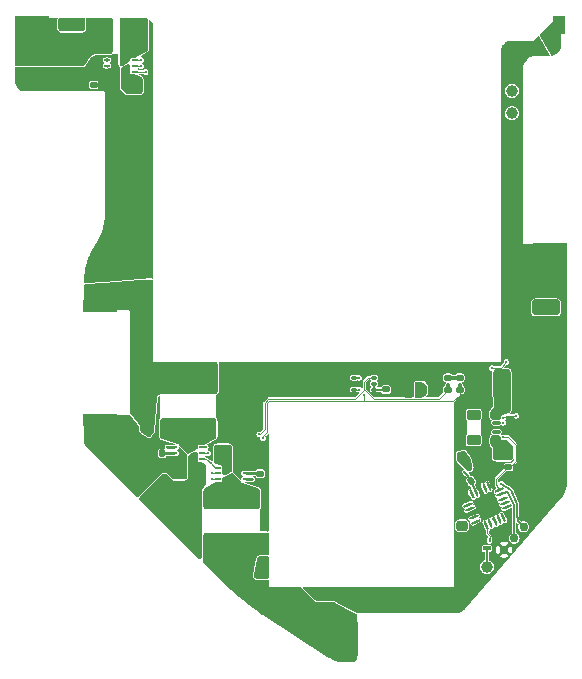
<source format=gbr>
%TF.GenerationSoftware,KiCad,Pcbnew,8.99.0-2194-gb3b7cbcab2*%
%TF.CreationDate,2024-09-04T20:38:51-04:00*%
%TF.ProjectId,thundervolt_hw1,7468756e-6465-4727-966f-6c745f687731,rev?*%
%TF.SameCoordinates,PX85b368ePY7384544*%
%TF.FileFunction,Copper,L1,Top*%
%TF.FilePolarity,Positive*%
%FSLAX46Y46*%
G04 Gerber Fmt 4.6, Leading zero omitted, Abs format (unit mm)*
G04 Created by KiCad (PCBNEW 8.99.0-2194-gb3b7cbcab2) date 2024-09-04 20:38:51*
%MOMM*%
%LPD*%
G01*
G04 APERTURE LIST*
G04 Aperture macros list*
%AMRoundRect*
0 Rectangle with rounded corners*
0 $1 Rounding radius*
0 $2 $3 $4 $5 $6 $7 $8 $9 X,Y pos of 4 corners*
0 Add a 4 corners polygon primitive as box body*
4,1,4,$2,$3,$4,$5,$6,$7,$8,$9,$2,$3,0*
0 Add four circle primitives for the rounded corners*
1,1,$1+$1,$2,$3*
1,1,$1+$1,$4,$5*
1,1,$1+$1,$6,$7*
1,1,$1+$1,$8,$9*
0 Add four rect primitives between the rounded corners*
20,1,$1+$1,$2,$3,$4,$5,0*
20,1,$1+$1,$4,$5,$6,$7,0*
20,1,$1+$1,$6,$7,$8,$9,0*
20,1,$1+$1,$8,$9,$2,$3,0*%
%AMRotRect*
0 Rectangle, with rotation*
0 The origin of the aperture is its center*
0 $1 length*
0 $2 width*
0 $3 Rotation angle, in degrees counterclockwise*
0 Add horizontal line*
21,1,$1,$2,0,0,$3*%
%AMFreePoly0*
4,1,19,0.500000,-0.650000,0.000000,-0.650000,0.000000,-0.644911,-0.071157,-0.644911,-0.207708,-0.604816,-0.327430,-0.527875,-0.420627,-0.420320,-0.479746,-0.290866,-0.500000,-0.150000,-0.500000,0.150000,-0.479746,0.290866,-0.420627,0.420320,-0.327430,0.527875,-0.207708,0.604816,-0.071157,0.644911,0.000000,0.644911,0.000000,0.650000,0.500000,0.650000,0.500000,-0.650000,0.500000,-0.650000,
$1*%
%AMFreePoly1*
4,1,19,0.000000,0.644911,0.071157,0.644911,0.207708,0.604816,0.327430,0.527875,0.420627,0.420320,0.479746,0.290866,0.500000,0.150000,0.500000,-0.150000,0.479746,-0.290866,0.420627,-0.420320,0.327430,-0.527875,0.207708,-0.604816,0.071157,-0.644911,0.000000,-0.644911,0.000000,-0.650000,-0.500000,-0.650000,-0.500000,0.650000,0.000000,0.650000,0.000000,0.644911,0.000000,0.644911,
$1*%
%AMFreePoly2*
4,1,14,0.334644,0.085355,0.385355,0.034644,0.400000,-0.000711,0.400000,-0.050000,0.385355,-0.085355,0.350001,-0.100000,-0.350000,-0.100000,-0.385355,-0.085355,-0.400000,-0.050000,-0.400000,0.050000,-0.385355,0.085355,-0.350001,0.100000,0.299289,0.100000,0.334644,0.085355,0.334644,0.085355,$1*%
%AMFreePoly3*
4,1,14,0.385355,0.085355,0.400000,0.050000,0.400000,0.000711,0.385355,-0.034644,0.334644,-0.085355,0.299289,-0.100000,-0.350000,-0.100000,-0.385355,-0.085355,-0.400000,-0.050000,-0.400000,0.050000,-0.385355,0.085355,-0.350001,0.100000,0.350000,0.100000,0.385355,0.085355,0.385355,0.085355,$1*%
%AMFreePoly4*
4,1,14,0.085355,0.385355,0.100000,0.350001,0.100000,-0.350000,0.085355,-0.385355,0.050000,-0.400000,-0.050000,-0.400000,-0.085355,-0.385355,-0.100000,-0.350001,-0.100000,0.299289,-0.085355,0.334644,-0.034644,0.385355,0.000711,0.400000,0.050000,0.400000,0.085355,0.385355,0.085355,0.385355,$1*%
%AMFreePoly5*
4,1,14,0.034644,0.385355,0.085355,0.334644,0.100000,0.299289,0.100000,-0.350000,0.085355,-0.385355,0.050000,-0.400000,-0.050000,-0.400000,-0.085355,-0.385355,-0.100000,-0.350001,-0.100000,0.350000,-0.085355,0.385355,-0.050000,0.400000,-0.000711,0.400000,0.034644,0.385355,0.034644,0.385355,$1*%
%AMFreePoly6*
4,1,14,0.385355,0.085355,0.400000,0.050000,0.400000,-0.050000,0.385355,-0.085355,0.350001,-0.100000,-0.299289,-0.100000,-0.334644,-0.085355,-0.385355,-0.034644,-0.400000,0.000711,-0.400000,0.050000,-0.385355,0.085355,-0.350001,0.100000,0.350000,0.100000,0.385355,0.085355,0.385355,0.085355,$1*%
%AMFreePoly7*
4,1,14,0.385355,0.085355,0.400000,0.050000,0.400000,-0.050000,0.385355,-0.085355,0.350001,-0.100000,-0.350000,-0.100000,-0.385355,-0.085355,-0.400000,-0.050000,-0.400000,-0.000711,-0.385355,0.034644,-0.334644,0.085355,-0.299289,0.100000,0.350000,0.100000,0.385355,0.085355,0.385355,0.085355,$1*%
%AMFreePoly8*
4,1,14,0.085355,0.385355,0.100000,0.350001,0.100000,-0.299289,0.085355,-0.334644,0.034644,-0.385355,-0.000711,-0.400000,-0.050000,-0.400000,-0.085355,-0.385355,-0.100000,-0.350001,-0.100000,0.350000,-0.085355,0.385355,-0.050000,0.400000,0.050000,0.400000,0.085355,0.385355,0.085355,0.385355,$1*%
%AMFreePoly9*
4,1,14,0.085355,0.385355,0.100000,0.350001,0.100000,-0.350000,0.085355,-0.385355,0.050000,-0.400000,0.000711,-0.400000,-0.034644,-0.385355,-0.085355,-0.334644,-0.100000,-0.299289,-0.100000,0.350000,-0.085355,0.385355,-0.050000,0.400000,0.050000,0.400000,0.085355,0.385355,0.085355,0.385355,$1*%
G04 Aperture macros list end*
%TA.AperFunction,SMDPad,CuDef*%
%ADD10RoundRect,0.062500X0.062500X0.137500X-0.062500X0.137500X-0.062500X-0.137500X0.062500X-0.137500X0*%
%TD*%
%TA.AperFunction,SMDPad,CuDef*%
%ADD11RoundRect,0.100000X0.250000X0.100000X-0.250000X0.100000X-0.250000X-0.100000X0.250000X-0.100000X0*%
%TD*%
%TA.AperFunction,SMDPad,CuDef*%
%ADD12RoundRect,0.218750X0.256250X-0.218750X0.256250X0.218750X-0.256250X0.218750X-0.256250X-0.218750X0*%
%TD*%
%TA.AperFunction,SMDPad,CuDef*%
%ADD13R,3.000000X1.000000*%
%TD*%
%TA.AperFunction,SMDPad,CuDef*%
%ADD14RoundRect,0.225000X0.069856X0.329006X-0.319856X0.104006X-0.069856X-0.329006X0.319856X-0.104006X0*%
%TD*%
%TA.AperFunction,SMDPad,CuDef*%
%ADD15RoundRect,0.140000X-0.140000X-0.170000X0.140000X-0.170000X0.140000X0.170000X-0.140000X0.170000X0*%
%TD*%
%TA.AperFunction,SMDPad,CuDef*%
%ADD16RoundRect,0.140000X-0.207631X0.073414X-0.111865X-0.189700X0.207631X-0.073414X0.111865X0.189700X0*%
%TD*%
%TA.AperFunction,SMDPad,CuDef*%
%ADD17RoundRect,0.225000X0.225000X0.250000X-0.225000X0.250000X-0.225000X-0.250000X0.225000X-0.250000X0*%
%TD*%
%TA.AperFunction,SMDPad,CuDef*%
%ADD18R,1.000000X3.000000*%
%TD*%
%TA.AperFunction,SMDPad,CuDef*%
%ADD19RoundRect,0.225000X0.250000X-0.225000X0.250000X0.225000X-0.250000X0.225000X-0.250000X-0.225000X0*%
%TD*%
%TA.AperFunction,SMDPad,CuDef*%
%ADD20RoundRect,0.295000X-2.055000X0.295000X-2.055000X-0.295000X2.055000X-0.295000X2.055000X0.295000X0*%
%TD*%
%TA.AperFunction,SMDPad,CuDef*%
%ADD21RoundRect,0.135000X-0.185000X0.135000X-0.185000X-0.135000X0.185000X-0.135000X0.185000X0.135000X0*%
%TD*%
%TA.AperFunction,SMDPad,CuDef*%
%ADD22RoundRect,0.135000X0.185000X-0.135000X0.185000X0.135000X-0.185000X0.135000X-0.185000X-0.135000X0*%
%TD*%
%TA.AperFunction,SMDPad,CuDef*%
%ADD23RoundRect,0.250000X0.925000X-0.412500X0.925000X0.412500X-0.925000X0.412500X-0.925000X-0.412500X0*%
%TD*%
%TA.AperFunction,SMDPad,CuDef*%
%ADD24RoundRect,0.225000X0.335876X0.017678X0.017678X0.335876X-0.335876X-0.017678X-0.017678X-0.335876X0*%
%TD*%
%TA.AperFunction,SMDPad,CuDef*%
%ADD25RoundRect,0.140000X-0.055038X-0.213239X0.198728X-0.094906X0.055038X0.213239X-0.198728X0.094906X0*%
%TD*%
%TA.AperFunction,SMDPad,CuDef*%
%ADD26C,0.750000*%
%TD*%
%TA.AperFunction,SMDPad,CuDef*%
%ADD27RoundRect,0.140000X0.191728X-0.108353X0.143107X0.167393X-0.191728X0.108353X-0.143107X-0.167393X0*%
%TD*%
%TA.AperFunction,SMDPad,CuDef*%
%ADD28C,1.000000*%
%TD*%
%TA.AperFunction,SMDPad,CuDef*%
%ADD29RoundRect,0.250000X-0.925000X0.412500X-0.925000X-0.412500X0.925000X-0.412500X0.925000X0.412500X0*%
%TD*%
%TA.AperFunction,SMDPad,CuDef*%
%ADD30FreePoly0,0.000000*%
%TD*%
%TA.AperFunction,SMDPad,CuDef*%
%ADD31FreePoly1,0.000000*%
%TD*%
%TA.AperFunction,SMDPad,CuDef*%
%ADD32RoundRect,0.140000X-0.058955X0.212189X-0.219557X-0.017173X0.058955X-0.212189X0.219557X0.017173X0*%
%TD*%
%TA.AperFunction,SMDPad,CuDef*%
%ADD33RoundRect,0.225000X-0.250000X0.225000X-0.250000X-0.225000X0.250000X-0.225000X0.250000X0.225000X0*%
%TD*%
%TA.AperFunction,SMDPad,CuDef*%
%ADD34RoundRect,0.295000X2.055000X-0.295000X2.055000X0.295000X-2.055000X0.295000X-2.055000X-0.295000X0*%
%TD*%
%TA.AperFunction,SMDPad,CuDef*%
%ADD35RoundRect,0.225000X-0.225000X-0.250000X0.225000X-0.250000X0.225000X0.250000X-0.225000X0.250000X0*%
%TD*%
%TA.AperFunction,SMDPad,CuDef*%
%ADD36RoundRect,0.062500X-0.212500X0.062500X-0.212500X-0.062500X0.212500X-0.062500X0.212500X0.062500X0*%
%TD*%
%TA.AperFunction,SMDPad,CuDef*%
%ADD37RoundRect,0.050000X-0.050000X-0.425000X0.050000X-0.425000X0.050000X0.425000X-0.050000X0.425000X0*%
%TD*%
%TA.AperFunction,SMDPad,CuDef*%
%ADD38RoundRect,0.135000X0.135000X0.185000X-0.135000X0.185000X-0.135000X-0.185000X0.135000X-0.185000X0*%
%TD*%
%TA.AperFunction,SMDPad,CuDef*%
%ADD39RoundRect,0.062500X0.212500X-0.062500X0.212500X0.062500X-0.212500X0.062500X-0.212500X-0.062500X0*%
%TD*%
%TA.AperFunction,SMDPad,CuDef*%
%ADD40RoundRect,0.050000X0.050000X0.425000X-0.050000X0.425000X-0.050000X-0.425000X0.050000X-0.425000X0*%
%TD*%
%TA.AperFunction,SMDPad,CuDef*%
%ADD41RoundRect,0.140000X0.140000X0.170000X-0.140000X0.170000X-0.140000X-0.170000X0.140000X-0.170000X0*%
%TD*%
%TA.AperFunction,SMDPad,CuDef*%
%ADD42R,1.000000X1.500000*%
%TD*%
%TA.AperFunction,SMDPad,CuDef*%
%ADD43RoundRect,0.225000X-0.017678X0.335876X-0.335876X0.017678X0.017678X-0.335876X0.335876X-0.017678X0*%
%TD*%
%TA.AperFunction,SMDPad,CuDef*%
%ADD44C,0.200000*%
%TD*%
%TA.AperFunction,SMDPad,CuDef*%
%ADD45C,0.208000*%
%TD*%
%TA.AperFunction,SMDPad,CuDef*%
%ADD46FreePoly2,295.000000*%
%TD*%
%TA.AperFunction,SMDPad,CuDef*%
%ADD47RoundRect,0.050000X-0.193232X0.296077X0.102601X-0.338339X0.193232X-0.296077X-0.102601X0.338339X0*%
%TD*%
%TA.AperFunction,SMDPad,CuDef*%
%ADD48FreePoly3,295.000000*%
%TD*%
%TA.AperFunction,SMDPad,CuDef*%
%ADD49FreePoly4,295.000000*%
%TD*%
%TA.AperFunction,SMDPad,CuDef*%
%ADD50RoundRect,0.050000X-0.338339X-0.102601X-0.296077X-0.193232X0.338339X0.102601X0.296077X0.193232X0*%
%TD*%
%TA.AperFunction,SMDPad,CuDef*%
%ADD51FreePoly5,295.000000*%
%TD*%
%TA.AperFunction,SMDPad,CuDef*%
%ADD52FreePoly6,295.000000*%
%TD*%
%TA.AperFunction,SMDPad,CuDef*%
%ADD53FreePoly7,295.000000*%
%TD*%
%TA.AperFunction,SMDPad,CuDef*%
%ADD54FreePoly8,295.000000*%
%TD*%
%TA.AperFunction,SMDPad,CuDef*%
%ADD55FreePoly9,295.000000*%
%TD*%
%TA.AperFunction,HeatsinkPad*%
%ADD56RotRect,1.700000X1.700000X295.000000*%
%TD*%
%TA.AperFunction,SMDPad,CuDef*%
%ADD57RoundRect,0.075000X0.162500X-0.075000X0.162500X0.075000X-0.162500X0.075000X-0.162500X-0.075000X0*%
%TD*%
%TA.AperFunction,SMDPad,CuDef*%
%ADD58RoundRect,0.325000X0.325000X1.025000X-0.325000X1.025000X-0.325000X-1.025000X0.325000X-1.025000X0*%
%TD*%
%TA.AperFunction,SMDPad,CuDef*%
%ADD59RoundRect,0.140000X0.170000X-0.140000X0.170000X0.140000X-0.170000X0.140000X-0.170000X-0.140000X0*%
%TD*%
%TA.AperFunction,SMDPad,CuDef*%
%ADD60RoundRect,0.218750X0.381250X-0.218750X0.381250X0.218750X-0.381250X0.218750X-0.381250X-0.218750X0*%
%TD*%
%TA.AperFunction,ViaPad*%
%ADD61C,0.250000*%
%TD*%
%TA.AperFunction,ViaPad*%
%ADD62C,0.300000*%
%TD*%
%TA.AperFunction,Conductor*%
%ADD63C,0.088900*%
%TD*%
%TA.AperFunction,Conductor*%
%ADD64C,0.127000*%
%TD*%
%TA.AperFunction,Conductor*%
%ADD65C,0.304800*%
%TD*%
%TA.AperFunction,Conductor*%
%ADD66C,0.250000*%
%TD*%
%TA.AperFunction,Conductor*%
%ADD67C,0.300000*%
%TD*%
%TA.AperFunction,Conductor*%
%ADD68C,0.101600*%
%TD*%
%TA.AperFunction,Conductor*%
%ADD69C,0.254000*%
%TD*%
%TA.AperFunction,Conductor*%
%ADD70C,0.152400*%
%TD*%
%TA.AperFunction,Conductor*%
%ADD71C,0.200000*%
%TD*%
%TA.AperFunction,Conductor*%
%ADD72C,0.203200*%
%TD*%
G04 APERTURE END LIST*
D10*
%TO.P,Q1,1,G*%
%TO.N,Net-(Q1-G)*%
X18609332Y3891502D03*
%TO.P,Q1,2,S*%
%TO.N,GND*%
X18159332Y3891502D03*
D11*
%TO.P,Q1,3,D*%
%TO.N,U10*%
X18384332Y3191502D03*
%TD*%
D12*
%TO.P,D1,1,K*%
%TO.N,GND*%
X16284332Y3541502D03*
%TO.P,D1,2,A*%
%TO.N,Net-(D1-A)*%
X16284332Y5116504D03*
%TD*%
D13*
%TO.P,TP5,1,1*%
%TO.N,GND*%
X23744777Y28576232D03*
%TD*%
D14*
%TO.P,C23,1*%
%TO.N,+3V3*%
X23955502Y46379002D03*
%TO.P,C23,2*%
%TO.N,GND*%
X22613162Y45604002D03*
%TD*%
D15*
%TO.P,C8,1*%
%TO.N,+1V15*%
X-1595668Y2141502D03*
%TO.P,C8,2*%
%TO.N,GND*%
X-635668Y2141502D03*
%TD*%
D16*
%TO.P,C17,1*%
%TO.N,+1V8*%
X-15179838Y45392554D03*
%TO.P,C17,2*%
%TO.N,GND*%
X-14851498Y44490450D03*
%TD*%
D17*
%TO.P,C1,1*%
%TO.N,VBAT*%
X-6140668Y9541502D03*
%TO.P,C1,2*%
%TO.N,GND*%
X-7690668Y9541502D03*
%TD*%
D18*
%TO.P,TP3,1,1*%
%TO.N,+1V15*%
X6974469Y-4473101D03*
%TD*%
D19*
%TO.P,C11,1*%
%TO.N,+1V15*%
X4284332Y-2333498D03*
%TO.P,C11,2*%
%TO.N,GND*%
X4284332Y-783498D03*
%TD*%
%TO.P,C10,1*%
%TO.N,+1V15*%
X5584332Y-2333498D03*
%TO.P,C10,2*%
%TO.N,GND*%
X5584332Y-783498D03*
%TD*%
D20*
%TO.P,L2,1*%
%TO.N,Net-(U2-SW)*%
X-3215668Y7196502D03*
%TO.P,L2,2*%
%TO.N,+1V15*%
X-3215668Y3886502D03*
%TD*%
D21*
%TO.P,R4,1*%
%TO.N,+1V8*%
X15084332Y17651502D03*
%TO.P,R4,2*%
%TO.N,SDA*%
X15084332Y16631502D03*
%TD*%
D22*
%TO.P,R7,1*%
%TO.N,GND*%
X20205970Y9056432D03*
%TO.P,R7,2*%
%TO.N,EN*%
X20205970Y10076430D03*
%TD*%
D19*
%TO.P,C20,1*%
%TO.N,+1V8*%
X-17315668Y45966502D03*
%TO.P,C20,2*%
%TO.N,GND*%
X-17315668Y47516502D03*
%TD*%
D23*
%TO.P,C189,1*%
%TO.N,+3V3*%
X23384332Y23604002D03*
%TO.P,C189,2*%
%TO.N,GND*%
X23384332Y26679002D03*
%TD*%
D22*
%TO.P,R3,1*%
%TO.N,Net-(U3-VSET)*%
X-14915668Y42431502D03*
%TO.P,R3,2*%
%TO.N,GND*%
X-14915668Y43451502D03*
%TD*%
D24*
%TO.P,C24,1*%
%TO.N,VBAT*%
X-8867660Y8693494D03*
%TO.P,C24,2*%
%TO.N,GND*%
X-9963676Y9789510D03*
%TD*%
D25*
%TO.P,C25,1*%
%TO.N,+1V8_ALW*%
X17049306Y8888645D03*
%TO.P,C25,2*%
%TO.N,GND*%
X17919358Y9294359D03*
%TD*%
D19*
%TO.P,C4,1*%
%TO.N,+1V0*%
X-12815668Y25066502D03*
%TO.P,C4,2*%
%TO.N,GND*%
X-12815668Y26616502D03*
%TD*%
D26*
%TO.P,TP11,1,1*%
%TO.N,GND*%
X19852013Y3084181D03*
%TD*%
D27*
%TO.P,C22,1*%
%TO.N,VBAT*%
X16217683Y11018794D03*
%TO.P,C22,2*%
%TO.N,GND*%
X16050981Y11964210D03*
%TD*%
D28*
%TO.P,TP9,1,1*%
%TO.N,SCL*%
X20484332Y40041502D03*
%TD*%
D29*
%TO.P,C5,1*%
%TO.N,+1V8*%
X-19715668Y46179002D03*
%TO.P,C5,2*%
%TO.N,GND*%
X-19715668Y43104002D03*
%TD*%
D22*
%TO.P,R2,1*%
%TO.N,Net-(U2-VSET)*%
X-815668Y9531502D03*
%TO.P,R2,2*%
%TO.N,GND*%
X-815668Y10551502D03*
%TD*%
D30*
%TO.P,JP1,1,A*%
%TO.N,GND*%
X11534332Y16641502D03*
D31*
%TO.P,JP1,2,B*%
%TO.N,SAFEMODE*%
X12834332Y16641502D03*
%TD*%
D32*
%TO.P,C2,1*%
%TO.N,+1V0*%
X-10340351Y13134695D03*
%TO.P,C2,2*%
%TO.N,GND*%
X-10890985Y12348309D03*
%TD*%
D17*
%TO.P,C15,1*%
%TO.N,VBAT*%
X19859332Y11241502D03*
%TO.P,C15,2*%
%TO.N,GND*%
X18309332Y11241502D03*
%TD*%
%TO.P,C16,1*%
%TO.N,VBAT*%
X-11640668Y42341502D03*
%TO.P,C16,2*%
%TO.N,GND*%
X-13190668Y42341502D03*
%TD*%
D33*
%TO.P,C18,1*%
%TO.N,+1V8*%
X-16215668Y44816502D03*
%TO.P,C18,2*%
%TO.N,GND*%
X-16215668Y43266502D03*
%TD*%
D34*
%TO.P,L1,1*%
%TO.N,Net-(U1-SW)*%
X-6915668Y13586502D03*
%TO.P,L1,2*%
%TO.N,+1V0*%
X-6915668Y16896502D03*
%TD*%
D35*
%TO.P,C9,1*%
%TO.N,+1V15*%
X-2290668Y1141502D03*
%TO.P,C9,2*%
%TO.N,GND*%
X-740668Y1141502D03*
%TD*%
D36*
%TO.P,U2,1,AGND*%
%TO.N,GND*%
X-2040668Y10041502D03*
D37*
%TO.P,U2,2,PGND*%
X-2815668Y10016502D03*
%TO.P,U2,3,VIN*%
%TO.N,VBAT*%
X-3615668Y10016502D03*
D36*
%TO.P,U2,4,EN*%
%TO.N,EN*%
X-4390668Y10041502D03*
%TO.P,U2,5,SDA*%
%TO.N,SDA*%
X-4390668Y9541502D03*
%TO.P,U2,6,SCL*%
%TO.N,SCL*%
X-4390668Y9041502D03*
D37*
%TO.P,U2,7,SW*%
%TO.N,Net-(U2-SW)*%
X-3215668Y9066502D03*
D36*
%TO.P,U2,8,VOS*%
%TO.N,+1V15*%
X-2040668Y9041502D03*
%TO.P,U2,9,VSET*%
%TO.N,Net-(U2-VSET)*%
X-2040668Y9541502D03*
%TD*%
D26*
%TO.P,TP10,1,1*%
%TO.N,+1V8_ALW*%
X21484332Y5041502D03*
%TD*%
D38*
%TO.P,R1,1*%
%TO.N,Net-(U1-VSET)*%
X-9105668Y11241502D03*
%TO.P,R1,2*%
%TO.N,GND*%
X-10125668Y11241502D03*
%TD*%
D35*
%TO.P,C7,1*%
%TO.N,VBAT*%
X-3990668Y11241502D03*
%TO.P,C7,2*%
%TO.N,GND*%
X-2440668Y11241502D03*
%TD*%
D33*
%TO.P,C19,1*%
%TO.N,+1V8*%
X-17315668Y44816502D03*
%TO.P,C19,2*%
%TO.N,GND*%
X-17315668Y43266502D03*
%TD*%
D28*
%TO.P,TP8,1,1*%
%TO.N,SDA*%
X20484332Y41941502D03*
%TD*%
D13*
%TO.P,TP7,1,1*%
%TO.N,GND*%
X-14341747Y14085424D03*
%TD*%
D39*
%TO.P,U1,1,AGND*%
%TO.N,GND*%
X-8090668Y10741502D03*
D40*
%TO.P,U1,2,PGND*%
X-7315668Y10766502D03*
%TO.P,U1,3,VIN*%
%TO.N,VBAT*%
X-6515668Y10766502D03*
D39*
%TO.P,U1,4,EN*%
%TO.N,EN*%
X-5740668Y10741502D03*
%TO.P,U1,5,SDA*%
%TO.N,SDA*%
X-5740668Y11241502D03*
%TO.P,U1,6,SCL*%
%TO.N,SCL*%
X-5740668Y11741502D03*
D40*
%TO.P,U1,7,SW*%
%TO.N,Net-(U1-SW)*%
X-6915668Y11716502D03*
D39*
%TO.P,U1,8,VOS*%
%TO.N,+1V0*%
X-8090668Y11741502D03*
%TO.P,U1,9,VSET*%
%TO.N,Net-(U1-VSET)*%
X-8090668Y11241502D03*
%TD*%
D21*
%TO.P,R5,1*%
%TO.N,+1V8*%
X16084332Y17651502D03*
%TO.P,R5,2*%
%TO.N,SCL*%
X16084332Y16631502D03*
%TD*%
D41*
%TO.P,C14,1*%
%TO.N,+3V3*%
X19564332Y15441502D03*
%TO.P,C14,2*%
%TO.N,GND*%
X18604332Y15441502D03*
%TD*%
D42*
%TO.P,TP1,1,1*%
%TO.N,+3V3*%
X24452171Y47535042D03*
%TD*%
D43*
%TO.P,C3,1*%
%TO.N,+1V0*%
X-10667660Y14389510D03*
%TO.P,C3,2*%
%TO.N,GND*%
X-11763676Y13293494D03*
%TD*%
D44*
%TO.P,U4,A1,EN*%
%TO.N,EN*%
X19784332Y12641502D03*
%TO.P,U4,A2,VIN*%
%TO.N,VBAT*%
X19384332Y12641502D03*
%TO.P,U4,A3,VIN_2*%
X18984332Y12641502D03*
%TO.P,U4,B1,VSEL*%
%TO.N,GND*%
X19784332Y13041502D03*
%TO.P,U4,B2,LX1*%
%TO.N,Net-(U4-LX1)*%
X19384332Y13041502D03*
%TO.P,U4,B3,LX1_2*%
X18984332Y13041502D03*
%TO.P,U4,C1,AGND*%
%TO.N,GND*%
X19784332Y13441502D03*
%TO.P,U4,C2,GND*%
X19384332Y13441502D03*
%TO.P,U4,C3,GND_2*%
X18984332Y13441502D03*
%TO.P,U4,D1,SCL*%
%TO.N,SCL*%
X19784332Y13841502D03*
%TO.P,U4,D2,LX2*%
%TO.N,Net-(U4-LX2)*%
X19384332Y13841502D03*
%TO.P,U4,D3,LX2_2*%
X18984332Y13841502D03*
%TO.P,U4,E1,SDA*%
%TO.N,SDA*%
X19784332Y14241502D03*
%TO.P,U4,E2,VOUT*%
%TO.N,+3V3*%
X19384332Y14241502D03*
%TO.P,U4,E3,VOUT_2*%
X18984332Y14241502D03*
%TD*%
D45*
%TO.P,IC4,A1,IN*%
%TO.N,VBAT*%
X16731819Y9941502D03*
%TO.P,IC4,A2,OUT*%
%TO.N,+1V8_ALW*%
X16484332Y9694015D03*
%TO.P,IC4,B1,EN*%
%TO.N,VBAT*%
X16484332Y10188989D03*
%TO.P,IC4,B2,GND*%
%TO.N,GND*%
X16236845Y9941502D03*
%TD*%
D39*
%TO.P,U3,1,AGND*%
%TO.N,GND*%
X-13790668Y43541502D03*
D40*
%TO.P,U3,2,PGND*%
X-13015668Y43566502D03*
%TO.P,U3,3,VIN*%
%TO.N,VBAT*%
X-12215668Y43566502D03*
D39*
%TO.P,U3,4,EN*%
%TO.N,EN*%
X-11440668Y43541502D03*
%TO.P,U3,5,SDA*%
%TO.N,SDA*%
X-11440668Y44041502D03*
%TO.P,U3,6,SCL*%
%TO.N,SCL*%
X-11440668Y44541502D03*
D40*
%TO.P,U3,7,SW*%
%TO.N,Net-(U3-SW)*%
X-12615668Y44516502D03*
D39*
%TO.P,U3,8,VOS*%
%TO.N,+1V8*%
X-13790668Y44541502D03*
%TO.P,U3,9,VSET*%
%TO.N,Net-(U3-VSET)*%
X-13790668Y44041502D03*
%TD*%
D13*
%TO.P,TP4,1,1*%
%TO.N,+1V0*%
X-14341747Y23737080D03*
%TD*%
D28*
%TO.P,TP6,1,1*%
%TO.N,U10*%
X18384332Y1641502D03*
%TD*%
D19*
%TO.P,C6,1*%
%TO.N,+1V0*%
X-14115668Y25066502D03*
%TO.P,C6,2*%
%TO.N,GND*%
X-14115668Y26616502D03*
%TD*%
D26*
%TO.P,TP12,1,1*%
%TO.N,UPDI*%
X20690077Y4045633D03*
%TD*%
D46*
%TO.P,U5,1,PA2*%
%TO.N,unconnected-(U5-PA2-Pad1)*%
X18546581Y8443742D03*
D47*
%TO.P,U5,2,PA3*%
%TO.N,SAFEMODE*%
X18184059Y8274697D03*
%TO.P,U5,3,GND*%
%TO.N,GND*%
X17821535Y8105647D03*
%TO.P,U5,4,VCC*%
%TO.N,+1V8_ALW*%
X17459012Y7936601D03*
D48*
%TO.P,U5,5,PA4*%
%TO.N,ALERT*%
X17096490Y7767553D03*
D49*
%TO.P,U5,6,PA5*%
%TO.N,unconnected-(U5-PA5-Pad6)*%
X16782092Y6903751D03*
D50*
%TO.P,U5,7,PA6*%
%TO.N,unconnected-(U5-PA6-Pad7)*%
X16951137Y6541229D03*
%TO.P,U5,8,PA7*%
%TO.N,GND*%
X17120187Y6178705D03*
%TO.P,U5,9,PB5*%
%TO.N,unconnected-(U5-PB5-Pad9)*%
X17289233Y5816182D03*
D51*
%TO.P,U5,10,PB4*%
%TO.N,unconnected-(U5-PB4-Pad10)*%
X17458281Y5453660D03*
D52*
%TO.P,U5,11,PB3*%
%TO.N,Net-(Q1-G)*%
X18322083Y5139262D03*
D47*
%TO.P,U5,12,PB2*%
%TO.N,unconnected-(U5-PB2-Pad12)*%
X18684605Y5308307D03*
%TO.P,U5,13,PB1*%
%TO.N,SDA*%
X19047129Y5477357D03*
%TO.P,U5,14,PB0*%
%TO.N,SCL*%
X19409652Y5646403D03*
D53*
%TO.P,U5,15,PC0*%
%TO.N,Net-(D1-A)*%
X19772174Y5815451D03*
D54*
%TO.P,U5,16,PC1*%
%TO.N,unconnected-(U5-PC1-Pad16)*%
X20086572Y6679253D03*
D50*
%TO.P,U5,17,PC2*%
%TO.N,unconnected-(U5-PC2-Pad17)*%
X19917527Y7041775D03*
%TO.P,U5,18,PC3*%
%TO.N,unconnected-(U5-PC3-Pad18)*%
X19748477Y7404299D03*
%TO.P,U5,19,~{RESET}/PA0*%
%TO.N,UPDI*%
X19579431Y7766822D03*
D55*
%TO.P,U5,20,PA1*%
%TO.N,EN*%
X19410383Y8129344D03*
D56*
%TO.P,U5,21,GND*%
%TO.N,GND*%
X18434332Y6791502D03*
%TD*%
D57*
%TO.P,U7,1,SCL*%
%TO.N,SCL*%
X7146332Y17641502D03*
%TO.P,U7,2,GND*%
%TO.N,GND*%
X7146332Y17141502D03*
%TO.P,U7,3,ALERT*%
%TO.N,ALERT*%
X7146332Y16641502D03*
%TO.P,U7,4,A0*%
%TO.N,+1V8_ALW*%
X8822332Y16641502D03*
%TO.P,U7,5,V+*%
X8822332Y17141502D03*
%TO.P,U7,6,SDA*%
%TO.N,SDA*%
X8822332Y17641502D03*
%TD*%
D17*
%TO.P,C12,1*%
%TO.N,+3V3*%
X19859332Y16541502D03*
%TO.P,C12,2*%
%TO.N,GND*%
X18309332Y16541502D03*
%TD*%
D13*
%TO.P,TP2,1,1*%
%TO.N,+1V8*%
X-20168970Y47731639D03*
%TD*%
D58*
%TO.P,L3,1*%
%TO.N,Net-(U3-SW)*%
X-11215668Y46641502D03*
%TO.P,L3,2*%
%TO.N,+1V8*%
X-14015668Y46641502D03*
%TD*%
D19*
%TO.P,C21,1*%
%TO.N,+1V8*%
X-16215668Y45966502D03*
%TO.P,C21,2*%
%TO.N,GND*%
X-16215668Y47516502D03*
%TD*%
D59*
%TO.P,C26,1*%
%TO.N,+1V8_ALW*%
X9834332Y16661502D03*
%TO.P,C26,2*%
%TO.N,GND*%
X9834332Y17621502D03*
%TD*%
D17*
%TO.P,C13,1*%
%TO.N,+3V3*%
X19859332Y17641502D03*
%TO.P,C13,2*%
%TO.N,GND*%
X18309332Y17641502D03*
%TD*%
D60*
%TO.P,L4,1*%
%TO.N,Net-(U4-LX1)*%
X17284332Y12379002D03*
%TO.P,L4,2*%
%TO.N,Net-(U4-LX2)*%
X17284332Y14504002D03*
%TD*%
D61*
%TO.N,Net-(D1-A)*%
X16484332Y5161502D03*
D62*
%TO.N,GND*%
X-9687095Y9784750D03*
X-13415668Y42541502D03*
X-17515668Y47741502D03*
X20984332Y13841502D03*
X23384332Y28341502D03*
X-665668Y1641502D03*
X-13315668Y11041502D03*
X-17115668Y43441502D03*
X-13015668Y26441502D03*
X-1015668Y1641502D03*
X13934332Y17291502D03*
X18484332Y17841502D03*
X22244824Y10373253D03*
X22134332Y27741502D03*
X18084332Y17841502D03*
X-2615668Y11041502D03*
X-11115697Y9819638D03*
X-13915668Y26441502D03*
X21185067Y43778918D03*
X-13015668Y13141502D03*
X6234332Y16716039D03*
X18084332Y16741502D03*
X-13015668Y43441502D03*
X-13015668Y42141502D03*
X-10890985Y12348309D03*
X16216344Y7216418D03*
X-3515668Y17841502D03*
X18084332Y16341502D03*
X-13915668Y12241502D03*
X5184332Y-358498D03*
X-2815668Y10544371D03*
X-13615668Y11341502D03*
X-19015668Y43541502D03*
X-15311552Y26348714D03*
X24184332Y26241502D03*
X-12715668Y11041502D03*
X-13649019Y40162552D03*
X-15160825Y13795414D03*
X-14715668Y14241502D03*
X-18615668Y42741502D03*
X18484332Y16341502D03*
X-18615668Y43141502D03*
X11084332Y-1858498D03*
X4784332Y17941502D03*
X17842378Y2797052D03*
X-1315668Y13941502D03*
X-16415668Y47741502D03*
X22584332Y28741502D03*
X-12368504Y27728276D03*
X-19415668Y43541502D03*
X18484332Y16741502D03*
X-14904824Y27578745D03*
X-815668Y10551502D03*
X-8090668Y10741502D03*
X18084332Y11041502D03*
X18484332Y17441502D03*
X23384332Y26641502D03*
X23784332Y28341502D03*
X-11515668Y13241502D03*
X20184332Y13041502D03*
X21218682Y44121790D03*
X-9988477Y9514546D03*
X-19015668Y43141502D03*
X-20615668Y43541502D03*
X-17115668Y47341502D03*
X21184332Y43441502D03*
X-16015668Y43041502D03*
X-16015668Y47741502D03*
X-14515668Y11641502D03*
X24184332Y28341502D03*
X19784332Y13041502D03*
X17824332Y4771502D03*
X-14315668Y26841502D03*
X-14857846Y44486707D03*
X-13615668Y10741502D03*
X5184332Y-958498D03*
X-19815668Y43141502D03*
X-13658727Y36803503D03*
X24184332Y28741502D03*
X-13790668Y43541502D03*
X3684332Y-658498D03*
X-7915668Y9341502D03*
X1858303Y16196228D03*
X-13415668Y42141502D03*
X15384332Y-1558498D03*
X18384332Y14741502D03*
X584332Y17241502D03*
X17584332Y10741502D03*
X-13015668Y10741502D03*
X-17515668Y43041502D03*
X-2215668Y11041502D03*
X11584332Y-458498D03*
X-16415668Y47341502D03*
X22984332Y26241502D03*
X-13615668Y12541502D03*
X-13915668Y13841502D03*
X-11604726Y10512945D03*
X19384332Y13441502D03*
X-14915668Y43441502D03*
X11534332Y16641502D03*
X-17115668Y47741502D03*
X24184332Y27041502D03*
X-11784158Y13552781D03*
X18484332Y10441502D03*
X20984332Y13041502D03*
X-13515668Y14241502D03*
X18984332Y13441502D03*
X4584332Y-958498D03*
X21064332Y8481502D03*
X-20215668Y43541502D03*
X22584332Y26641502D03*
X-12615668Y26841502D03*
X-14215668Y11941502D03*
X-2815668Y10141502D03*
X17984332Y10441502D03*
X23384332Y26241502D03*
X-2615668Y11441502D03*
X-19415668Y43141502D03*
X-14315668Y26441502D03*
X23784332Y26241502D03*
X-13315668Y12241502D03*
X-12372316Y14004243D03*
X-11623297Y12270974D03*
X23784332Y26641502D03*
X9284332Y-458498D03*
X23484332Y6941502D03*
X-11796211Y12997633D03*
X-2215668Y11441502D03*
X15834332Y7941502D03*
X10534332Y16391502D03*
X-13015668Y11941502D03*
X-13649019Y33735700D03*
X-13015668Y43841502D03*
X-13615668Y11941502D03*
X-13474993Y43120430D03*
X-2315668Y10441502D03*
X13784332Y-458498D03*
X-14515668Y12241502D03*
X16384332Y841502D03*
X-7315668Y10267261D03*
X19428562Y2102219D03*
X20184332Y13441502D03*
X-2040668Y10041502D03*
X-13653006Y31521619D03*
X21984332Y28741502D03*
X-13515668Y13841502D03*
X-13404897Y43619069D03*
X-2460454Y9972493D03*
X-13015668Y26841502D03*
X-20215668Y42741502D03*
X-13915668Y26841502D03*
X-14315668Y13841502D03*
X-2815668Y9741502D03*
X19784332Y13441502D03*
X23384332Y27691502D03*
X23384332Y27041502D03*
X24184332Y26641502D03*
X-7915668Y9741502D03*
X19063599Y4207773D03*
X-18615668Y43541502D03*
X-7845159Y10360397D03*
X-19415668Y42741502D03*
X23784332Y28741502D03*
X-13115668Y14241502D03*
X-12615668Y26441502D03*
X3984332Y-358498D03*
X22984332Y28741502D03*
X-10762853Y10333428D03*
X15954374Y6120177D03*
X-13015668Y11341502D03*
X16394161Y9245210D03*
X16904332Y15615502D03*
X22984332Y26641502D03*
X-13015668Y42541502D03*
X-15147572Y14153247D03*
X-9931319Y10054955D03*
X4584332Y-358498D03*
X-19815668Y43541502D03*
X21185067Y43096537D03*
X-13315668Y10441502D03*
X-20615668Y43141502D03*
X-17115668Y43041502D03*
X16609332Y11766502D03*
X-1055973Y1242401D03*
X22634332Y45591502D03*
X17484332Y11241502D03*
X-665668Y2141502D03*
X22405303Y6635950D03*
X7484332Y-1858498D03*
X-12415668Y11341502D03*
X22584332Y28341502D03*
X-17515668Y47341502D03*
X-7691976Y10811606D03*
X-20615668Y42741502D03*
X20234332Y6091502D03*
X-16015668Y43441502D03*
X-7315668Y10641502D03*
X16894332Y17721502D03*
X4284332Y-658498D03*
X-11097126Y11268155D03*
X-13115668Y13841502D03*
X18084332Y17441502D03*
X17919359Y9294359D03*
X-13915668Y11641502D03*
X-11530443Y8402072D03*
X23784332Y27041502D03*
X18584332Y15441502D03*
X-12347555Y9225374D03*
X-16015668Y47341502D03*
X21548107Y44743665D03*
X-12071836Y13291040D03*
X-7315668Y11041502D03*
X24034332Y27691502D03*
X18484332Y11041502D03*
X24584332Y27791502D03*
X-10222308Y9779554D03*
X18434332Y6791502D03*
X-12409458Y12592867D03*
X-17515668Y43441502D03*
X-3615668Y14641502D03*
X-20215668Y43141502D03*
X5484332Y-658498D03*
X-13315668Y11641502D03*
X23384332Y28741502D03*
X-14715668Y13841502D03*
X3984332Y-958498D03*
X22984332Y27041502D03*
X21332972Y44451215D03*
X3199200Y17300060D03*
X-19015668Y42741502D03*
X22144824Y13273253D03*
X-16415668Y43041502D03*
X20205970Y9056432D03*
X-14280748Y28670626D03*
X18084332Y11441502D03*
X-13915668Y14241502D03*
X-665668Y1241502D03*
X-13008888Y42979798D03*
X18584332Y13441502D03*
X6284332Y-658498D03*
X-12715668Y11641502D03*
X5884332Y-358498D03*
X20584332Y13441502D03*
X22984332Y28341502D03*
X20584332Y13841502D03*
X-14215668Y12541502D03*
X13143435Y18008229D03*
X10684332Y17291502D03*
X-665668Y841502D03*
X18484332Y11441502D03*
X-3015668Y12641502D03*
X-7515668Y9741502D03*
X-13915668Y12841502D03*
X20584332Y13041502D03*
X-19815668Y42741502D03*
X24584332Y28341502D03*
X-7515668Y9341502D03*
X4884332Y-658498D03*
X21984332Y28241502D03*
X22584332Y27041502D03*
X-8915668Y10241502D03*
X-16415668Y43441502D03*
X20853125Y12386758D03*
X14184332Y16541502D03*
X22584332Y26241502D03*
X22734332Y27691502D03*
X5884332Y-958498D03*
X-13915668Y11041502D03*
X18184332Y13441502D03*
X-1115668Y841502D03*
X3384332Y-358498D03*
X20984332Y13441502D03*
X-10125668Y11241502D03*
X-14815668Y11941502D03*
X-10484292Y9021096D03*
X-14315668Y14241502D03*
X-14215668Y11341502D03*
%TO.N,+3V3*%
X20084332Y16341502D03*
X23955502Y46379002D03*
X18984332Y14241502D03*
X23384332Y23541502D03*
X24234332Y45691502D03*
X23784332Y23941502D03*
X22984332Y23541502D03*
X24184332Y23941502D03*
X20084332Y17441502D03*
X23784332Y23541502D03*
X19684332Y17841502D03*
X19484332Y14841502D03*
X24584332Y47141502D03*
X23184332Y46591502D03*
X20084332Y15741502D03*
X19684332Y16741502D03*
X19084332Y14841502D03*
X19684332Y17441502D03*
X23384332Y23941502D03*
X24184332Y23541502D03*
X23586974Y46755603D03*
X23384332Y23141502D03*
X22984332Y23141502D03*
X23784332Y47141502D03*
X24584332Y47541502D03*
X19884332Y14941502D03*
X20084332Y16741502D03*
X22584332Y23141502D03*
X24350023Y46697893D03*
X24184332Y47541502D03*
X20084332Y17841502D03*
X23934332Y45291502D03*
X22584332Y23541502D03*
X22984332Y23941502D03*
X24184332Y47141502D03*
X24184332Y23141502D03*
X23784332Y23141502D03*
X24584332Y47941502D03*
X22584332Y23941502D03*
X20084332Y15341502D03*
X19684332Y16341502D03*
X23701256Y45721429D03*
X23434332Y46141502D03*
X24334332Y46141502D03*
X19384332Y14241502D03*
X19584332Y15441502D03*
%TO.N,+1V8*%
X-15115668Y47841502D03*
X15084332Y17651502D03*
X-13790658Y44543362D03*
X-19897251Y47459919D03*
%TO.N,+1V0*%
X-14341747Y23541502D03*
X-8665668Y11741502D03*
%TO.N,+1V15*%
X6784332Y-4473101D03*
X-1515668Y9041502D03*
%TO.N,SDA*%
X-897441Y12846329D03*
X-10915668Y44041502D03*
X20884332Y14436143D03*
X-5215668Y11241502D03*
X-4915668Y9541502D03*
X19784332Y14241502D03*
X20484332Y41941502D03*
X15084332Y17041502D03*
X18934332Y5691502D03*
%TO.N,SCL*%
X18814332Y18466502D03*
X-10915668Y44541502D03*
X20484332Y40041502D03*
X-582318Y12541502D03*
X19384332Y5691502D03*
X7995838Y16160971D03*
X7584332Y17641502D03*
X-5415668Y11741502D03*
X-4915668Y9041502D03*
X16084332Y17041502D03*
X20037332Y18969502D03*
X19784332Y13841502D03*
%TO.N,EN*%
X19410383Y8129344D03*
X-10515668Y43541502D03*
X-5015668Y10398014D03*
%TO.N,VBAT*%
X-7615668Y5941502D03*
X19584332Y11941502D03*
X-6109635Y8996864D03*
X-6515668Y10241502D03*
X-3615668Y10541502D03*
X-11415668Y42541502D03*
X-8515668Y5641502D03*
X-3815668Y11441502D03*
X-5915668Y9341502D03*
X-7315668Y5041502D03*
X-6041307Y10239779D03*
X19684332Y11041502D03*
X20084332Y11041502D03*
X-7615668Y4741502D03*
X-12215668Y43041502D03*
X20084332Y11441502D03*
X-8215668Y7141502D03*
X-6315668Y9341502D03*
X-8515668Y6841502D03*
X-4521148Y10746356D03*
X-12215668Y43841502D03*
X-3615668Y9741502D03*
X-3615668Y10141502D03*
X-8215668Y5341502D03*
X-8855138Y8968317D03*
X-8215668Y6541502D03*
X-6515668Y10641502D03*
X-7915668Y6241502D03*
X19684332Y11441502D03*
X-7915668Y6841502D03*
X-6653004Y9042416D03*
X-11815668Y42541502D03*
X-11815668Y42141502D03*
X-12329478Y42615810D03*
X19184332Y11941502D03*
X-6315668Y9741502D03*
X-8815668Y6541502D03*
X-8815668Y5941502D03*
X-9115668Y6241502D03*
X-4501231Y11748826D03*
X-7015668Y5341502D03*
X-12215668Y43441502D03*
X-8215668Y5941502D03*
X-8633297Y8714784D03*
X-4215668Y11441502D03*
X-7315668Y5641502D03*
X-6715668Y5641502D03*
X19384332Y12641502D03*
X-11748792Y43044551D03*
X-6695302Y9540233D03*
X-4026552Y11805256D03*
X16784332Y10691502D03*
X-11260245Y42981737D03*
X-4215668Y11041502D03*
X-5637848Y9029401D03*
X-8515668Y6241502D03*
X-7915668Y5641502D03*
X-3409137Y11257549D03*
X-3498762Y11742187D03*
X-7915668Y5041502D03*
X-3815668Y11041502D03*
X-7015668Y5941502D03*
X-4099579Y10540551D03*
X-8931198Y8429560D03*
X-7615668Y5341502D03*
X-4538774Y11239878D03*
X-12282593Y42202373D03*
X-9165716Y8695769D03*
X19984332Y11941502D03*
X-5915668Y9741502D03*
X-6515668Y11041502D03*
X18984332Y12641502D03*
X-7315668Y6241502D03*
X-7615668Y6541502D03*
X-11415668Y42141502D03*
%TO.N,Net-(U4-LX2)*%
X17684332Y14341502D03*
X17284332Y14341502D03*
X18984332Y13841502D03*
X17284332Y14741502D03*
X16884332Y14741502D03*
X16884332Y14341502D03*
X19384332Y13841502D03*
X17684332Y14741502D03*
%TO.N,Net-(U4-LX1)*%
X17684332Y12141502D03*
X17684332Y12541502D03*
X17284332Y12541502D03*
X16884332Y12541502D03*
X16884332Y12141502D03*
X17284332Y12141502D03*
X18984332Y13041502D03*
X19384332Y13041502D03*
%TO.N,Net-(D1-A)*%
X19834332Y5691502D03*
%TO.N,Net-(U3-VSET)*%
X-13815668Y44041502D03*
X-14915668Y42441502D03*
%TO.N,+1V8_ALW*%
X17095648Y9089286D03*
X9834332Y16641502D03*
X17459012Y7936601D03*
X19591352Y8685420D03*
%TO.N,ALERT*%
X7584332Y16641502D03*
X16998332Y7891502D03*
%TO.N,SAFEMODE*%
X18184059Y8274697D03*
X12484332Y16141502D03*
%TD*%
D63*
%TO.N,Net-(Q1-G)*%
X18609332Y4283286D02*
X18609332Y3891502D01*
X18402902Y4489716D02*
X18609332Y4283286D01*
X18402902Y5058443D02*
X18402902Y4489716D01*
X18322083Y5139262D02*
X18402902Y5058443D01*
D64*
%TO.N,U10*%
X18384332Y3241502D02*
X18384332Y1641502D01*
D65*
%TO.N,GND*%
X-7315668Y11041502D02*
X-7315668Y10766502D01*
D66*
%TO.N,+1V8*%
X-15179838Y45392554D02*
X-15179838Y47777332D01*
X-15179838Y47777332D02*
X-15115668Y47841502D01*
D67*
X16084332Y17651502D02*
X15084332Y17651502D01*
D65*
X-13790668Y44541502D02*
X-13790658Y44543362D01*
D68*
X16084332Y17651502D02*
X16084332Y17641502D01*
D69*
%TO.N,+1V0*%
X-8090668Y11741502D02*
X-8665668Y11741502D01*
%TO.N,+1V15*%
X-2040668Y9041502D02*
X-1515668Y9041502D01*
D63*
%TO.N,SDA*%
X14294332Y15841502D02*
X15084332Y16631502D01*
X8009332Y16619502D02*
X8009332Y17316502D01*
X20884332Y14436143D02*
X19978973Y14436143D01*
X7231332Y15841502D02*
X8009332Y16619502D01*
D65*
X15084332Y17041502D02*
X15084332Y16631502D01*
D63*
X-415668Y13274502D02*
X-415668Y15541502D01*
D68*
X-4390668Y9541502D02*
X-4915668Y9541502D01*
D63*
X8009332Y17316502D02*
X8334332Y17641502D01*
X-843841Y12846329D02*
X-415668Y13274502D01*
X8795332Y15841502D02*
X14294332Y15841502D01*
X-897441Y12846329D02*
X-843841Y12846329D01*
D68*
X-5740668Y11241502D02*
X-5215668Y11241502D01*
D63*
X8334332Y17641502D02*
X8822332Y17641502D01*
D68*
X-11440668Y44041502D02*
X-10915668Y44041502D01*
D63*
X-115668Y15841502D02*
X7231332Y15841502D01*
X19978973Y14436143D02*
X19784332Y14241502D01*
X8026332Y16610502D02*
X8795332Y15841502D01*
X-415668Y15541502D02*
X-115668Y15841502D01*
%TO.N,SCL*%
X15536532Y15663702D02*
X16084332Y16211502D01*
X-582318Y12541502D02*
X-582318Y12674128D01*
X7995838Y16160971D02*
X7984332Y16149465D01*
X16084332Y16211502D02*
X16084332Y16631502D01*
D70*
X19384332Y5671723D02*
X19409652Y5646403D01*
D63*
X18994474Y18498790D02*
X18962186Y18466502D01*
X20037332Y18969502D02*
X20033332Y18969502D01*
D68*
X-5740668Y11741502D02*
X-5415668Y11741502D01*
D65*
X16084332Y16631502D02*
X16084332Y17041502D01*
D63*
X7984332Y16149465D02*
X7984332Y15663702D01*
X7984332Y15663702D02*
X7784332Y15663702D01*
X-237868Y15467854D02*
X-42020Y15663702D01*
X19562620Y18498790D02*
X18994474Y18498790D01*
X18962186Y18466502D02*
X18814332Y18466502D01*
X20033332Y18969502D02*
X19562620Y18498790D01*
D70*
X19384332Y5691502D02*
X19384332Y5671723D01*
D63*
X-42020Y15663702D02*
X7784332Y15663702D01*
X7784332Y15663702D02*
X15536532Y15663702D01*
X-582318Y12674128D02*
X-237868Y13018578D01*
D68*
X-11440668Y44541502D02*
X-10915668Y44541502D01*
D64*
X7146332Y17641502D02*
X7584332Y17641502D01*
D63*
X-237868Y13018578D02*
X-237868Y15467854D01*
D68*
X-4390668Y9041502D02*
X-4915668Y9041502D01*
D63*
%TO.N,EN*%
X19176656Y8633826D02*
X19176656Y9105311D01*
D68*
X-5015668Y10398014D02*
X-5359156Y10741502D01*
X-4659156Y10041502D02*
X-4390668Y10041502D01*
X-11440668Y43541502D02*
X-10515668Y43541502D01*
D63*
X19176656Y9105311D02*
X20147775Y10076430D01*
D68*
X-5359156Y10741502D02*
X-5740668Y10741502D01*
D63*
X20810323Y10601782D02*
X20237188Y10028647D01*
X19410383Y8129344D02*
X19176656Y8633826D01*
X19784332Y12641502D02*
X20150134Y12641502D01*
X20150134Y12641502D02*
X20810323Y11981313D01*
X20147775Y10076430D02*
X20205970Y10076430D01*
X20810323Y11981313D02*
X20810323Y10601782D01*
D68*
X-5015668Y10398014D02*
X-4659156Y10041502D01*
D65*
%TO.N,Net-(U4-LX2)*%
X19384332Y13841502D02*
X18984332Y13841502D01*
%TO.N,Net-(U4-LX1)*%
X19384332Y13041502D02*
X18984332Y13041502D01*
D70*
%TO.N,Net-(D1-A)*%
X19834332Y5691502D02*
X19834332Y5753293D01*
X19834332Y5753293D02*
X19772174Y5815451D01*
D69*
%TO.N,Net-(U1-VSET)*%
X-8090668Y11241502D02*
X-9105668Y11241502D01*
%TO.N,Net-(U2-VSET)*%
X-2040668Y9541502D02*
X-825668Y9541502D01*
X-825668Y9541502D02*
X-815668Y9531502D01*
%TO.N,Net-(U3-VSET)*%
X-13790668Y44041502D02*
X-13815668Y44041502D01*
X-14915668Y42431502D02*
X-14915668Y42441502D01*
D70*
%TO.N,UPDI*%
X20074332Y7991502D02*
X20201324Y7910856D01*
X20684332Y4051378D02*
X20690077Y4045633D01*
X19579431Y7766822D02*
X20074332Y7991502D01*
X20201324Y7910856D02*
X20684332Y6841502D01*
X20684332Y6841502D02*
X20684332Y4051378D01*
D63*
%TO.N,Net-(Q1-G)*%
X18414035Y5047310D02*
X18322083Y5139262D01*
D64*
%TO.N,+1V8_ALW*%
X20971964Y5881083D02*
X20973303Y5879744D01*
D71*
X17459012Y7936601D02*
X17013858Y8861028D01*
D72*
X16734332Y9441502D02*
X17013858Y8861028D01*
D70*
X17041475Y8888645D02*
X17013858Y8861028D01*
D64*
X20433692Y8141502D02*
X19591352Y8685420D01*
D71*
X9834332Y16641502D02*
X8822332Y16641502D01*
X8822332Y17141502D02*
X8822332Y16641502D01*
D70*
X17049305Y8888645D02*
X17041475Y8888645D01*
D64*
X20973303Y5879744D02*
X20973303Y5552531D01*
X20971964Y6945349D02*
X20971964Y5881083D01*
D72*
X16484332Y9694015D02*
X16734332Y9444015D01*
X16734332Y9444015D02*
X16734332Y9441502D01*
D64*
X9834332Y16661502D02*
X9834332Y16641502D01*
X20433692Y8141502D02*
X20971964Y6945349D01*
X20973303Y5552531D02*
X21484332Y5041502D01*
D63*
%TO.N,ALERT*%
X7146332Y16641502D02*
X7584332Y16641502D01*
%TO.N,U10*%
X18384332Y1641502D02*
X18414035Y1671205D01*
%TD*%
%TA.AperFunction,Conductor*%
%TO.N,VBAT*%
G36*
X16456391Y11457347D02*
G01*
X16473255Y11453901D01*
X16549762Y11421462D01*
X16563968Y11411732D01*
X16608973Y11365395D01*
X16618544Y11355541D01*
X16624953Y11348943D01*
X16630333Y11342167D01*
X16726739Y11192202D01*
X16960755Y10828178D01*
X16962549Y10825121D01*
X16979524Y10793276D01*
X16982334Y10786776D01*
X16993903Y10752620D01*
X16994903Y10749219D01*
X17152604Y10118412D01*
X17153896Y10108528D01*
X17155409Y10007951D01*
X17151186Y9988602D01*
X17107905Y9897800D01*
X17102612Y9889352D01*
X17063646Y9840645D01*
X17056768Y9833786D01*
X16980029Y9772734D01*
X16962630Y9764372D01*
X16867020Y9742588D01*
X16857368Y9741502D01*
X16843821Y9741502D01*
X16835344Y9742337D01*
X16750815Y9759152D01*
X16735156Y9765638D01*
X16663492Y9813522D01*
X16656914Y9818920D01*
X15947645Y10528189D01*
X15943061Y10533590D01*
X15901195Y10591963D01*
X15894941Y10604619D01*
X15874001Y10673343D01*
X15872500Y10680243D01*
X15816333Y11101485D01*
X15816020Y11109644D01*
X15820623Y11192202D01*
X15824551Y11207982D01*
X15857437Y11279278D01*
X15866885Y11292500D01*
X15923684Y11346716D01*
X15937331Y11355539D01*
X16013954Y11386645D01*
X16021773Y11388991D01*
X16360245Y11456686D01*
X16368854Y11457529D01*
X16456391Y11457347D01*
G37*
%TD.AperFunction*%
%TD*%
%TA.AperFunction,Conductor*%
%TO.N,VBAT*%
G36*
X-6267667Y11410041D02*
G01*
X-6208440Y11393994D01*
X-6189031Y11382729D01*
X-6145717Y11339270D01*
X-6134516Y11319822D01*
X-6117142Y11254838D01*
X-6115668Y11243615D01*
X-6115668Y10770498D01*
X-6105975Y10723796D01*
X-6105068Y10714966D01*
X-6105068Y10664040D01*
X-6096255Y10619734D01*
X-6062682Y10569488D01*
X-6012436Y10535915D01*
X-5968132Y10527102D01*
X-5942875Y10527102D01*
X-5928262Y10524572D01*
X-5588436Y10403205D01*
X-5580438Y10399388D01*
X-5503803Y10352650D01*
X-5490914Y10340587D01*
X-5441839Y10270949D01*
X-5434813Y10254749D01*
X-5416575Y10166869D01*
X-5415668Y10158040D01*
X-5415668Y9141502D01*
X-6915668Y9141502D01*
X-6915668Y10927225D01*
X-6914980Y10934927D01*
X-6901094Y11012027D01*
X-6895719Y11026463D01*
X-6857815Y11090477D01*
X-6847747Y11102126D01*
X-6786806Y11151387D01*
X-6780409Y11155677D01*
X-6607621Y11250431D01*
X-6605673Y11251511D01*
X-6603734Y11252607D01*
X-6603647Y11252656D01*
X-6452072Y11339271D01*
X-6365622Y11388672D01*
X-6355154Y11392957D01*
X-6290106Y11410115D01*
X-6267667Y11410041D01*
G37*
%TD.AperFunction*%
%TD*%
%TA.AperFunction,Conductor*%
%TO.N,Net-(U2-SW)*%
G36*
X-3211128Y9540520D02*
G01*
X-3189191Y9535776D01*
X-3133790Y9523795D01*
X-3117062Y9516204D01*
X-3053546Y9469014D01*
X-3046760Y9462749D01*
X-2462780Y8795343D01*
X-2419718Y8757978D01*
X-2410273Y8749782D01*
X-2347385Y8720163D01*
X-998296Y8298573D01*
X-989904Y8294940D01*
X-909247Y8249379D01*
X-895612Y8237285D01*
X-843538Y8166456D01*
X-836062Y8149832D01*
X-816635Y8059271D01*
X-815668Y8050158D01*
X-815668Y6799782D01*
X-816503Y6791305D01*
X-833317Y6706777D01*
X-839805Y6691114D01*
X-885262Y6623083D01*
X-897249Y6611096D01*
X-965280Y6565639D01*
X-980943Y6559151D01*
X-1065470Y6542337D01*
X-1073947Y6541502D01*
X-5357389Y6541502D01*
X-5365866Y6542337D01*
X-5450394Y6559151D01*
X-5466057Y6565639D01*
X-5534088Y6611096D01*
X-5546075Y6623083D01*
X-5591533Y6691117D01*
X-5598019Y6706776D01*
X-5614833Y6791306D01*
X-5615668Y6799782D01*
X-5615668Y8089470D01*
X-5614996Y8097080D01*
X-5601438Y8173297D01*
X-5596192Y8187573D01*
X-5559138Y8251082D01*
X-5549291Y8262673D01*
X-5489596Y8311992D01*
X-5483321Y8316308D01*
X-4589557Y8821479D01*
X-4568177Y8827102D01*
X-4163204Y8827102D01*
X-4133669Y8832978D01*
X-4118900Y8835915D01*
X-4068654Y8869488D01*
X-4035081Y8919734D01*
X-4026268Y8964040D01*
X-4026268Y9114508D01*
X-4013542Y9145232D01*
X-4004204Y9152330D01*
X-3734711Y9304653D01*
X-3730588Y9306649D01*
X-3730591Y9306657D01*
X-3730579Y9306664D01*
X-3730588Y9306685D01*
X-3729970Y9306963D01*
X-3729949Y9306971D01*
X-3718876Y9312373D01*
X-3520997Y9425448D01*
X-3464357Y9457461D01*
X-3464080Y9457616D01*
X-3365331Y9511768D01*
X-3360818Y9513913D01*
X-3318670Y9531033D01*
X-3307901Y9533866D01*
X-3251629Y9541144D01*
X-3246056Y9541502D01*
X-3220312Y9541502D01*
X-3211128Y9540520D01*
G37*
%TD.AperFunction*%
%TD*%
%TA.AperFunction,Conductor*%
%TO.N,+1V0*%
G36*
X-10016365Y25955930D02*
G01*
X-9927274Y25943750D01*
X-9910606Y25937836D01*
X-9870632Y25913556D01*
X-9850979Y25886730D01*
X-9849738Y25876420D01*
X-9849738Y19023134D01*
X-9834438Y18986196D01*
X-9806167Y18957925D01*
X-9769229Y18942625D01*
X-9769228Y18942625D01*
X-4495844Y18942625D01*
X-4491732Y18940922D01*
X-4487367Y18941790D01*
X-4476831Y18934750D01*
X-4465120Y18929899D01*
X-4459717Y18923314D01*
X-4439806Y18893515D01*
X-4433318Y18877853D01*
X-4416503Y18793323D01*
X-4415668Y18784846D01*
X-4415668Y16499782D01*
X-4416503Y16491305D01*
X-4433317Y16406777D01*
X-4439805Y16391114D01*
X-4485262Y16323083D01*
X-4497249Y16311096D01*
X-4565280Y16265639D01*
X-4580943Y16259151D01*
X-4665470Y16242337D01*
X-4673947Y16241502D01*
X-9284371Y16241502D01*
X-9376055Y16224377D01*
X-9376058Y16224376D01*
X-9455383Y16175303D01*
X-9455386Y16175300D01*
X-9511647Y16100904D01*
X-9537257Y16011216D01*
X-9537260Y16011202D01*
X-9809450Y13107834D01*
X-9810277Y13102545D01*
X-9821980Y13049407D01*
X-9825545Y13039330D01*
X-9849870Y12990649D01*
X-9852554Y12986017D01*
X-10016452Y12739470D01*
X-10021924Y12732788D01*
X-10083732Y12671029D01*
X-10098054Y12661525D01*
X-10174870Y12630238D01*
X-10191756Y12627031D01*
X-10274694Y12627978D01*
X-10291503Y12631570D01*
X-10371645Y12666368D01*
X-10379186Y12670578D01*
X-10831727Y12986017D01*
X-10847849Y12997254D01*
X-10855163Y13003683D01*
X-10887543Y13039330D01*
X-10921283Y13076475D01*
X-10930778Y13093340D01*
X-10958720Y13187622D01*
X-10960423Y13197211D01*
X-10974462Y13418144D01*
X-10974462Y13418147D01*
X-10989666Y13489994D01*
X-11024789Y13554489D01*
X-11187864Y13771809D01*
X-11788974Y14572874D01*
X-11797670Y14598953D01*
X-11797670Y23261630D01*
X-11812970Y23298568D01*
X-11841241Y23326839D01*
X-11878179Y23342139D01*
X-11878180Y23342139D01*
X-14813532Y23342139D01*
X-14817790Y23342348D01*
X-14986883Y23359000D01*
X-14995237Y23360662D01*
X-15155771Y23409355D01*
X-15163639Y23412613D01*
X-15311601Y23491690D01*
X-15318683Y23496422D01*
X-15448369Y23602838D01*
X-15454390Y23608857D01*
X-15560839Y23738541D01*
X-15565561Y23745608D01*
X-15644661Y23893557D01*
X-15647921Y23901425D01*
X-15696640Y24061954D01*
X-15698303Y24070307D01*
X-15714958Y24239157D01*
X-15715168Y24243422D01*
X-15715168Y25493179D01*
X-15713830Y25496411D01*
X-15714659Y25499807D01*
X-15707628Y25511383D01*
X-15702442Y25523903D01*
X-15697403Y25528224D01*
X-15677554Y25542765D01*
X-15662923Y25549735D01*
X-15614852Y25562360D01*
X-15583165Y25570681D01*
X-15575131Y25572002D01*
X-14050345Y25677564D01*
X-10998526Y25888843D01*
X-10025235Y25956225D01*
X-10016365Y25955930D01*
G37*
%TD.AperFunction*%
%TD*%
%TA.AperFunction,Conductor*%
%TO.N,+3V3*%
G36*
X20134529Y18390667D02*
G01*
X20151681Y18387256D01*
X20219058Y18373853D01*
X20234717Y18367367D01*
X20302752Y18321908D01*
X20314738Y18309922D01*
X20360195Y18241891D01*
X20366683Y18226228D01*
X20383497Y18141700D01*
X20384332Y18133223D01*
X20384332Y14915890D01*
X20383494Y14907398D01*
X20366622Y14822732D01*
X20360112Y14807046D01*
X20314503Y14738943D01*
X20302478Y14726952D01*
X20230611Y14679112D01*
X20223076Y14675104D01*
X20164913Y14651154D01*
X19980816Y14575349D01*
X19975755Y14573266D01*
X19959215Y14569993D01*
X19952349Y14569993D01*
X19903153Y14549615D01*
X19903151Y14549614D01*
X19898678Y14545141D01*
X19884499Y14535690D01*
X19746663Y14478935D01*
X19738598Y14476497D01*
X19690923Y14467012D01*
X19690919Y14467011D01*
X19611733Y14414101D01*
X19611733Y14414100D01*
X19608984Y14409986D01*
X19602659Y14403661D01*
X19603189Y14403129D01*
X19600155Y14400104D01*
X19551442Y14327364D01*
X19551442Y14327363D01*
X19534610Y14242900D01*
X19533968Y14240147D01*
X19517249Y14177749D01*
X19506003Y14158270D01*
X19467564Y14119831D01*
X19448086Y14108586D01*
X19389855Y14092983D01*
X19378609Y14091502D01*
X18942611Y14091502D01*
X18934134Y14092337D01*
X18930886Y14092983D01*
X18849606Y14109151D01*
X18833943Y14115639D01*
X18827669Y14119831D01*
X18765911Y14161097D01*
X18753925Y14173083D01*
X18708467Y14241117D01*
X18701981Y14256776D01*
X18685167Y14341306D01*
X18684332Y14349782D01*
X18684332Y14767759D01*
X18685370Y14777199D01*
X18706211Y14870834D01*
X18714216Y14887925D01*
X18772810Y14963885D01*
X18779391Y14970719D01*
X18892939Y15065341D01*
X18960352Y15152734D01*
X18984332Y15260469D01*
X18984332Y15850283D01*
X18981052Y15890970D01*
X18971298Y15930605D01*
X18947914Y16000754D01*
X18946948Y16004096D01*
X18938448Y16038636D01*
X18937331Y16045512D01*
X18934471Y16080997D01*
X18934332Y16084463D01*
X18934332Y18133223D01*
X18935167Y18141699D01*
X18937858Y18155234D01*
X18951981Y18226231D01*
X18958466Y18241887D01*
X19003928Y18309926D01*
X19015908Y18321906D01*
X19069356Y18357619D01*
X19093494Y18364940D01*
X19589242Y18364940D01*
X19589244Y18364940D01*
X19638440Y18385318D01*
X19638441Y18385320D01*
X19642393Y18386956D01*
X19642783Y18386014D01*
X19660875Y18391502D01*
X20126053Y18391502D01*
X20134529Y18390667D01*
G37*
%TD.AperFunction*%
%TD*%
%TA.AperFunction,Conductor*%
%TO.N,+3V3*%
G36*
X24839700Y48160842D02*
G01*
X24852426Y48130118D01*
X24852426Y46918018D01*
X24839700Y46887294D01*
X24808976Y46874568D01*
X24759696Y46874568D01*
X24719714Y46874568D01*
X24701245Y46866918D01*
X24682775Y46859268D01*
X24654505Y46830998D01*
X24639205Y46794059D01*
X24639205Y45784236D01*
X24638996Y45779974D01*
X24622330Y45610868D01*
X24620667Y45602515D01*
X24571959Y45441975D01*
X24568700Y45434107D01*
X24489608Y45286145D01*
X24484876Y45279063D01*
X24378441Y45149373D01*
X24372419Y45143351D01*
X24242729Y45036916D01*
X24235647Y45032184D01*
X24087685Y44953091D01*
X24079817Y44949832D01*
X23919277Y44901124D01*
X23910923Y44899461D01*
X23822274Y44890725D01*
X23790450Y44900377D01*
X23775328Y44925851D01*
X23774916Y44928019D01*
X22848284Y46615811D01*
X22844654Y46648865D01*
X22855649Y46667442D01*
X24349490Y48160847D01*
X24380209Y48173568D01*
X24808976Y48173568D01*
X24839700Y48160842D01*
G37*
%TD.AperFunction*%
%TD*%
%TA.AperFunction,Conductor*%
%TO.N,GND*%
G36*
X-15690120Y48118139D02*
G01*
X-15684717Y48111554D01*
X-15664806Y48081755D01*
X-15658318Y48066093D01*
X-15641503Y47981563D01*
X-15640668Y47973086D01*
X-15640668Y47224782D01*
X-15641503Y47216305D01*
X-15658317Y47131777D01*
X-15664805Y47116114D01*
X-15710262Y47048083D01*
X-15722249Y47036096D01*
X-15790280Y46990639D01*
X-15805943Y46984151D01*
X-15890470Y46967337D01*
X-15898947Y46966502D01*
X-17632389Y46966502D01*
X-17640866Y46967337D01*
X-17725394Y46984151D01*
X-17741057Y46990639D01*
X-17809088Y47036096D01*
X-17821075Y47048083D01*
X-17866533Y47116117D01*
X-17873019Y47131776D01*
X-17889833Y47216306D01*
X-17890668Y47224782D01*
X-17890668Y47973086D01*
X-17889833Y47981563D01*
X-17873019Y48066093D01*
X-17866534Y48081750D01*
X-17846618Y48111556D01*
X-17818968Y48130030D01*
X-17810492Y48130865D01*
X-15720844Y48130865D01*
X-15690120Y48118139D01*
G37*
%TD.AperFunction*%
%TD*%
%TA.AperFunction,Conductor*%
%TO.N,VBAT*%
G36*
X19338529Y12790667D02*
G01*
X19352169Y12787954D01*
X19402393Y12777964D01*
X19418052Y12771479D01*
X19468568Y12737724D01*
X19480553Y12725739D01*
X19483112Y12721909D01*
X19514306Y12675226D01*
X19520794Y12659563D01*
X19534332Y12591502D01*
X19549556Y12514966D01*
X19549557Y12514962D01*
X19592909Y12450083D01*
X19592912Y12450080D01*
X19657791Y12406728D01*
X19657792Y12406728D01*
X19657795Y12406726D01*
X19712548Y12395836D01*
X19734330Y12391502D01*
X19734332Y12391502D01*
X19967431Y12391502D01*
X19976413Y12390564D01*
X20065745Y12371687D01*
X20082173Y12364420D01*
X20156231Y12311018D01*
X20162966Y12305005D01*
X20451269Y11987871D01*
X20515578Y11917131D01*
X20520388Y11910746D01*
X20562982Y11841792D01*
X20568729Y11826927D01*
X20583595Y11747256D01*
X20584332Y11739286D01*
X20584332Y10950992D01*
X20583497Y10942515D01*
X20566682Y10857986D01*
X20560195Y10842324D01*
X20512318Y10770670D01*
X20506914Y10764085D01*
X20461749Y10718920D01*
X20455166Y10713518D01*
X20383510Y10665639D01*
X20367848Y10659152D01*
X20283320Y10642337D01*
X20274843Y10641502D01*
X19227102Y10641502D01*
X19219807Y10642119D01*
X19146650Y10654578D01*
X19132883Y10659407D01*
X19067971Y10695381D01*
X19061890Y10699456D01*
X18983474Y10762188D01*
X18976615Y10769066D01*
X18975339Y10770670D01*
X18915562Y10845807D01*
X18907202Y10863202D01*
X18885418Y10958815D01*
X18884332Y10968467D01*
X18884332Y11581540D01*
X18884331Y11581549D01*
X18877537Y11639899D01*
X18877536Y11639901D01*
X18857518Y11695129D01*
X18857517Y11695133D01*
X18712270Y11985624D01*
X18710291Y11990233D01*
X18692848Y12038357D01*
X18690541Y12048135D01*
X18684624Y12098956D01*
X18684332Y12103981D01*
X18684332Y12533223D01*
X18685167Y12541699D01*
X18695073Y12591502D01*
X18701981Y12626231D01*
X18708466Y12641887D01*
X18753928Y12709926D01*
X18765908Y12721906D01*
X18833947Y12767368D01*
X18849603Y12773853D01*
X18920600Y12787976D01*
X18934135Y12790667D01*
X18942611Y12791502D01*
X19330053Y12791502D01*
X19338529Y12790667D01*
G37*
%TD.AperFunction*%
%TD*%
%TA.AperFunction,Conductor*%
%TO.N,VBAT*%
G36*
X-11967667Y44210041D02*
G01*
X-11908440Y44193994D01*
X-11889031Y44182729D01*
X-11845717Y44139270D01*
X-11834516Y44119822D01*
X-11817142Y44054838D01*
X-11815668Y44043615D01*
X-11815668Y43592124D01*
X-11806142Y43550089D01*
X-11805068Y43540487D01*
X-11805068Y43464040D01*
X-11796255Y43419734D01*
X-11762682Y43369488D01*
X-11712436Y43335915D01*
X-11668132Y43327102D01*
X-11550289Y43327102D01*
X-11540225Y43325920D01*
X-10965566Y43189097D01*
X-10956476Y43185829D01*
X-10868907Y43142815D01*
X-10853966Y43130747D01*
X-10796584Y43058097D01*
X-10788305Y43040769D01*
X-10766742Y42945618D01*
X-10765668Y42936015D01*
X-10765668Y41899782D01*
X-10766503Y41891305D01*
X-10783317Y41806777D01*
X-10789805Y41791114D01*
X-10835262Y41723083D01*
X-10847249Y41711096D01*
X-10915280Y41665639D01*
X-10930943Y41659151D01*
X-11015470Y41642337D01*
X-11023947Y41641502D01*
X-11994281Y41641502D01*
X-12002609Y41642308D01*
X-12028414Y41647349D01*
X-12085731Y41658544D01*
X-12101164Y41664812D01*
X-12137271Y41688399D01*
X-12172071Y41711133D01*
X-12178596Y41716357D01*
X-12535652Y42063669D01*
X-12541230Y42070301D01*
X-12590694Y42142692D01*
X-12597402Y42158576D01*
X-12614804Y42244511D01*
X-12615668Y42253134D01*
X-12615668Y43727225D01*
X-12614980Y43734927D01*
X-12601094Y43812027D01*
X-12595719Y43826463D01*
X-12557815Y43890477D01*
X-12547747Y43902126D01*
X-12486806Y43951387D01*
X-12480409Y43955677D01*
X-12307621Y44050431D01*
X-12305673Y44051511D01*
X-12303734Y44052607D01*
X-12303647Y44052656D01*
X-12152072Y44139271D01*
X-12065622Y44188672D01*
X-12055154Y44192957D01*
X-11990106Y44210115D01*
X-11967667Y44210041D01*
G37*
%TD.AperFunction*%
%TD*%
%TA.AperFunction,Conductor*%
%TO.N,Net-(U3-SW)*%
G36*
X-10776160Y48130863D02*
G01*
X-10751360Y48130865D01*
X-10747109Y48130657D01*
X-10577995Y48114011D01*
X-10569649Y48112352D01*
X-10417125Y48066093D01*
X-10409083Y48063654D01*
X-10401215Y48060396D01*
X-10338636Y48026951D01*
X-10317540Y48001248D01*
X-10315668Y47988632D01*
X-10315668Y45490210D01*
X-10316316Y45482737D01*
X-10329392Y45407845D01*
X-10334456Y45393783D01*
X-10370238Y45331077D01*
X-10379768Y45319564D01*
X-10437588Y45270212D01*
X-10443692Y45265853D01*
X-11296457Y44761945D01*
X-11318561Y44755902D01*
X-11668132Y44755902D01*
X-11712436Y44747090D01*
X-11712436Y44747089D01*
X-11762682Y44713517D01*
X-11762683Y44713516D01*
X-11796255Y44663270D01*
X-11796256Y44663270D01*
X-11805068Y44618967D01*
X-11805068Y44486197D01*
X-11817794Y44455473D01*
X-11826414Y44448790D01*
X-12453388Y44078305D01*
X-12458560Y44075697D01*
X-12512754Y44052766D01*
X-12523905Y44049717D01*
X-12571232Y44043365D01*
X-12582231Y44041888D01*
X-12588009Y44041502D01*
X-12607025Y44041502D01*
X-12623651Y44044809D01*
X-12669752Y44063904D01*
X-12693267Y44087420D01*
X-12712361Y44133519D01*
X-12715668Y44150146D01*
X-12715668Y47973086D01*
X-12714833Y47981563D01*
X-12698019Y48066093D01*
X-12691534Y48081750D01*
X-12671618Y48111556D01*
X-12643968Y48130030D01*
X-12635492Y48130865D01*
X-10776163Y48130865D01*
X-10776160Y48130863D01*
G37*
%TD.AperFunction*%
%TD*%
%TA.AperFunction,Conductor*%
%TO.N,VBAT*%
G36*
X-3465471Y11990667D02*
G01*
X-3448319Y11987256D01*
X-3380942Y11973853D01*
X-3365283Y11967367D01*
X-3297248Y11921908D01*
X-3285262Y11909922D01*
X-3239805Y11841891D01*
X-3233317Y11826228D01*
X-3216503Y11741700D01*
X-3215668Y11733223D01*
X-3215668Y9855780D01*
X-3216356Y9848078D01*
X-3230243Y9770978D01*
X-3235618Y9756542D01*
X-3273522Y9692528D01*
X-3283594Y9680875D01*
X-3344520Y9631626D01*
X-3350943Y9627320D01*
X-3523639Y9532616D01*
X-3523715Y9532573D01*
X-3524541Y9532116D01*
X-3525679Y9531485D01*
X-3526766Y9530871D01*
X-3527579Y9530411D01*
X-3765712Y9394335D01*
X-3776187Y9390047D01*
X-3841228Y9372890D01*
X-3863673Y9372965D01*
X-3922896Y9389011D01*
X-3942308Y9400277D01*
X-3985621Y9443736D01*
X-3996820Y9463182D01*
X-4014194Y9528168D01*
X-4015668Y9539390D01*
X-4015668Y10012504D01*
X-4025362Y10059215D01*
X-4026268Y10068044D01*
X-4026268Y10118967D01*
X-4029562Y10135525D01*
X-4035081Y10163270D01*
X-4068654Y10213516D01*
X-4118900Y10247089D01*
X-4118901Y10247090D01*
X-4163204Y10255902D01*
X-4163206Y10255902D01*
X-4188461Y10255902D01*
X-4203075Y10258433D01*
X-4542899Y10379799D01*
X-4550902Y10383619D01*
X-4627534Y10430355D01*
X-4640422Y10442417D01*
X-4689499Y10512058D01*
X-4696524Y10528253D01*
X-4714762Y10616136D01*
X-4715668Y10624965D01*
X-4715668Y11733223D01*
X-4714833Y11741699D01*
X-4712142Y11755234D01*
X-4698019Y11826231D01*
X-4691534Y11841887D01*
X-4646072Y11909926D01*
X-4634092Y11921906D01*
X-4566053Y11967368D01*
X-4550397Y11973853D01*
X-4479400Y11987976D01*
X-4465865Y11990667D01*
X-4457389Y11991502D01*
X-3473947Y11991502D01*
X-3465471Y11990667D01*
G37*
%TD.AperFunction*%
%TD*%
%TA.AperFunction,Conductor*%
%TO.N,+1V8*%
G36*
X-17978604Y48118139D02*
G01*
X-17965878Y48087415D01*
X-17966713Y48078938D01*
X-17982422Y47999969D01*
X-17982422Y47999966D01*
X-17983775Y47990845D01*
X-17983777Y47990831D01*
X-17983778Y47990817D01*
X-17984595Y47982531D01*
X-17984614Y47982330D01*
X-17985068Y47973104D01*
X-17985068Y47224765D01*
X-17984613Y47215520D01*
X-17983778Y47207048D01*
X-17983778Y47207043D01*
X-17982421Y47197901D01*
X-17982416Y47197873D01*
X-17965606Y47113363D01*
X-17965605Y47113360D01*
X-17960234Y47095651D01*
X-17953748Y47079992D01*
X-17953745Y47079988D01*
X-17945022Y47063669D01*
X-17945013Y47063654D01*
X-17899573Y46995647D01*
X-17899559Y46995628D01*
X-17887837Y46981345D01*
X-17887826Y46981332D01*
X-17875844Y46969350D01*
X-17875840Y46969346D01*
X-17861527Y46957599D01*
X-17861526Y46957598D01*
X-17793514Y46912154D01*
X-17793508Y46912151D01*
X-17793506Y46912150D01*
X-17793503Y46912148D01*
X-17777183Y46903425D01*
X-17761520Y46896937D01*
X-17743811Y46891565D01*
X-17659283Y46874751D01*
X-17650120Y46873392D01*
X-17641643Y46872557D01*
X-17632406Y46872103D01*
X-17632399Y46872102D01*
X-17632389Y46872102D01*
X-15898937Y46872102D01*
X-15898932Y46872103D01*
X-15889693Y46872557D01*
X-15881216Y46873392D01*
X-15872053Y46874751D01*
X-15787526Y46891565D01*
X-15769817Y46896937D01*
X-15754154Y46903425D01*
X-15737834Y46912148D01*
X-15737829Y46912152D01*
X-15737824Y46912154D01*
X-15669812Y46957598D01*
X-15669811Y46957599D01*
X-15669807Y46957603D01*
X-15669803Y46957605D01*
X-15655498Y46969345D01*
X-15643511Y46981332D01*
X-15631771Y46995637D01*
X-15631769Y46995641D01*
X-15631765Y46995645D01*
X-15631764Y46995646D01*
X-15586320Y47063658D01*
X-15586317Y47063664D01*
X-15586314Y47063668D01*
X-15577591Y47079988D01*
X-15571103Y47095651D01*
X-15565731Y47113360D01*
X-15548917Y47197888D01*
X-15547558Y47207051D01*
X-15546723Y47215528D01*
X-15546268Y47224782D01*
X-15546268Y47973086D01*
X-15546723Y47982340D01*
X-15547558Y47990817D01*
X-15548917Y47999981D01*
X-15564623Y48078938D01*
X-15558135Y48111554D01*
X-15530485Y48130030D01*
X-15522008Y48130865D01*
X-13395844Y48130865D01*
X-13391732Y48129162D01*
X-13387367Y48130030D01*
X-13376831Y48122990D01*
X-13365120Y48118139D01*
X-13359717Y48111554D01*
X-13339806Y48081755D01*
X-13333318Y48066093D01*
X-13316503Y47981563D01*
X-13315668Y47973086D01*
X-13315668Y45299782D01*
X-13316503Y45291305D01*
X-13333317Y45206777D01*
X-13339805Y45191114D01*
X-13385262Y45123083D01*
X-13397249Y45111096D01*
X-13465280Y45065639D01*
X-13480943Y45059151D01*
X-13565470Y45042337D01*
X-13573947Y45041502D01*
X-14666752Y45041502D01*
X-14690769Y45039211D01*
X-14714787Y45036919D01*
X-14714789Y45036918D01*
X-14761085Y45023336D01*
X-15138602Y44872330D01*
X-15138605Y44872328D01*
X-15207189Y44831362D01*
X-15207190Y44831361D01*
X-15259660Y44771116D01*
X-15639108Y44163998D01*
X-15643498Y44158138D01*
X-15692844Y44102698D01*
X-15704237Y44093583D01*
X-15765892Y44059411D01*
X-15779659Y44054581D01*
X-15828605Y44046245D01*
X-15852826Y44042119D01*
X-15860119Y44041502D01*
X-21419881Y44041502D01*
X-21428357Y44042337D01*
X-21512875Y44059147D01*
X-21528537Y44065634D01*
X-21558324Y44085535D01*
X-21576801Y44113184D01*
X-21577636Y44121648D01*
X-21578061Y47229100D01*
X-21577852Y47233357D01*
X-21576094Y47251211D01*
X-21561202Y47402473D01*
X-21559544Y47410815D01*
X-21510840Y47571394D01*
X-21507583Y47579254D01*
X-21428497Y47727231D01*
X-21423766Y47734313D01*
X-21317330Y47864021D01*
X-21311313Y47870040D01*
X-21181608Y47976500D01*
X-21174542Y47981222D01*
X-21026562Y48060333D01*
X-21018701Y48063589D01*
X-20858137Y48112310D01*
X-20849788Y48113971D01*
X-20756624Y48123155D01*
X-20680539Y48130655D01*
X-20676276Y48130865D01*
X-18009328Y48130865D01*
X-17978604Y48118139D01*
G37*
%TD.AperFunction*%
%TD*%
%TA.AperFunction,Conductor*%
%TO.N,VBAT*%
G36*
X-8826940Y9518643D02*
G01*
X-8811283Y9512157D01*
X-8739623Y9464276D01*
X-8733039Y9458873D01*
X-8290063Y9015897D01*
X-8207659Y8960837D01*
X-8110460Y8941502D01*
X-7220878Y8941502D01*
X-7220876Y8941502D01*
X-7156078Y8954392D01*
X-7123677Y8960837D01*
X-7041273Y9015897D01*
X-6990063Y9067107D01*
X-6915668Y9141502D01*
X-5415668Y9141502D01*
X-5415668Y8682804D01*
X-5416973Y8672235D01*
X-5443073Y8568156D01*
X-5453046Y8549521D01*
X-5525167Y8470072D01*
X-5533237Y8463124D01*
X-5602560Y8416908D01*
X-5602562Y8416906D01*
X-5685613Y8325417D01*
X-5715668Y8205569D01*
X-5715668Y2536638D01*
X-5716501Y2528172D01*
X-5733273Y2443746D01*
X-5739745Y2428099D01*
X-5785093Y2360121D01*
X-5797053Y2348137D01*
X-5864944Y2302651D01*
X-5880578Y2296148D01*
X-5915406Y2289157D01*
X-5948033Y2295588D01*
X-5954588Y2300941D01*
X-11063657Y7379427D01*
X-11065389Y7383572D01*
X-11069126Y7386063D01*
X-11071606Y7398454D01*
X-11076476Y7410113D01*
X-11075653Y7418661D01*
X-11068603Y7454310D01*
X-11062119Y7469998D01*
X-11014170Y7541819D01*
X-11008767Y7548405D01*
X-9098293Y9458878D01*
X-9091721Y9464271D01*
X-9020053Y9512158D01*
X-9004397Y9518643D01*
X-8924144Y9534606D01*
X-8907192Y9534606D01*
X-8826940Y9518643D01*
G37*
%TD.AperFunction*%
%TD*%
%TA.AperFunction,Conductor*%
%TO.N,GND*%
G36*
X-265471Y2540668D02*
G01*
X-180941Y2523853D01*
X-165284Y2517368D01*
X-119809Y2486983D01*
X-101335Y2459335D01*
X-100500Y2450858D01*
X-100500Y732149D01*
X-113226Y701425D01*
X-119810Y696022D01*
X-165280Y665639D01*
X-180943Y659151D01*
X-265470Y642337D01*
X-273947Y641502D01*
X-1097778Y641502D01*
X-1107357Y642571D01*
X-1202285Y664027D01*
X-1219581Y672266D01*
X-1292150Y729389D01*
X-1304220Y744265D01*
X-1345170Y827049D01*
X-1349668Y845666D01*
X-1351107Y942987D01*
X-1350181Y952567D01*
X-1059147Y2334982D01*
X-1056041Y2344320D01*
X-1014160Y2434514D01*
X-1002135Y2449947D01*
X-928866Y2509398D01*
X-911282Y2517987D01*
X-814405Y2540385D01*
X-804617Y2541502D01*
X-273947Y2541502D01*
X-265471Y2540668D01*
G37*
%TD.AperFunction*%
%TD*%
%TA.AperFunction,Conductor*%
%TO.N,+1V15*%
G36*
X-249803Y4540668D02*
G01*
X-165273Y4523853D01*
X-149616Y4517368D01*
X-119809Y4497452D01*
X-101335Y4469804D01*
X-100500Y4461327D01*
X-100500Y2656211D01*
X-113226Y2625487D01*
X-143950Y2612761D01*
X-156559Y2614631D01*
X-162515Y2616437D01*
X-162522Y2616439D01*
X-247052Y2633254D01*
X-249497Y2633617D01*
X-256227Y2634614D01*
X-256236Y2634615D01*
X-256250Y2634617D01*
X-264706Y2635449D01*
X-273445Y2635878D01*
X-273947Y2635902D01*
X-804617Y2635902D01*
X-804630Y2635902D01*
X-815310Y2635294D01*
X-815330Y2635292D01*
X-825104Y2634177D01*
X-833847Y2632673D01*
X-835669Y2632359D01*
X-835682Y2632357D01*
X-835692Y2632354D01*
X-932539Y2609963D01*
X-932560Y2609957D01*
X-952704Y2602814D01*
X-952723Y2602806D01*
X-970299Y2594220D01*
X-970300Y2594220D01*
X-988340Y2582707D01*
X-1061612Y2523254D01*
X-1061624Y2523244D01*
X-1076589Y2507979D01*
X-1076595Y2507973D01*
X-1076599Y2507968D01*
X-1076601Y2507965D01*
X-1088620Y2492542D01*
X-1088628Y2492530D01*
X-1099781Y2474270D01*
X-1141663Y2384073D01*
X-1145612Y2374127D01*
X-1145613Y2374123D01*
X-1148724Y2364771D01*
X-1151522Y2354434D01*
X-1442557Y972009D01*
X-1442560Y971996D01*
X-1444140Y961678D01*
X-1444145Y961632D01*
X-1445069Y952077D01*
X-1445069Y952075D01*
X-1445497Y941580D01*
X-1444058Y844268D01*
X-1441428Y823498D01*
X-1436929Y804876D01*
X-1429790Y785208D01*
X-1429787Y785202D01*
X-1429784Y785194D01*
X-1388834Y702410D01*
X-1388832Y702407D01*
X-1388831Y702405D01*
X-1377523Y684782D01*
X-1366076Y670676D01*
X-1365456Y669911D01*
X-1350538Y655212D01*
X-1277969Y598089D01*
X-1260178Y587041D01*
X-1242882Y578802D01*
X-1233901Y575692D01*
X-1223107Y571953D01*
X-1223103Y571952D01*
X-1223097Y571950D01*
X-1128169Y550494D01*
X-1128163Y550493D01*
X-1128160Y550492D01*
X-1117827Y548753D01*
X-1108248Y547684D01*
X-1097778Y547102D01*
X-273937Y547102D01*
X-273932Y547103D01*
X-264693Y547557D01*
X-256216Y548392D01*
X-247053Y549751D01*
X-162526Y566565D01*
X-159491Y567486D01*
X-156565Y568373D01*
X-123470Y565116D01*
X-102372Y539410D01*
X-100500Y526795D01*
X-100500Y19991D01*
X-100500Y-19991D01*
X-85200Y-56929D01*
X-56929Y-85200D01*
X-19991Y-100500D01*
X-19990Y-100500D01*
X2608336Y-100500D01*
X2639060Y-113226D01*
X3809937Y-1284103D01*
X3892341Y-1339163D01*
X3989540Y-1358498D01*
X3989542Y-1358498D01*
X5416847Y-1358498D01*
X5422257Y-1358836D01*
X5476916Y-1365695D01*
X5487398Y-1368368D01*
X5510697Y-1377526D01*
X5538660Y-1388518D01*
X5543571Y-1390811D01*
X7335528Y-2368241D01*
X7341971Y-2372542D01*
X7354614Y-2382723D01*
X7370563Y-2411903D01*
X7370814Y-2416565D01*
X7370814Y-6021090D01*
X7370813Y-6021092D01*
X7370813Y-6032658D01*
X7370813Y-6045179D01*
X7370813Y-6045180D01*
X7370444Y-6050833D01*
X7358025Y-6145472D01*
X7355106Y-6156399D01*
X7319778Y-6241973D01*
X7314138Y-6251777D01*
X7257920Y-6325335D01*
X7249941Y-6333351D01*
X7176641Y-6389908D01*
X7166863Y-6395593D01*
X7081452Y-6431315D01*
X7070538Y-6434284D01*
X6976144Y-6447111D01*
X6970278Y-6447507D01*
X6430573Y-6447317D01*
X6430177Y-6447317D01*
X6430175Y-6447316D01*
X6426940Y-6447316D01*
X6424843Y-6447265D01*
X6148823Y-6433846D01*
X6144655Y-6433441D01*
X5872259Y-6393664D01*
X5868148Y-6392860D01*
X5600837Y-6327039D01*
X5596824Y-6325843D01*
X5337087Y-6234590D01*
X5333207Y-6233012D01*
X5083481Y-6117183D01*
X5079771Y-6115240D01*
X4841183Y-5975216D01*
X4839402Y-5974112D01*
X4819869Y-5961344D01*
X4819866Y-5961342D01*
X4819866Y-5961343D01*
X-599218Y-2419261D01*
X-599706Y-2418842D01*
X-610383Y-2411903D01*
X-626473Y-2401445D01*
X-627029Y-2401077D01*
X-1192749Y-2019434D01*
X-1193971Y-2018578D01*
X-1745876Y-1618007D01*
X-1747055Y-1617120D01*
X-2284935Y-1197787D01*
X-2286094Y-1196851D01*
X-2646395Y-895506D01*
X-2809224Y-759320D01*
X-2810348Y-758347D01*
X-2817532Y-751907D01*
X-3063836Y-531096D01*
X-3318139Y-303115D01*
X-3319233Y-302100D01*
X-3811590Y170781D01*
X-3812123Y171302D01*
X-3830646Y189714D01*
X-3830739Y189806D01*
X-3830786Y189853D01*
X-3830786Y189854D01*
X-5602849Y1951309D01*
X-5615668Y1981995D01*
X-5615668Y4283223D01*
X-5614833Y4291699D01*
X-5612142Y4305234D01*
X-5598019Y4376231D01*
X-5591534Y4391887D01*
X-5546072Y4459926D01*
X-5534092Y4471906D01*
X-5466053Y4517368D01*
X-5450397Y4523853D01*
X-5379400Y4537976D01*
X-5365865Y4540667D01*
X-5357389Y4541502D01*
X-258279Y4541502D01*
X-249803Y4540668D01*
G37*
%TD.AperFunction*%
%TD*%
%TA.AperFunction,Conductor*%
%TO.N,GND*%
G36*
X23692167Y44882588D02*
G01*
X22558752Y44882588D01*
X22558749Y44882590D01*
X22531820Y44882588D01*
X22507881Y44882588D01*
X22507570Y44882559D01*
X22435542Y44882552D01*
X22245925Y44849103D01*
X22245920Y44849102D01*
X22103666Y44797317D01*
X22064983Y44783235D01*
X22064981Y44783235D01*
X22064981Y44783234D01*
X22064978Y44783233D01*
X21898233Y44686958D01*
X21750725Y44563183D01*
X21750722Y44563181D01*
X21626952Y44415686D01*
X21530667Y44248933D01*
X21464795Y44067995D01*
X21464794Y44067992D01*
X21431340Y43878379D01*
X21431332Y43805592D01*
X21431332Y43802085D01*
X21431330Y43802079D01*
X21431330Y43782105D01*
X21431330Y43782096D01*
X21431326Y43749284D01*
X21431330Y43749255D01*
X21431330Y42641502D01*
X19551262Y42641502D01*
X19551262Y45279941D01*
X19551472Y45284205D01*
X19568145Y45453301D01*
X19569807Y45461651D01*
X19580205Y45495919D01*
X19618524Y45622208D01*
X19621774Y45630054D01*
X19700880Y45778039D01*
X19705604Y45785107D01*
X19812042Y45914803D01*
X19818058Y45920820D01*
X19947757Y46027269D01*
X19954825Y46031992D01*
X20102793Y46111097D01*
X20110650Y46114353D01*
X20271213Y46163079D01*
X20279552Y46164738D01*
X20448244Y46181379D01*
X20452509Y46181588D01*
X22328022Y46181588D01*
X22348012Y46181585D01*
X22348019Y46181588D01*
X22348027Y46181588D01*
X22368376Y46190017D01*
X22383596Y46196319D01*
X22384805Y46196770D01*
X22384950Y46196880D01*
X22384952Y46196880D01*
X22384953Y46196882D01*
X22384959Y46196887D01*
X22384965Y46196888D01*
X22384974Y46196898D01*
X22385503Y46197295D01*
X22386626Y46198550D01*
X22402106Y46214030D01*
X22763063Y46574883D01*
X23692167Y44882588D01*
G37*
%TD.AperFunction*%
%TD*%
%TA.AperFunction,Conductor*%
%TO.N,Net-(U1-SW)*%
G36*
X-4765471Y14240667D02*
G01*
X-4748319Y14237256D01*
X-4680942Y14223853D01*
X-4665283Y14217367D01*
X-4597248Y14171908D01*
X-4585262Y14159922D01*
X-4539805Y14091891D01*
X-4533317Y14076228D01*
X-4516503Y13991700D01*
X-4515668Y13983223D01*
X-4515668Y12693535D01*
X-4516340Y12685925D01*
X-4529898Y12609714D01*
X-4535147Y12595427D01*
X-4572196Y12531928D01*
X-4582050Y12520328D01*
X-4641731Y12471020D01*
X-4648026Y12466691D01*
X-5541779Y11961526D01*
X-5563159Y11955902D01*
X-5968132Y11955902D01*
X-6012436Y11947090D01*
X-6012436Y11947089D01*
X-6062682Y11913517D01*
X-6062683Y11913516D01*
X-6096255Y11863270D01*
X-6096256Y11863270D01*
X-6105068Y11818967D01*
X-6105068Y11668498D01*
X-6117794Y11637774D01*
X-6127138Y11630672D01*
X-6396605Y11478365D01*
X-6400743Y11476355D01*
X-6400731Y11476329D01*
X-6401370Y11476043D01*
X-6412467Y11470630D01*
X-6498908Y11421233D01*
X-6498909Y11421233D01*
X-6610249Y11357610D01*
X-6610427Y11357509D01*
X-6666793Y11325651D01*
X-6667280Y11325380D01*
X-6765998Y11271244D01*
X-6770538Y11269085D01*
X-6812662Y11251974D01*
X-6823440Y11249139D01*
X-6871474Y11242926D01*
X-6879709Y11241861D01*
X-6885280Y11241502D01*
X-6911024Y11241502D01*
X-6920209Y11242484D01*
X-6997547Y11259210D01*
X-7014275Y11266801D01*
X-7077791Y11313991D01*
X-7084577Y11320256D01*
X-7668557Y11987662D01*
X-7721063Y12033222D01*
X-7783948Y12062840D01*
X-7783951Y12062841D01*
X-9133037Y12484430D01*
X-9141438Y12488067D01*
X-9222089Y12533626D01*
X-9235725Y12545720D01*
X-9277177Y12602102D01*
X-9287800Y12616552D01*
X-9295273Y12633166D01*
X-9314703Y12723740D01*
X-9315668Y12732847D01*
X-9315668Y13983223D01*
X-9314833Y13991699D01*
X-9312142Y14005234D01*
X-9298019Y14076231D01*
X-9291534Y14091887D01*
X-9246072Y14159926D01*
X-9234092Y14171906D01*
X-9166053Y14217368D01*
X-9150397Y14223853D01*
X-9079400Y14237976D01*
X-9065865Y14240667D01*
X-9057389Y14241502D01*
X-4773947Y14241502D01*
X-4765471Y14240667D01*
G37*
%TD.AperFunction*%
%TD*%
%TA.AperFunction,Conductor*%
%TO.N,GND*%
G36*
X21431330Y29099972D02*
G01*
X21431330Y29059990D01*
X21446630Y29023052D01*
X21474901Y28994781D01*
X21511839Y28979481D01*
X24249008Y28979481D01*
X24253266Y28979273D01*
X24422374Y28962615D01*
X24430721Y28960954D01*
X24591278Y28912247D01*
X24599141Y28908990D01*
X24747104Y28829901D01*
X24754186Y28825169D01*
X24883877Y28718734D01*
X24889900Y28712712D01*
X24996334Y28583023D01*
X25001066Y28575941D01*
X25080157Y28427976D01*
X25083417Y28420106D01*
X25132121Y28259559D01*
X25133783Y28251206D01*
X25150437Y28082143D01*
X25150646Y28077877D01*
X25147973Y8679581D01*
X25147895Y8676990D01*
X25134593Y8454796D01*
X25133976Y8449653D01*
X25094552Y8231892D01*
X25093327Y8226858D01*
X25028264Y8015331D01*
X25026448Y8010479D01*
X24936677Y7808213D01*
X24934297Y7803611D01*
X24821084Y7613460D01*
X24818173Y7609174D01*
X24682383Y7432876D01*
X24680741Y7430871D01*
X16537662Y-1929134D01*
X16537657Y-1929141D01*
X16526363Y-1942123D01*
X16523817Y-1944810D01*
X16417481Y-2047782D01*
X16411730Y-2052469D01*
X16290975Y-2134792D01*
X16284510Y-2138433D01*
X16151505Y-2199014D01*
X16144515Y-2201501D01*
X16003151Y-2238567D01*
X15995840Y-2239829D01*
X15848288Y-2252472D01*
X15844579Y-2252631D01*
X7491305Y-2252631D01*
X7451323Y-2252631D01*
X7432854Y-2260281D01*
X7414384Y-2267931D01*
X7414208Y-2268108D01*
X7413977Y-2268203D01*
X7410828Y-2270308D01*
X7410408Y-2269680D01*
X7383482Y-2280829D01*
X7362686Y-2275524D01*
X6070356Y-1570618D01*
X5588763Y-1307931D01*
X5583525Y-1305282D01*
X5580388Y-1303818D01*
X5578598Y-1302982D01*
X5578590Y-1302978D01*
X5578576Y-1302972D01*
X5573207Y-1300667D01*
X5573202Y-1300665D01*
X5573195Y-1300662D01*
X5545232Y-1289670D01*
X5545232Y-1289669D01*
X5521924Y-1280508D01*
X5510743Y-1276900D01*
X5510710Y-1276891D01*
X5500246Y-1274223D01*
X5500245Y-1274222D01*
X5500242Y-1274222D01*
X5500234Y-1274220D01*
X5500208Y-1274215D01*
X5488666Y-1272029D01*
X5434022Y-1265172D01*
X5433013Y-1265077D01*
X5428143Y-1264620D01*
X5428137Y-1264619D01*
X5428120Y-1264618D01*
X5422745Y-1264282D01*
X5418024Y-1264134D01*
X5416847Y-1264098D01*
X5416844Y-1264098D01*
X4003117Y-1264098D01*
X3994640Y-1263263D01*
X3937649Y-1251926D01*
X3921986Y-1245438D01*
X3873673Y-1213156D01*
X3867089Y-1207753D01*
X2834010Y-174674D01*
X2821284Y-143950D01*
X2834010Y-113226D01*
X2864734Y-100500D01*
X15517235Y-100500D01*
X15517236Y-100500D01*
X15554174Y-85200D01*
X15582445Y-56929D01*
X15597745Y-19991D01*
X15597745Y1641505D01*
X17789846Y1641505D01*
X17789846Y1641500D01*
X17810100Y1487648D01*
X17810102Y1487642D01*
X17810103Y1487638D01*
X17844891Y1403651D01*
X17869491Y1344260D01*
X17869492Y1344259D01*
X17963967Y1221137D01*
X18087089Y1126662D01*
X18230468Y1067273D01*
X18230473Y1067273D01*
X18230477Y1067271D01*
X18384329Y1047016D01*
X18384332Y1047016D01*
X18384335Y1047016D01*
X18538186Y1067271D01*
X18538188Y1067273D01*
X18538196Y1067273D01*
X18681575Y1126662D01*
X18804697Y1221137D01*
X18899172Y1344259D01*
X18958561Y1487638D01*
X18958561Y1487646D01*
X18958563Y1487648D01*
X18978818Y1641500D01*
X18978818Y1641505D01*
X18958563Y1795357D01*
X18958561Y1795361D01*
X18958561Y1795366D01*
X18899172Y1938745D01*
X18804697Y2061867D01*
X18804695Y2061869D01*
X18681574Y2156343D01*
X18564055Y2205020D01*
X18540540Y2228535D01*
X18537232Y2245163D01*
X18537232Y2511234D01*
X19491197Y2511234D01*
X19610898Y2448409D01*
X19770049Y2409182D01*
X19770057Y2409181D01*
X19933969Y2409181D01*
X19933976Y2409182D01*
X20093127Y2448409D01*
X20212827Y2511234D01*
X19852013Y2872049D01*
X19491197Y2511234D01*
X18537232Y2511234D01*
X18537232Y2858652D01*
X18549958Y2889376D01*
X18580682Y2902102D01*
X18652990Y2902102D01*
X18689817Y2909428D01*
X18708232Y2913091D01*
X18770882Y2954952D01*
X18812743Y3017602D01*
X18823732Y3072846D01*
X18823732Y3084183D01*
X19172055Y3084183D01*
X19172055Y3084180D01*
X19191813Y2921456D01*
X19249940Y2768189D01*
X19249943Y2768183D01*
X19280137Y2724441D01*
X19639879Y3084182D01*
X20064145Y3084182D01*
X20423887Y2724441D01*
X20454083Y2768186D01*
X20454087Y2768193D01*
X20512212Y2921456D01*
X20531971Y3084180D01*
X20531971Y3084183D01*
X20512212Y3246907D01*
X20454085Y3400174D01*
X20454082Y3400179D01*
X20423887Y3443923D01*
X20064145Y3084182D01*
X19639879Y3084182D01*
X19280137Y3443923D01*
X19249940Y3400174D01*
X19191813Y3246907D01*
X19172055Y3084183D01*
X18823732Y3084183D01*
X18823732Y3310158D01*
X18823732Y3310161D01*
X18819624Y3330807D01*
X18812743Y3365402D01*
X18770882Y3428052D01*
X18708232Y3469913D01*
X18708231Y3469914D01*
X18652990Y3480902D01*
X18652988Y3480902D01*
X18115676Y3480902D01*
X18115674Y3480902D01*
X18060432Y3469914D01*
X18060432Y3469913D01*
X17997782Y3428053D01*
X17997781Y3428052D01*
X17955921Y3365402D01*
X17955920Y3365402D01*
X17944932Y3310161D01*
X17944932Y3310158D01*
X17944932Y3072846D01*
X17955921Y3017602D01*
X17997782Y2954952D01*
X18060432Y2913091D01*
X18115674Y2902102D01*
X18115676Y2902102D01*
X18187982Y2902102D01*
X18218706Y2889376D01*
X18231432Y2858652D01*
X18231432Y2245163D01*
X18218706Y2214439D01*
X18204609Y2205020D01*
X18087089Y2156343D01*
X17963968Y2061869D01*
X17963965Y2061866D01*
X17869491Y1938745D01*
X17810103Y1795365D01*
X17810100Y1795357D01*
X17789846Y1641505D01*
X15597745Y1641505D01*
X15597745Y5381264D01*
X15719932Y5381264D01*
X15719932Y4851744D01*
X15721547Y4837827D01*
X15722921Y4825980D01*
X15769454Y4720592D01*
X15769455Y4720591D01*
X15850919Y4639127D01*
X15956307Y4592594D01*
X15956306Y4592594D01*
X15956309Y4592593D01*
X15982072Y4589604D01*
X15982077Y4589604D01*
X16586587Y4589604D01*
X16586592Y4589604D01*
X16612355Y4592593D01*
X16717745Y4639127D01*
X16799209Y4720591D01*
X16845743Y4825981D01*
X16848732Y4851744D01*
X16848732Y5381264D01*
X16845743Y5407027D01*
X16799209Y5512417D01*
X16717745Y5593881D01*
X16717744Y5593882D01*
X16612355Y5640415D01*
X16612357Y5640415D01*
X16604994Y5641269D01*
X16586592Y5643404D01*
X15982072Y5643404D01*
X15963669Y5641269D01*
X15956307Y5640415D01*
X15850919Y5593882D01*
X15769454Y5512417D01*
X15722921Y5407029D01*
X15722921Y5407028D01*
X15722921Y5407027D01*
X15719932Y5381264D01*
X15597745Y5381264D01*
X15597745Y5707381D01*
X16808899Y5707381D01*
X16818753Y5667112D01*
X16818754Y5667110D01*
X16818755Y5667107D01*
X16865949Y5565897D01*
X16865951Y5565893D01*
X16872619Y5551594D01*
X16881858Y5538994D01*
X16881865Y5538982D01*
X16897132Y5518161D01*
X16922060Y5503034D01*
X16944544Y5489390D01*
X16958725Y5487208D01*
X16987156Y5469957D01*
X16995062Y5437655D01*
X16990918Y5424709D01*
X16989541Y5421979D01*
X16973949Y5365754D01*
X16975784Y5323702D01*
X16975785Y5323698D01*
X16984540Y5287920D01*
X17000216Y5254303D01*
X17026802Y5197288D01*
X17048580Y5167586D01*
X17079612Y5139151D01*
X17079615Y5139149D01*
X17079618Y5139146D01*
X17091290Y5130026D01*
X17147510Y5114435D01*
X17189565Y5116271D01*
X17225343Y5125026D01*
X17813799Y5399428D01*
X17820134Y5404073D01*
X18004289Y5404073D01*
X18004289Y5404070D01*
X18006126Y5362015D01*
X18014881Y5326240D01*
X18248156Y4825980D01*
X18264981Y4789899D01*
X18269052Y4771536D01*
X18269052Y4516340D01*
X18269052Y4463092D01*
X18289430Y4413896D01*
X18289431Y4413895D01*
X18462756Y4240570D01*
X18475482Y4209846D01*
X18475482Y4187242D01*
X18462756Y4156518D01*
X18456172Y4151115D01*
X18437319Y4138518D01*
X18437317Y4138516D01*
X18403745Y4088270D01*
X18403744Y4088270D01*
X18394932Y4043967D01*
X18394932Y3739038D01*
X18400807Y3709503D01*
X18403745Y3694734D01*
X18437318Y3644488D01*
X18487564Y3610915D01*
X18531868Y3602102D01*
X18531870Y3602102D01*
X18686796Y3602102D01*
X18716331Y3607978D01*
X18731100Y3610915D01*
X18781346Y3644488D01*
X18789793Y3657130D01*
X19491197Y3657130D01*
X19852012Y3296315D01*
X20212827Y3657130D01*
X20093127Y3719954D01*
X19933976Y3759181D01*
X19770049Y3759181D01*
X19610894Y3719953D01*
X19491197Y3657130D01*
X18789793Y3657130D01*
X18814919Y3694734D01*
X18817856Y3709503D01*
X18823732Y3739038D01*
X18823732Y4043967D01*
X18820438Y4060525D01*
X18814919Y4088270D01*
X18781346Y4138516D01*
X18781344Y4138518D01*
X18762492Y4151115D01*
X18744017Y4178766D01*
X18743182Y4187242D01*
X18743182Y4309909D01*
X18743182Y4309910D01*
X18722804Y4359106D01*
X18685152Y4396758D01*
X18549478Y4532432D01*
X18536752Y4563156D01*
X18536752Y4660657D01*
X18549478Y4691381D01*
X18561836Y4700035D01*
X18578454Y4707783D01*
X18608158Y4729563D01*
X18636597Y4760599D01*
X18645717Y4772271D01*
X18658981Y4820102D01*
X18679453Y4846306D01*
X18712461Y4850359D01*
X18723392Y4845634D01*
X18738594Y4836409D01*
X18793406Y4827973D01*
X18833675Y4837827D01*
X18949193Y4891693D01*
X18982627Y4916208D01*
X19011397Y4963618D01*
X19015057Y4987408D01*
X19032308Y5015838D01*
X19064609Y5023744D01*
X19080544Y5017944D01*
X19101118Y5005459D01*
X19155930Y4997023D01*
X19196199Y5006877D01*
X19311717Y5060743D01*
X19345151Y5085258D01*
X19373921Y5132668D01*
X19377581Y5156455D01*
X19394830Y5184883D01*
X19427132Y5192790D01*
X19443067Y5186990D01*
X19463641Y5174505D01*
X19518453Y5166069D01*
X19558722Y5175923D01*
X19674240Y5229789D01*
X19707674Y5254304D01*
X19736444Y5301714D01*
X19738626Y5315896D01*
X19755877Y5344327D01*
X19788178Y5352233D01*
X19801130Y5348087D01*
X19803859Y5346712D01*
X19803861Y5346710D01*
X19860081Y5331119D01*
X19902136Y5332955D01*
X19937914Y5341710D01*
X20028545Y5383972D01*
X20058249Y5405752D01*
X20086688Y5436788D01*
X20095808Y5448460D01*
X20111399Y5504680D01*
X20109563Y5546735D01*
X20100808Y5582513D01*
X20075928Y5635867D01*
X20072693Y5662703D01*
X20078422Y5691502D01*
X20059842Y5784911D01*
X20006930Y5864100D01*
X19962663Y5893678D01*
X19947426Y5911440D01*
X19826406Y6170969D01*
X19817994Y6182442D01*
X19804627Y6200674D01*
X19773593Y6229111D01*
X19744227Y6246931D01*
X19742103Y6248220D01*
X19742102Y6248221D01*
X19742101Y6248221D01*
X19742099Y6248222D01*
X19674718Y6272747D01*
X19674704Y6272751D01*
X19638306Y6278352D01*
X19638304Y6278352D01*
X19617276Y6277434D01*
X19596247Y6276515D01*
X19573066Y6270843D01*
X19560475Y6267761D01*
X19560473Y6267761D01*
X19560472Y6267760D01*
X19560469Y6267759D01*
X19515804Y6246932D01*
X19486099Y6225152D01*
X19457664Y6194120D01*
X19448540Y6182442D01*
X19435275Y6134611D01*
X19414800Y6108406D01*
X19381793Y6104353D01*
X19370864Y6109077D01*
X19355663Y6118301D01*
X19300853Y6126737D01*
X19300850Y6126737D01*
X19298746Y6126222D01*
X19260582Y6116883D01*
X19260580Y6116883D01*
X19260579Y6116882D01*
X19260576Y6116881D01*
X19145064Y6063018D01*
X19111630Y6038504D01*
X19082859Y5991092D01*
X19079200Y5967308D01*
X19061949Y5938877D01*
X19029647Y5930971D01*
X19013714Y5936771D01*
X18993145Y5949254D01*
X18993140Y5949255D01*
X18938330Y5957691D01*
X18938327Y5957691D01*
X18919026Y5952968D01*
X18898059Y5947837D01*
X18898057Y5947837D01*
X18898056Y5947836D01*
X18898053Y5947835D01*
X18782541Y5893972D01*
X18749107Y5869458D01*
X18720337Y5822047D01*
X18717822Y5805708D01*
X18711006Y5788180D01*
X18707132Y5782382D01*
X18679481Y5763906D01*
X18648463Y5769375D01*
X18630616Y5780205D01*
X18575806Y5788641D01*
X18575803Y5788641D01*
X18560561Y5784911D01*
X18535535Y5778787D01*
X18535533Y5778787D01*
X18535532Y5778786D01*
X18535529Y5778785D01*
X18420017Y5724922D01*
X18386583Y5700408D01*
X18357812Y5652996D01*
X18355631Y5638817D01*
X18338379Y5610386D01*
X18306078Y5602480D01*
X18293127Y5606626D01*
X18290396Y5608003D01*
X18234176Y5623594D01*
X18192124Y5621759D01*
X18179870Y5618761D01*
X18156342Y5613003D01*
X18156340Y5613002D01*
X18111671Y5592173D01*
X18081965Y5570390D01*
X18053531Y5539360D01*
X18034420Y5507867D01*
X18034419Y5507865D01*
X18009893Y5440485D01*
X18009890Y5440471D01*
X18004289Y5404073D01*
X17820134Y5404073D01*
X17843502Y5421206D01*
X17871941Y5452241D01*
X17891050Y5483731D01*
X17915579Y5551123D01*
X17921182Y5587530D01*
X17919345Y5629585D01*
X17910591Y5665359D01*
X17889761Y5710030D01*
X17867981Y5739735D01*
X17836949Y5768170D01*
X17835407Y5769375D01*
X17825272Y5777294D01*
X17784356Y5788641D01*
X17777440Y5790559D01*
X17751235Y5811033D01*
X17747182Y5844041D01*
X17751907Y5854971D01*
X17761130Y5870169D01*
X17761130Y5870170D01*
X17761131Y5870171D01*
X17769567Y5924983D01*
X17759713Y5965252D01*
X17705847Y6080770D01*
X17699423Y6089531D01*
X17681333Y6114204D01*
X17646266Y6135483D01*
X17633922Y6142974D01*
X17633921Y6142975D01*
X17633922Y6142975D01*
X17586419Y6150285D01*
X17579110Y6151409D01*
X17579109Y6151409D01*
X17579106Y6151409D01*
X17538846Y6141559D01*
X17538840Y6141556D01*
X16879541Y5834121D01*
X16879541Y5834120D01*
X16846103Y5809602D01*
X16846102Y5809601D01*
X16817336Y5762199D01*
X16817335Y5762194D01*
X16809307Y5710030D01*
X16808899Y5707381D01*
X15597745Y5707381D01*
X15597745Y6815845D01*
X16297760Y6815845D01*
X16299595Y6773793D01*
X16299596Y6773789D01*
X16308351Y6738011D01*
X16328150Y6695552D01*
X16350613Y6647379D01*
X16372391Y6617677D01*
X16403423Y6589242D01*
X16403426Y6589240D01*
X16403429Y6589237D01*
X16415101Y6580117D01*
X16462930Y6566853D01*
X16489135Y6546380D01*
X16493188Y6513373D01*
X16488464Y6502443D01*
X16479239Y6487242D01*
X16479239Y6487241D01*
X16471836Y6439138D01*
X16470803Y6432428D01*
X16480657Y6392159D01*
X16480658Y6392157D01*
X16480659Y6392154D01*
X16534522Y6276642D01*
X16559036Y6243208D01*
X16559038Y6243207D01*
X16606448Y6214437D01*
X16606447Y6214437D01*
X16613757Y6213313D01*
X16661260Y6206002D01*
X16695735Y6214437D01*
X16701523Y6215853D01*
X16701524Y6215854D01*
X16701530Y6215855D01*
X17339559Y6513373D01*
X17360828Y6523291D01*
X17360828Y6523292D01*
X17360832Y6523293D01*
X17394265Y6547808D01*
X17395165Y6549291D01*
X17423033Y6595213D01*
X17423033Y6595216D01*
X17423035Y6595218D01*
X17431471Y6650030D01*
X17421617Y6690299D01*
X17367751Y6805817D01*
X17360398Y6815845D01*
X17343237Y6839251D01*
X17308170Y6860530D01*
X17295826Y6868021D01*
X17295825Y6868022D01*
X17295826Y6868022D01*
X17283552Y6869910D01*
X17281645Y6870204D01*
X17253215Y6887454D01*
X17245309Y6919756D01*
X17249458Y6932712D01*
X17250828Y6935433D01*
X17250833Y6935438D01*
X17266424Y6991658D01*
X17264588Y7033713D01*
X17255833Y7069492D01*
X17235002Y7114163D01*
X17213222Y7143866D01*
X17213219Y7143869D01*
X17182189Y7172303D01*
X17150696Y7191414D01*
X17150694Y7191415D01*
X17083314Y7215941D01*
X17083300Y7215944D01*
X17046902Y7221545D01*
X17046900Y7221545D01*
X17025872Y7220627D01*
X17004843Y7219708D01*
X16989464Y7215944D01*
X16969070Y7210953D01*
X16969068Y7210952D01*
X16380612Y6936552D01*
X16350910Y6914774D01*
X16322475Y6883742D01*
X16313351Y6872064D01*
X16297760Y6815845D01*
X15597745Y6815845D01*
X15597745Y11106032D01*
X15721688Y11106032D01*
X15721752Y11104371D01*
X15722002Y11097866D01*
X15722761Y11089008D01*
X15725442Y11068904D01*
X15778927Y10667769D01*
X15780258Y10660168D01*
X15780899Y10657224D01*
X15781758Y10653277D01*
X15783669Y10645945D01*
X15783705Y10645810D01*
X15804635Y10577118D01*
X15804641Y10577100D01*
X15810310Y10562797D01*
X15810314Y10562788D01*
X15816560Y10550148D01*
X15824479Y10536954D01*
X15824482Y10536949D01*
X15824485Y10536945D01*
X15844477Y10509071D01*
X15866351Y10478572D01*
X15871090Y10472504D01*
X15875675Y10467101D01*
X15880096Y10462304D01*
X15880894Y10461438D01*
X16156281Y10186051D01*
X16405762Y9936570D01*
X16407465Y9932459D01*
X16411165Y9929986D01*
X16413637Y9917557D01*
X16418488Y9905846D01*
X16416784Y9901735D01*
X16417653Y9897370D01*
X16410612Y9886834D01*
X16405762Y9875122D01*
X16399178Y9869719D01*
X16386047Y9860945D01*
X16378541Y9856933D01*
X16377207Y9856380D01*
X16376136Y9855936D01*
X16376135Y9855936D01*
X16374296Y9854096D01*
X16367720Y9848699D01*
X16344898Y9833449D01*
X16332999Y9815641D01*
X16327272Y9807071D01*
X16322410Y9802208D01*
X16319778Y9795857D01*
X16317403Y9792301D01*
X16317401Y9792301D01*
X16302154Y9769480D01*
X16302153Y9769477D01*
X16296797Y9742561D01*
X16296798Y9742560D01*
X16295963Y9738361D01*
X16293332Y9732007D01*
X16293332Y9725130D01*
X16293029Y9723603D01*
X16292498Y9720935D01*
X16292497Y9720934D01*
X16292497Y9720933D01*
X16289209Y9704400D01*
X16287143Y9694015D01*
X16293332Y9662901D01*
X16293332Y9656023D01*
X16295963Y9649670D01*
X16296797Y9645476D01*
X16302071Y9618967D01*
X16302153Y9618554D01*
X16319778Y9592176D01*
X16322410Y9585822D01*
X16327272Y9580960D01*
X16329651Y9577400D01*
X16329651Y9577398D01*
X16344894Y9554585D01*
X16344898Y9554581D01*
X16364472Y9541502D01*
X16367713Y9539337D01*
X16374299Y9533933D01*
X16564522Y9343710D01*
X16568996Y9338462D01*
X16571987Y9334329D01*
X16572410Y9333309D01*
X16573552Y9332167D01*
X16575581Y9329364D01*
X16575960Y9327771D01*
X16579530Y9322739D01*
X16661571Y9152370D01*
X16663435Y9119168D01*
X16659570Y9110979D01*
X16630789Y9063549D01*
X16630789Y9063548D01*
X16626663Y9036737D01*
X16616906Y8973348D01*
X16633123Y8907078D01*
X16759659Y8635723D01*
X16792836Y8564574D01*
X16795910Y8557983D01*
X16836251Y8502962D01*
X16914272Y8455618D01*
X16983025Y8445036D01*
X17011455Y8427784D01*
X17015563Y8420943D01*
X17069025Y8309921D01*
X17070888Y8276718D01*
X17048728Y8251922D01*
X17018266Y8249200D01*
X17008584Y8251885D01*
X17008583Y8251885D01*
X17006572Y8251798D01*
X16966531Y8250050D01*
X16963058Y8249200D01*
X16930750Y8241294D01*
X16930748Y8241293D01*
X16840117Y8199032D01*
X16810415Y8177254D01*
X16781980Y8146222D01*
X16772856Y8134544D01*
X16757265Y8078325D01*
X16759100Y8036273D01*
X16759101Y8036269D01*
X16767856Y8000491D01*
X16767857Y8000489D01*
X16768565Y7998476D01*
X16767864Y7998230D01*
X16770734Y7974420D01*
X16755489Y7897773D01*
X16754242Y7891502D01*
X16772822Y7798093D01*
X16805701Y7748886D01*
X16824200Y7721199D01*
X16825734Y7718904D01*
X16904923Y7665992D01*
X16904925Y7665991D01*
X16908879Y7664353D01*
X16908438Y7663289D01*
X16931820Y7647670D01*
X16935075Y7641889D01*
X16997562Y7507885D01*
X17028542Y7441448D01*
X17042259Y7412033D01*
X17064036Y7382331D01*
X17092674Y7356090D01*
X17095071Y7353893D01*
X17126561Y7334784D01*
X17193953Y7310255D01*
X17230360Y7304652D01*
X17272415Y7306489D01*
X17308189Y7315243D01*
X17352860Y7336073D01*
X17382565Y7357854D01*
X17411004Y7388890D01*
X17420124Y7400562D01*
X17433388Y7448395D01*
X17453862Y7474599D01*
X17486869Y7478652D01*
X17497799Y7473928D01*
X17513001Y7464703D01*
X17567813Y7456267D01*
X17608082Y7466121D01*
X17723600Y7519987D01*
X17757034Y7544502D01*
X17785804Y7591912D01*
X17794239Y7646724D01*
X17789525Y7665992D01*
X17784388Y7686988D01*
X17784386Y7686991D01*
X17784386Y7686994D01*
X17698612Y7870935D01*
X17695377Y7897770D01*
X17703102Y7936601D01*
X17684522Y8030010D01*
X17631610Y8109199D01*
X17631608Y8109201D01*
X17577651Y8145254D01*
X17562412Y8163018D01*
X17476948Y8346297D01*
X17471366Y8353908D01*
X17464729Y8362960D01*
X17460625Y8369793D01*
X17371175Y8555549D01*
X17370669Y8564574D01*
X17848832Y8564574D01*
X17848832Y8564571D01*
X17858682Y8524311D01*
X17858684Y8524306D01*
X17858685Y8524304D01*
X17903693Y8427784D01*
X17944456Y8340367D01*
X17947692Y8313528D01*
X17940446Y8277095D01*
X17939969Y8274697D01*
X17958549Y8181288D01*
X17993902Y8128377D01*
X18006715Y8109201D01*
X18011461Y8102099D01*
X18065419Y8066046D01*
X18080657Y8048283D01*
X18166123Y7865000D01*
X18190636Y7831571D01*
X18190640Y7831567D01*
X18238042Y7802801D01*
X18238046Y7802801D01*
X18238048Y7802799D01*
X18292860Y7794363D01*
X18333129Y7804217D01*
X18448647Y7858083D01*
X18482081Y7882598D01*
X18510851Y7930008D01*
X18513033Y7944188D01*
X18530281Y7972618D01*
X18562583Y7980525D01*
X18575539Y7976378D01*
X18578262Y7975006D01*
X18578268Y7975001D01*
X18634488Y7959410D01*
X18676543Y7961246D01*
X18712322Y7970001D01*
X18756993Y7990832D01*
X18786696Y8012612D01*
X18815135Y8043648D01*
X18834243Y8075136D01*
X18851668Y8123009D01*
X18858770Y8142520D01*
X18858773Y8142534D01*
X18860224Y8151965D01*
X18864375Y8178934D01*
X18862538Y8220989D01*
X18853783Y8256764D01*
X18579382Y8845220D01*
X18579381Y8845222D01*
X18557603Y8874924D01*
X18526571Y8903359D01*
X18526566Y8903363D01*
X18514894Y8912483D01*
X18458674Y8928074D01*
X18416622Y8926239D01*
X18404368Y8923241D01*
X18380841Y8917483D01*
X18380839Y8917482D01*
X18290208Y8875221D01*
X18260506Y8853443D01*
X18232071Y8822411D01*
X18222947Y8810733D01*
X18209683Y8762904D01*
X18189209Y8736699D01*
X18156201Y8732646D01*
X18145272Y8737370D01*
X18130070Y8746595D01*
X18075260Y8755031D01*
X18075257Y8755031D01*
X18055956Y8750308D01*
X18034989Y8745177D01*
X18034987Y8745177D01*
X18034986Y8745176D01*
X18034983Y8745175D01*
X17919471Y8691312D01*
X17886037Y8666798D01*
X17857266Y8619386D01*
X17848832Y8564574D01*
X17370669Y8564574D01*
X17369313Y8588751D01*
X17384630Y8609439D01*
X17420479Y8635722D01*
X17467823Y8713743D01*
X17481706Y8803942D01*
X17465489Y8870212D01*
X17322187Y9177522D01*
X17321158Y9182695D01*
X17316578Y9189549D01*
X17302702Y9219307D01*
X17262361Y9274328D01*
X17262360Y9274329D01*
X17226259Y9296235D01*
X17184340Y9321672D01*
X17139240Y9328614D01*
X17094142Y9335555D01*
X17094139Y9335555D01*
X17041743Y9322734D01*
X17008875Y9327793D01*
X16992269Y9346088D01*
X16984020Y9363219D01*
X16916189Y9504079D01*
X16896254Y9552208D01*
X16890002Y9558460D01*
X16889935Y9558600D01*
X16889248Y9559214D01*
X16870245Y9578217D01*
X16857519Y9608941D01*
X16870245Y9639665D01*
X16891316Y9651305D01*
X16983601Y9672331D01*
X17003521Y9679288D01*
X17020920Y9687650D01*
X17038801Y9698861D01*
X17115540Y9759913D01*
X17123426Y9766943D01*
X17130304Y9773802D01*
X17137360Y9781673D01*
X17176326Y9830380D01*
X17182608Y9839232D01*
X17187901Y9847680D01*
X17193120Y9857182D01*
X17214356Y9901735D01*
X17236396Y9947973D01*
X17236396Y9947975D01*
X17236401Y9947984D01*
X17243415Y9968473D01*
X17247638Y9987822D01*
X17249798Y10009371D01*
X17248285Y10109948D01*
X17247500Y10120764D01*
X17246208Y10130648D01*
X17244185Y10141307D01*
X17086484Y10772114D01*
X17085469Y10775848D01*
X17084469Y10779249D01*
X17084465Y10779261D01*
X17084457Y10779289D01*
X17083315Y10782900D01*
X17075857Y10804916D01*
X17071744Y10817060D01*
X17068984Y10824235D01*
X17066174Y10830735D01*
X17065515Y10832102D01*
X17062835Y10837667D01*
X17060397Y10842241D01*
X17045853Y10869526D01*
X17045834Y10869560D01*
X17043979Y10872876D01*
X17042178Y10875945D01*
X17042171Y10875957D01*
X17040162Y10879226D01*
X16848380Y11177553D01*
X16800151Y11252576D01*
X16800148Y11252578D01*
X16709747Y11393204D01*
X16709744Y11393208D01*
X16704278Y11400846D01*
X16704264Y11400866D01*
X16698884Y11407642D01*
X16692667Y11414717D01*
X16692659Y11414725D01*
X16692654Y11414731D01*
X16680122Y11427632D01*
X16676691Y11431164D01*
X16676690Y11431166D01*
X16631691Y11477496D01*
X16631678Y11477509D01*
X16617324Y11489605D01*
X16617322Y11489606D01*
X16617312Y11489615D01*
X16614385Y11491620D01*
X16603111Y11499343D01*
X16586610Y11508373D01*
X16586596Y11508379D01*
X16510101Y11540813D01*
X16492171Y11546385D01*
X16492162Y11546388D01*
X16492154Y11546390D01*
X16492149Y11546391D01*
X16492142Y11546393D01*
X16475287Y11549837D01*
X16456583Y11551748D01*
X16369061Y11551929D01*
X16369060Y11551929D01*
X16369050Y11551929D01*
X16360437Y11551518D01*
X16359653Y11551480D01*
X16351050Y11550638D01*
X16351033Y11550636D01*
X16344291Y11549634D01*
X16341731Y11549253D01*
X16341706Y11549249D01*
X16341706Y11549248D01*
X16003277Y11481563D01*
X15994624Y11479404D01*
X15986824Y11477063D01*
X15986820Y11477062D01*
X15978448Y11474113D01*
X15901817Y11443004D01*
X15886077Y11434814D01*
X15872426Y11425988D01*
X15858505Y11415003D01*
X15801713Y11360795D01*
X15790077Y11347381D01*
X15790069Y11347372D01*
X15780638Y11334172D01*
X15780632Y11334164D01*
X15771717Y11318818D01*
X15771714Y11318813D01*
X15738832Y11247525D01*
X15738827Y11247512D01*
X15732945Y11230784D01*
X15732945Y11230783D01*
X15729017Y11215004D01*
X15729015Y11214991D01*
X15726369Y11197464D01*
X15721765Y11114881D01*
X15721688Y11106032D01*
X15597745Y11106032D01*
X15597745Y14768762D01*
X16594932Y14768762D01*
X16594932Y14239242D01*
X16596390Y14226677D01*
X16597921Y14213478D01*
X16644454Y14108090D01*
X16671606Y14080938D01*
X16684332Y14050214D01*
X16684332Y12832790D01*
X16671606Y12802066D01*
X16644454Y12774915D01*
X16597921Y12669527D01*
X16597516Y12666037D01*
X16594932Y12643762D01*
X16594932Y12114242D01*
X16596758Y12098505D01*
X16597921Y12088478D01*
X16644454Y11983090D01*
X16644455Y11983089D01*
X16725919Y11901625D01*
X16831307Y11855092D01*
X16831306Y11855092D01*
X16831309Y11855091D01*
X16857072Y11852102D01*
X16857077Y11852102D01*
X17711587Y11852102D01*
X17711592Y11852102D01*
X17737355Y11855091D01*
X17842745Y11901625D01*
X17924209Y11983089D01*
X17970743Y12088479D01*
X17973732Y12114242D01*
X17973732Y12533241D01*
X18589932Y12533241D01*
X18589932Y12103996D01*
X18590091Y12098501D01*
X18590384Y12093469D01*
X18590818Y12088478D01*
X18590857Y12088039D01*
X18595768Y12045859D01*
X18596774Y12037218D01*
X18598665Y12026454D01*
X18600972Y12016674D01*
X18604096Y12006194D01*
X18621538Y11958071D01*
X18623541Y11953007D01*
X18625531Y11948372D01*
X18627837Y11943404D01*
X18769507Y11660065D01*
X18771493Y11655441D01*
X18783317Y11622820D01*
X18785625Y11613043D01*
X18789640Y11578567D01*
X18789932Y11573541D01*
X18789932Y10968468D01*
X18790523Y10957916D01*
X18791611Y10948250D01*
X18791611Y10948244D01*
X18793371Y10937873D01*
X18793380Y10937832D01*
X18815158Y10842241D01*
X18815165Y10842217D01*
X18822116Y10822314D01*
X18822118Y10822309D01*
X18830472Y10804927D01*
X18830475Y10804921D01*
X18830477Y10804917D01*
X18830478Y10804916D01*
X18841689Y10787035D01*
X18841697Y10787025D01*
X18841700Y10787021D01*
X18901461Y10711904D01*
X18902344Y10710794D01*
X18902740Y10710297D01*
X18909772Y10702408D01*
X18909777Y10702403D01*
X18916632Y10695529D01*
X18924502Y10688475D01*
X18924504Y10688473D01*
X19002932Y10625731D01*
X19009019Y10621271D01*
X19009339Y10621036D01*
X19015420Y10616961D01*
X19015427Y10616957D01*
X19022220Y10612808D01*
X19050828Y10596954D01*
X19087124Y10576839D01*
X19101637Y10570328D01*
X19115404Y10565499D01*
X19115414Y10565497D01*
X19115419Y10565495D01*
X19130791Y10561520D01*
X19130797Y10561519D01*
X19130801Y10561518D01*
X19203958Y10549059D01*
X19211851Y10548055D01*
X19219146Y10547438D01*
X19221987Y10547318D01*
X19227093Y10547102D01*
X19227102Y10547102D01*
X20274853Y10547102D01*
X20274858Y10547103D01*
X20284097Y10547557D01*
X20289215Y10548062D01*
X20292555Y10548390D01*
X20292558Y10548391D01*
X20292574Y10548392D01*
X20301738Y10549751D01*
X20386266Y10566566D01*
X20386269Y10566568D01*
X20386274Y10566568D01*
X20395898Y10569488D01*
X20403971Y10571937D01*
X20419633Y10578424D01*
X20435956Y10587148D01*
X20507612Y10635027D01*
X20515049Y10640543D01*
X20521632Y10645945D01*
X20528500Y10652169D01*
X20573665Y10697334D01*
X20579887Y10704199D01*
X20585291Y10710784D01*
X20590809Y10718225D01*
X20596895Y10727333D01*
X20624545Y10745810D01*
X20657161Y10739323D01*
X20675638Y10711673D01*
X20676473Y10703195D01*
X20676473Y10675223D01*
X20663747Y10644499D01*
X20464530Y10445283D01*
X20433806Y10432557D01*
X20425329Y10433392D01*
X20413072Y10435830D01*
X20413070Y10435830D01*
X19998870Y10435830D01*
X19998868Y10435830D01*
X19933414Y10422811D01*
X19933410Y10422809D01*
X19859190Y10373217D01*
X19859183Y10373210D01*
X19809591Y10298990D01*
X19809589Y10298986D01*
X19796570Y10233533D01*
X19796570Y9932516D01*
X19783844Y9901792D01*
X19100836Y9218783D01*
X19063185Y9181133D01*
X19063184Y9181132D01*
X19063184Y9181131D01*
X19042806Y9131935D01*
X19042806Y8657598D01*
X19041824Y8654920D01*
X19042806Y8631075D01*
X19042806Y8607204D01*
X19043360Y8604417D01*
X19044013Y8601720D01*
X19053685Y8580843D01*
X19054403Y8579205D01*
X19063184Y8558005D01*
X19064836Y8555533D01*
X19068133Y8549658D01*
X19187029Y8293029D01*
X19188398Y8259802D01*
X19165968Y8235385D01*
X19054862Y8183575D01*
X19025160Y8161798D01*
X18996723Y8130764D01*
X18977613Y8099272D01*
X18977612Y8099270D01*
X18953087Y8031889D01*
X18953083Y8031875D01*
X18947906Y7998230D01*
X18947482Y7995474D01*
X18949319Y7953419D01*
X18958073Y7917645D01*
X18958074Y7917643D01*
X18958075Y7917640D01*
X18978902Y7872975D01*
X19000682Y7843270D01*
X19031714Y7814835D01*
X19031717Y7814833D01*
X19031720Y7814830D01*
X19043392Y7805710D01*
X19091222Y7792446D01*
X19117428Y7771972D01*
X19121481Y7738965D01*
X19116757Y7728036D01*
X19107534Y7712838D01*
X19107533Y7712834D01*
X19099686Y7661846D01*
X19099097Y7658021D01*
X19108951Y7617752D01*
X19108952Y7617750D01*
X19108953Y7617747D01*
X19162816Y7502235D01*
X19187330Y7468801D01*
X19194082Y7464704D01*
X19234742Y7440030D01*
X19234741Y7440030D01*
X19238033Y7439524D01*
X19258527Y7436370D01*
X19286956Y7419121D01*
X19294863Y7386819D01*
X19289064Y7370885D01*
X19276579Y7350312D01*
X19276579Y7350311D01*
X19268816Y7299869D01*
X19268143Y7295498D01*
X19277997Y7255229D01*
X19277998Y7255227D01*
X19277999Y7255224D01*
X19331862Y7139712D01*
X19356376Y7106278D01*
X19356378Y7106277D01*
X19403788Y7077507D01*
X19427576Y7073847D01*
X19456007Y7056596D01*
X19463913Y7024295D01*
X19458114Y7008361D01*
X19445629Y6987788D01*
X19445629Y6987787D01*
X19437744Y6936552D01*
X19437193Y6932974D01*
X19447047Y6892705D01*
X19447048Y6892703D01*
X19447049Y6892700D01*
X19500912Y6777188D01*
X19525426Y6743754D01*
X19525428Y6743753D01*
X19572838Y6714983D01*
X19587016Y6712802D01*
X19615447Y6695552D01*
X19623354Y6663251D01*
X19619209Y6650300D01*
X19617831Y6647568D01*
X19602240Y6591347D01*
X19604075Y6549295D01*
X19604076Y6549291D01*
X19612831Y6513512D01*
X19612896Y6513373D01*
X19633661Y6468842D01*
X19633662Y6468841D01*
X19655442Y6439138D01*
X19655443Y6439137D01*
X19655444Y6439136D01*
X19686474Y6410702D01*
X19686476Y6410701D01*
X19686478Y6410699D01*
X19717966Y6391591D01*
X19717969Y6391590D01*
X19785349Y6367064D01*
X19785355Y6367063D01*
X19785357Y6367062D01*
X19821764Y6361459D01*
X19863819Y6363296D01*
X19899594Y6372051D01*
X20456920Y6631937D01*
X20490143Y6633387D01*
X20514661Y6610920D01*
X20518732Y6592557D01*
X20518732Y4511093D01*
X20506006Y4480369D01*
X20497533Y4474487D01*
X20497788Y4474091D01*
X20382833Y4400214D01*
X20382832Y4400213D01*
X20295381Y4299290D01*
X20295381Y4299289D01*
X20239906Y4177815D01*
X20220901Y4045633D01*
X20239906Y3913451D01*
X20295381Y3791977D01*
X20382832Y3691053D01*
X20382833Y3691052D01*
X20495170Y3618857D01*
X20495174Y3618855D01*
X20623305Y3581233D01*
X20623306Y3581233D01*
X20756849Y3581233D01*
X20857938Y3610915D01*
X20884980Y3618855D01*
X20997322Y3691053D01*
X21084773Y3791977D01*
X21140248Y3913451D01*
X21159253Y4045633D01*
X21140248Y4177815D01*
X21084773Y4299289D01*
X20997322Y4400213D01*
X20997320Y4400214D01*
X20997320Y4400215D01*
X20884984Y4472409D01*
X20884982Y4472410D01*
X20884980Y4472411D01*
X20881138Y4473539D01*
X20855246Y4494406D01*
X20849932Y4515228D01*
X20849932Y5354771D01*
X20862658Y5385495D01*
X20893382Y5398221D01*
X20924106Y5385495D01*
X21044730Y5264871D01*
X21057456Y5234147D01*
X21053530Y5216098D01*
X21034162Y5173689D01*
X21034161Y5173685D01*
X21034161Y5173684D01*
X21015156Y5041502D01*
X21034161Y4909320D01*
X21089636Y4787846D01*
X21177087Y4686922D01*
X21177088Y4686921D01*
X21289425Y4614726D01*
X21289429Y4614724D01*
X21417560Y4577102D01*
X21417561Y4577102D01*
X21551104Y4577102D01*
X21666783Y4611068D01*
X21679235Y4614724D01*
X21791577Y4686922D01*
X21879028Y4787846D01*
X21934503Y4909320D01*
X21953508Y5041502D01*
X21934503Y5173684D01*
X21879028Y5295158D01*
X21791577Y5396082D01*
X21791575Y5396083D01*
X21791575Y5396084D01*
X21679238Y5468279D01*
X21679234Y5468281D01*
X21551104Y5505902D01*
X21551103Y5505902D01*
X21417561Y5505902D01*
X21417559Y5505902D01*
X21302073Y5471994D01*
X21269008Y5475549D01*
X21259108Y5482960D01*
X21138929Y5603139D01*
X21126203Y5633863D01*
X21126203Y5910159D01*
X21125698Y5912699D01*
X21124864Y5921172D01*
X21124864Y6917327D01*
X21125711Y6919560D01*
X21124864Y6947639D01*
X21124864Y6975763D01*
X21124862Y6975768D01*
X21124570Y6977234D01*
X21124543Y6977473D01*
X21124282Y6978684D01*
X21124214Y6978898D01*
X21123878Y6980356D01*
X21123877Y6980359D01*
X21112589Y7005443D01*
X21112118Y7006533D01*
X21101586Y7031960D01*
X21101583Y7031963D01*
X21100748Y7033213D01*
X21097254Y7039519D01*
X20579762Y8189497D01*
X20576767Y8203412D01*
X20567404Y8216960D01*
X20560644Y8231982D01*
X20550276Y8241742D01*
X20542184Y8253452D01*
X20528348Y8262386D01*
X20525462Y8265103D01*
X20525462Y8265104D01*
X20516355Y8273678D01*
X20507344Y8277095D01*
X20499183Y8281219D01*
X20242488Y8446973D01*
X19845329Y8703428D01*
X19826423Y8730785D01*
X19826285Y8731453D01*
X19825108Y8737370D01*
X19816862Y8778829D01*
X19763950Y8858018D01*
X19747656Y8868905D01*
X19737672Y8875577D01*
X19684761Y8910930D01*
X19591352Y8929510D01*
X19497943Y8910930D01*
X19418754Y8858019D01*
X19418750Y8858015D01*
X19390083Y8815110D01*
X19362433Y8796634D01*
X19329817Y8803122D01*
X19311341Y8830772D01*
X19310506Y8839249D01*
X19310506Y9031872D01*
X19323231Y9062595D01*
X19965036Y9704401D01*
X19995759Y9717126D01*
X19997713Y9717030D01*
X19998870Y9717030D01*
X20413072Y9717030D01*
X20456707Y9725710D01*
X20478526Y9730050D01*
X20495195Y9741188D01*
X20552749Y9779644D01*
X20552749Y9779645D01*
X20552753Y9779647D01*
X20554104Y9781668D01*
X20602348Y9853871D01*
X20602350Y9853875D01*
X20603013Y9857205D01*
X20607125Y9877881D01*
X20615370Y9919328D01*
X20615370Y10199539D01*
X20628096Y10230263D01*
X20771327Y10373494D01*
X20923795Y10525962D01*
X20930440Y10542004D01*
X20944173Y10575158D01*
X20944173Y12007937D01*
X20923795Y12057133D01*
X20886143Y12094785D01*
X20225954Y12754974D01*
X20176758Y12775352D01*
X20176756Y12775352D01*
X19938104Y12775352D01*
X19913965Y12782674D01*
X19887440Y12800397D01*
X19858232Y12819913D01*
X19858231Y12819914D01*
X19784333Y12834613D01*
X19784331Y12834613D01*
X19710432Y12819914D01*
X19710432Y12819913D01*
X19647780Y12778051D01*
X19645193Y12775464D01*
X19641082Y12773763D01*
X19638612Y12770064D01*
X19626180Y12767592D01*
X19614468Y12762741D01*
X19610358Y12764444D01*
X19605996Y12763576D01*
X19595457Y12770618D01*
X19583745Y12775470D01*
X19578345Y12782051D01*
X19554750Y12817362D01*
X19548262Y12849978D01*
X19554750Y12865642D01*
X19561078Y12875112D01*
X19566476Y12881691D01*
X19589320Y12904533D01*
X19603320Y12938333D01*
X19609842Y12948093D01*
X19612132Y12959607D01*
X19626132Y12993405D01*
X19626132Y13029990D01*
X19628422Y13041502D01*
X19626132Y13053015D01*
X19626132Y13089599D01*
X19624619Y13093251D01*
X19613768Y13119449D01*
X19612131Y13123400D01*
X19609842Y13134911D01*
X19603320Y13144672D01*
X19601683Y13148625D01*
X19601683Y13148627D01*
X19589320Y13178471D01*
X19563452Y13204339D01*
X19556930Y13214100D01*
X19547168Y13220623D01*
X19521301Y13246490D01*
X19521299Y13246492D01*
X19491454Y13258854D01*
X19487499Y13260493D01*
X19477741Y13267012D01*
X19466230Y13269303D01*
X19462272Y13270942D01*
X19432429Y13283302D01*
X19395845Y13283302D01*
X19384332Y13285592D01*
X19372819Y13283302D01*
X19000123Y13283302D01*
X18991648Y13284137D01*
X18984332Y13285592D01*
X18977015Y13284137D01*
X18968541Y13283302D01*
X18936235Y13283302D01*
X18927412Y13279648D01*
X18906386Y13270941D01*
X18906387Y13270940D01*
X18902433Y13269303D01*
X18890923Y13267012D01*
X18881163Y13260493D01*
X18877209Y13258854D01*
X18877208Y13258854D01*
X18847365Y13246492D01*
X18847363Y13246490D01*
X18821495Y13220623D01*
X18811734Y13214100D01*
X18805211Y13204339D01*
X18802184Y13201312D01*
X18779342Y13178469D01*
X18766979Y13148626D01*
X18766980Y13148625D01*
X18765343Y13144672D01*
X18758822Y13134911D01*
X18756531Y13123401D01*
X18754895Y13119450D01*
X18754895Y13119449D01*
X18742532Y13089599D01*
X18742532Y13053015D01*
X18740242Y13041502D01*
X18742532Y13029990D01*
X18742532Y12993405D01*
X18754893Y12963560D01*
X18756531Y12959605D01*
X18758822Y12948093D01*
X18765341Y12938336D01*
X18766979Y12934382D01*
X18766980Y12934380D01*
X18779342Y12904535D01*
X18781721Y12900975D01*
X18780370Y12900073D01*
X18790669Y12875210D01*
X18777943Y12844486D01*
X18771359Y12839083D01*
X18713462Y12800398D01*
X18713460Y12800397D01*
X18699156Y12788657D01*
X18687177Y12776678D01*
X18675437Y12762374D01*
X18675430Y12762363D01*
X18629981Y12694344D01*
X18629971Y12694328D01*
X18621250Y12678010D01*
X18614766Y12662355D01*
X18614763Y12662349D01*
X18609397Y12644657D01*
X18609394Y12644645D01*
X18602487Y12609918D01*
X18592585Y12560141D01*
X18592579Y12560105D01*
X18591222Y12550963D01*
X18591222Y12550958D01*
X18590387Y12542486D01*
X18589932Y12533241D01*
X17973732Y12533241D01*
X17973732Y12643762D01*
X17970743Y12669525D01*
X17924209Y12774915D01*
X17897058Y12802066D01*
X17884332Y12832790D01*
X17884332Y14050214D01*
X17897058Y14080938D01*
X17910466Y14094346D01*
X17924209Y14108089D01*
X17970743Y14213479D01*
X17973732Y14239242D01*
X17973732Y14768762D01*
X17970743Y14794525D01*
X17924209Y14899915D01*
X17842745Y14981379D01*
X17842744Y14981380D01*
X17737355Y15027913D01*
X17737357Y15027913D01*
X17729994Y15028767D01*
X17711592Y15030902D01*
X16857072Y15030902D01*
X16838669Y15028767D01*
X16831307Y15027913D01*
X16725919Y14981380D01*
X16644454Y14899915D01*
X16597921Y14794527D01*
X16597921Y14794525D01*
X16594932Y14768762D01*
X15597745Y14768762D01*
X15597745Y15380110D01*
X15597751Y15380179D01*
X15597750Y15384547D01*
X15597751Y15384549D01*
X15597745Y15407652D01*
X15597745Y15424502D01*
X15597740Y15424515D01*
X15597740Y15424531D01*
X15589257Y15444993D01*
X15582445Y15461440D01*
X15582442Y15461443D01*
X15582439Y15461451D01*
X15582434Y15461459D01*
X15582430Y15461465D01*
X15574414Y15469476D01*
X15561678Y15500195D01*
X15574395Y15530923D01*
X15588497Y15540349D01*
X15612352Y15550230D01*
X16197804Y16135682D01*
X16218182Y16184878D01*
X16218182Y16228652D01*
X16230908Y16259376D01*
X16261632Y16272102D01*
X16291434Y16272102D01*
X16335069Y16280782D01*
X16356888Y16285122D01*
X16431115Y16334719D01*
X16431806Y16335752D01*
X16480710Y16408943D01*
X16480712Y16408947D01*
X16482114Y16415992D01*
X16487840Y16444779D01*
X16493732Y16474400D01*
X16493732Y16788605D01*
X16480712Y16854058D01*
X16480710Y16854062D01*
X16431118Y16928282D01*
X16431111Y16928289D01*
X16356888Y16977883D01*
X16352954Y16979512D01*
X16346843Y16985623D01*
X16338858Y16988930D01*
X16335550Y16996916D01*
X16329439Y17003027D01*
X16326132Y17019654D01*
X16326132Y17025711D01*
X16326967Y17034189D01*
X16328422Y17041503D01*
X16328422Y17041504D01*
X16326967Y17048819D01*
X16326132Y17057295D01*
X16326132Y17089599D01*
X16313768Y17119449D01*
X16312131Y17123400D01*
X16309842Y17134911D01*
X16303320Y17144672D01*
X16301683Y17148625D01*
X16301683Y17148627D01*
X16289320Y17178471D01*
X16266477Y17201314D01*
X16263753Y17204305D01*
X16262319Y17206034D01*
X16256930Y17214100D01*
X16254019Y17216046D01*
X16249978Y17220919D01*
X16246797Y17231216D01*
X16240812Y17240172D01*
X16242072Y17246514D01*
X16240164Y17252694D01*
X16245196Y17262224D01*
X16247297Y17272788D01*
X16252672Y17276381D01*
X16255693Y17282100D01*
X16265989Y17285281D01*
X16274946Y17291266D01*
X16283426Y17292102D01*
X16291434Y17292102D01*
X16335069Y17300782D01*
X16356888Y17305122D01*
X16401644Y17335027D01*
X16431111Y17354716D01*
X16431111Y17354717D01*
X16431115Y17354719D01*
X16431554Y17355375D01*
X16480710Y17428943D01*
X16480712Y17428947D01*
X16493732Y17494400D01*
X16493732Y17808605D01*
X16480712Y17874058D01*
X16480710Y17874062D01*
X16431118Y17948282D01*
X16431111Y17948289D01*
X16356891Y17997881D01*
X16356887Y17997883D01*
X16291434Y18010902D01*
X16291432Y18010902D01*
X15877232Y18010902D01*
X15877230Y18010902D01*
X15811776Y17997883D01*
X15811772Y17997881D01*
X15737552Y17948289D01*
X15737549Y17948286D01*
X15726235Y17931354D01*
X15712109Y17910212D01*
X15684460Y17891737D01*
X15675983Y17890902D01*
X15492681Y17890902D01*
X15461957Y17903628D01*
X15456557Y17910208D01*
X15431115Y17948285D01*
X15431114Y17948286D01*
X15431111Y17948289D01*
X15356891Y17997881D01*
X15356887Y17997883D01*
X15291434Y18010902D01*
X15291432Y18010902D01*
X14877232Y18010902D01*
X14877230Y18010902D01*
X14811776Y17997883D01*
X14811772Y17997881D01*
X14737552Y17948289D01*
X14737545Y17948282D01*
X14687953Y17874062D01*
X14687951Y17874058D01*
X14674932Y17808605D01*
X14674932Y17494400D01*
X14687951Y17428947D01*
X14687953Y17428943D01*
X14737545Y17354723D01*
X14737552Y17354716D01*
X14811772Y17305124D01*
X14811776Y17305122D01*
X14877230Y17292102D01*
X14885237Y17292102D01*
X14915961Y17279376D01*
X14928687Y17248652D01*
X14918685Y17220919D01*
X14914642Y17216044D01*
X14911734Y17214100D01*
X14906346Y17206038D01*
X14904907Y17204302D01*
X14904431Y17204052D01*
X14902184Y17201312D01*
X14879342Y17178469D01*
X14866979Y17148626D01*
X14866980Y17148625D01*
X14865343Y17144672D01*
X14858822Y17134911D01*
X14856531Y17123401D01*
X14854895Y17119450D01*
X14854895Y17119449D01*
X14842532Y17089599D01*
X14842532Y17053016D01*
X14840242Y17041502D01*
X14842532Y17029990D01*
X14842532Y17019654D01*
X14829806Y16988930D01*
X14815710Y16979512D01*
X14811775Y16977883D01*
X14737552Y16928289D01*
X14737545Y16928282D01*
X14687953Y16854062D01*
X14687951Y16854058D01*
X14674932Y16788605D01*
X14674932Y16474400D01*
X14680854Y16444628D01*
X14674366Y16412012D01*
X14668963Y16405427D01*
X14251616Y15988078D01*
X14220892Y15975352D01*
X13268732Y15975352D01*
X13238008Y15988078D01*
X13225282Y16018802D01*
X13235895Y16047256D01*
X13236473Y16047923D01*
X13330627Y16156584D01*
X13345153Y16179187D01*
X13404881Y16309972D01*
X13412451Y16335752D01*
X13432913Y16478067D01*
X13432913Y16504936D01*
X13429173Y16530943D01*
X13428732Y16537125D01*
X13428732Y16745880D01*
X13429174Y16752064D01*
X13429707Y16755771D01*
X13432913Y16778068D01*
X13432913Y16804937D01*
X13412451Y16947252D01*
X13408666Y16960142D01*
X13404882Y16973030D01*
X13345159Y17103804D01*
X13345151Y17103820D01*
X13330626Y17126422D01*
X13254653Y17214100D01*
X13236473Y17235081D01*
X13227262Y17243062D01*
X13216169Y17252675D01*
X13216166Y17252677D01*
X13095212Y17330409D01*
X13095207Y17330411D01*
X13095203Y17330414D01*
X13070771Y17341571D01*
X13070763Y17341574D01*
X12932817Y17382078D01*
X12932813Y17382079D01*
X12906223Y17385902D01*
X12906221Y17385902D01*
X12334332Y17385902D01*
X12334329Y17385902D01*
X12305162Y17381283D01*
X12305159Y17381282D01*
X12257960Y17346990D01*
X12257960Y17346989D01*
X12239932Y17291505D01*
X12239932Y16837126D01*
X12239490Y16830942D01*
X12235751Y16804940D01*
X12235751Y16778066D01*
X12239490Y16752064D01*
X12239932Y16745880D01*
X12239932Y16537125D01*
X12239490Y16530941D01*
X12235751Y16504939D01*
X12235751Y16478065D01*
X12239490Y16452063D01*
X12239932Y16445879D01*
X12239932Y16018802D01*
X12227206Y15988078D01*
X12196482Y15975352D01*
X8868772Y15975352D01*
X8838048Y15988078D01*
X8155908Y16670218D01*
X8143182Y16700942D01*
X8143182Y17243062D01*
X8155908Y17273786D01*
X8377049Y17494926D01*
X8407773Y17507652D01*
X8478207Y17507652D01*
X8508931Y17494926D01*
X8514334Y17488341D01*
X8541302Y17447980D01*
X8541307Y17447975D01*
X8571756Y17427629D01*
X8590231Y17399978D01*
X8583743Y17367362D01*
X8571756Y17355375D01*
X8541307Y17335030D01*
X8541304Y17335027D01*
X8504970Y17280649D01*
X8504969Y17280648D01*
X8495432Y17232699D01*
X8495432Y17050306D01*
X8504969Y17002357D01*
X8504970Y17002356D01*
X8541304Y16947978D01*
X8541305Y16947977D01*
X8541306Y16947976D01*
X8571755Y16927630D01*
X8590231Y16899980D01*
X8583744Y16867364D01*
X8571757Y16855376D01*
X8541305Y16835028D01*
X8541304Y16835027D01*
X8504970Y16780649D01*
X8504969Y16780648D01*
X8495432Y16732699D01*
X8495432Y16550306D01*
X8504969Y16502357D01*
X8504970Y16502356D01*
X8541304Y16447978D01*
X8541307Y16447975D01*
X8557596Y16437091D01*
X8595129Y16412012D01*
X8595685Y16411641D01*
X8595686Y16411640D01*
X8643636Y16402102D01*
X8643638Y16402102D01*
X9001028Y16402102D01*
X9035439Y16408947D01*
X9048978Y16411640D01*
X9087068Y16437091D01*
X9098574Y16444779D01*
X9122714Y16452102D01*
X9411582Y16452102D01*
X9442306Y16439376D01*
X9447709Y16432792D01*
X9498942Y16356116D01*
X9498947Y16356111D01*
X9574821Y16305414D01*
X9574825Y16305412D01*
X9641739Y16292102D01*
X10026924Y16292103D01*
X10026927Y16292103D01*
X10060381Y16298758D01*
X10093839Y16305412D01*
X10093842Y16305415D01*
X10093844Y16305415D01*
X10169716Y16356111D01*
X10169716Y16356112D01*
X10169720Y16356114D01*
X10179430Y16370645D01*
X10220420Y16431992D01*
X10220422Y16431996D01*
X10233732Y16498909D01*
X10233731Y16824094D01*
X10233731Y16824098D01*
X10224329Y16871365D01*
X10220422Y16891009D01*
X10220420Y16891012D01*
X10220419Y16891015D01*
X10169723Y16966887D01*
X10169716Y16966894D01*
X10093842Y17017591D01*
X10093838Y17017593D01*
X10026927Y17030902D01*
X9641736Y17030902D01*
X9574827Y17017593D01*
X9574819Y17017590D01*
X9498947Y16966894D01*
X9498940Y16966887D01*
X9448243Y16891013D01*
X9448241Y16891008D01*
X9443243Y16865876D01*
X9424768Y16838225D01*
X9400628Y16830902D01*
X9122714Y16830902D01*
X9098574Y16838225D01*
X9072907Y16855376D01*
X9054432Y16883027D01*
X9060920Y16915643D01*
X9072904Y16927628D01*
X9103358Y16947976D01*
X9139694Y17002356D01*
X9143135Y17019654D01*
X9149232Y17050306D01*
X9149232Y17232699D01*
X9139694Y17280648D01*
X9139693Y17280649D01*
X9138723Y17282100D01*
X9121526Y17307838D01*
X9103359Y17335027D01*
X9103354Y17335032D01*
X9072908Y17355375D01*
X9054432Y17383025D01*
X9060920Y17415641D01*
X9072908Y17427629D01*
X9103354Y17447973D01*
X9103354Y17447974D01*
X9103358Y17447976D01*
X9139694Y17502356D01*
X9142873Y17518340D01*
X9149232Y17550306D01*
X9149232Y17732699D01*
X9139694Y17780648D01*
X9139693Y17780649D01*
X9103359Y17835027D01*
X9103356Y17835030D01*
X9048978Y17871364D01*
X9048977Y17871365D01*
X9001028Y17880902D01*
X9001026Y17880902D01*
X8643638Y17880902D01*
X8643636Y17880902D01*
X8595686Y17871365D01*
X8595685Y17871364D01*
X8541307Y17835030D01*
X8541302Y17835025D01*
X8514334Y17794663D01*
X8486684Y17776187D01*
X8478207Y17775352D01*
X8307708Y17775352D01*
X8272920Y17760943D01*
X8264479Y17757447D01*
X8258510Y17754974D01*
X7933512Y17429974D01*
X7895861Y17392324D01*
X7895860Y17392323D01*
X7895860Y17392322D01*
X7877083Y17346989D01*
X7875482Y17343125D01*
X7875482Y16779910D01*
X7862756Y16749186D01*
X7832032Y16736460D01*
X7801308Y16749186D01*
X7795905Y16755771D01*
X7756933Y16814097D01*
X7756929Y16814101D01*
X7720824Y16838225D01*
X7677741Y16867012D01*
X7584332Y16885592D01*
X7490923Y16867012D01*
X7459346Y16845913D01*
X7426730Y16839426D01*
X7411068Y16845914D01*
X7372981Y16871363D01*
X7372977Y16871365D01*
X7325028Y16880902D01*
X7325026Y16880902D01*
X6967638Y16880902D01*
X6967636Y16880902D01*
X6919686Y16871365D01*
X6919685Y16871364D01*
X6865307Y16835030D01*
X6865304Y16835027D01*
X6828970Y16780649D01*
X6828969Y16780648D01*
X6819432Y16732699D01*
X6819432Y16550306D01*
X6828969Y16502357D01*
X6828970Y16502356D01*
X6865304Y16447978D01*
X6865307Y16447975D01*
X6881596Y16437091D01*
X6919129Y16412012D01*
X6919685Y16411641D01*
X6919686Y16411640D01*
X6967636Y16402102D01*
X6967638Y16402102D01*
X7325028Y16402102D01*
X7359439Y16408947D01*
X7372978Y16411640D01*
X7411068Y16437092D01*
X7443682Y16443579D01*
X7453055Y16440578D01*
X7456349Y16439094D01*
X7490923Y16415992D01*
X7520818Y16410046D01*
X7525334Y16408011D01*
X7533590Y16399234D01*
X7543612Y16392537D01*
X7544610Y16387516D01*
X7548118Y16383787D01*
X7547748Y16371742D01*
X7550100Y16359921D01*
X7547221Y16354535D01*
X7547099Y16350548D01*
X7543059Y16346750D01*
X7538209Y16337673D01*
X7188616Y15988078D01*
X7157892Y15975352D01*
X-89044Y15975352D01*
X-142292Y15975352D01*
X-190399Y15955425D01*
X-191490Y15954973D01*
X-529139Y15617324D01*
X-549518Y15568125D01*
X-549518Y13347943D01*
X-562244Y13317219D01*
X-790606Y13088857D01*
X-821330Y13076131D01*
X-829807Y13076966D01*
X-897441Y13090419D01*
X-990850Y13071839D01*
X-1070039Y13018928D01*
X-1070040Y13018927D01*
X-1120557Y12943321D01*
X-1122951Y12939738D01*
X-1141531Y12846329D01*
X-1122951Y12752920D01*
X-1102912Y12722929D01*
X-1077727Y12685236D01*
X-1070039Y12673731D01*
X-990850Y12620819D01*
X-897441Y12602239D01*
X-874680Y12606767D01*
X-842066Y12600280D01*
X-823589Y12572630D01*
X-823589Y12555676D01*
X-826212Y12542486D01*
X-826408Y12541502D01*
X-807828Y12448093D01*
X-779622Y12405880D01*
X-759273Y12375424D01*
X-754916Y12368904D01*
X-675727Y12315992D01*
X-582318Y12297412D01*
X-488909Y12315992D01*
X-409720Y12368904D01*
X-356808Y12448093D01*
X-338228Y12541502D01*
X-356808Y12634911D01*
X-362719Y12643758D01*
X-367213Y12650485D01*
X-373700Y12683101D01*
X-361811Y12705345D01*
X-174673Y12892482D01*
X-143950Y12905207D01*
X-113226Y12892481D01*
X-100500Y12861757D01*
X-100500Y4660163D01*
X-113226Y4629439D01*
X-143950Y4616713D01*
X-152427Y4617548D01*
X-231384Y4633254D01*
X-233829Y4633617D01*
X-240559Y4634614D01*
X-240568Y4634615D01*
X-240582Y4634617D01*
X-249038Y4635449D01*
X-257777Y4635878D01*
X-258279Y4635902D01*
X-258280Y4635902D01*
X-772218Y4635902D01*
X-802942Y4648628D01*
X-815668Y4679352D01*
X-815668Y6544287D01*
X-807272Y6569688D01*
X-807363Y6569749D01*
X-807141Y6570082D01*
X-807107Y6570184D01*
X-806760Y6570652D01*
X-761320Y6638658D01*
X-761317Y6638664D01*
X-761314Y6638668D01*
X-752591Y6654988D01*
X-746103Y6670651D01*
X-740731Y6688360D01*
X-723917Y6772888D01*
X-722558Y6782051D01*
X-721723Y6790528D01*
X-721268Y6799782D01*
X-721268Y8050158D01*
X-721268Y8050169D01*
X-721795Y8060122D01*
X-722762Y8069233D01*
X-724333Y8079058D01*
X-724339Y8079093D01*
X-743760Y8169626D01*
X-749968Y8188553D01*
X-757443Y8205173D01*
X-757443Y8205174D01*
X-767481Y8222373D01*
X-789206Y8251922D01*
X-819556Y8293204D01*
X-832968Y8307905D01*
X-846606Y8320001D01*
X-862828Y8331579D01*
X-943433Y8377111D01*
X-943472Y8377132D01*
X-952419Y8381580D01*
X-960781Y8385199D01*
X-960785Y8385201D01*
X-960793Y8385204D01*
X-966173Y8387203D01*
X-970146Y8388679D01*
X-970150Y8388680D01*
X-2064889Y8730785D01*
X-2094954Y8740181D01*
X-2120482Y8761491D01*
X-2123465Y8794612D01*
X-2102154Y8820141D01*
X-2081993Y8825102D01*
X-1635891Y8825102D01*
X-1611752Y8817780D01*
X-1609077Y8815992D01*
X-1515668Y8797412D01*
X-1422259Y8815992D01*
X-1343070Y8868904D01*
X-1290158Y8948093D01*
X-1271578Y9041502D01*
X-1290158Y9134911D01*
X-1343070Y9214100D01*
X-1343076Y9214104D01*
X-1390100Y9245524D01*
X-1408576Y9273175D01*
X-1402089Y9305791D01*
X-1374438Y9324267D01*
X-1365961Y9325102D01*
X-1246068Y9325102D01*
X-1215344Y9312376D01*
X-1209941Y9305792D01*
X-1162453Y9234721D01*
X-1162448Y9234716D01*
X-1088228Y9185124D01*
X-1088224Y9185122D01*
X-1022770Y9172102D01*
X-1022768Y9172102D01*
X-608566Y9172102D01*
X-563166Y9181133D01*
X-543112Y9185122D01*
X-543109Y9185124D01*
X-468889Y9234716D01*
X-468889Y9234717D01*
X-468885Y9234719D01*
X-460619Y9247089D01*
X-419290Y9308943D01*
X-419288Y9308947D01*
X-417886Y9315992D01*
X-413995Y9335555D01*
X-406268Y9374400D01*
X-406268Y9688605D01*
X-419288Y9754058D01*
X-419290Y9754062D01*
X-468882Y9828282D01*
X-468889Y9828289D01*
X-543109Y9877881D01*
X-543113Y9877883D01*
X-608566Y9890902D01*
X-608568Y9890902D01*
X-1022768Y9890902D01*
X-1022770Y9890902D01*
X-1088224Y9877883D01*
X-1088228Y9877881D01*
X-1162448Y9828289D01*
X-1162455Y9828282D01*
X-1196577Y9777213D01*
X-1224227Y9758737D01*
X-1232704Y9757902D01*
X-2083713Y9757902D01*
X-2087911Y9757067D01*
X-2088041Y9757721D01*
X-2097185Y9755902D01*
X-2268132Y9755902D01*
X-2312436Y9747090D01*
X-2312436Y9747089D01*
X-2362682Y9713517D01*
X-2362683Y9713516D01*
X-2396255Y9663270D01*
X-2396256Y9663270D01*
X-2405068Y9618967D01*
X-2405068Y9618964D01*
X-2405068Y9464040D01*
X-2396255Y9419734D01*
X-2377681Y9391936D01*
X-2362829Y9369707D01*
X-2362682Y9369488D01*
X-2312436Y9335915D01*
X-2303397Y9334117D01*
X-2275746Y9315641D01*
X-2269259Y9283025D01*
X-2287735Y9255374D01*
X-2303397Y9248887D01*
X-2312436Y9247090D01*
X-2312436Y9247089D01*
X-2362682Y9213517D01*
X-2362683Y9213516D01*
X-2396255Y9163270D01*
X-2396256Y9163270D01*
X-2405068Y9118967D01*
X-2405068Y8988381D01*
X-2417794Y8957657D01*
X-2448518Y8944931D01*
X-2479242Y8957657D01*
X-2481217Y8959769D01*
X-2798440Y9322309D01*
X-2975717Y9524912D01*
X-2982725Y9532109D01*
X-2982737Y9532121D01*
X-2989497Y9538362D01*
X-2989521Y9538383D01*
X-2997222Y9544769D01*
X-2997240Y9544783D01*
X-3060766Y9591981D01*
X-3073310Y9599372D01*
X-3078053Y9602167D01*
X-3085294Y9605453D01*
X-3111277Y9622814D01*
X-3139455Y9628419D01*
X-3143594Y9630182D01*
X-3152325Y9639089D01*
X-3162695Y9646018D01*
X-3163606Y9650597D01*
X-3166873Y9653930D01*
X-3166749Y9666402D01*
X-3169182Y9678635D01*
X-3166559Y9685489D01*
X-3166542Y9687184D01*
X-3165531Y9688176D01*
X-3163956Y9692291D01*
X-3154390Y9708445D01*
X-3147151Y9723603D01*
X-3141776Y9738039D01*
X-3137338Y9754244D01*
X-3123451Y9831344D01*
X-3122330Y9839679D01*
X-3121642Y9847381D01*
X-3121268Y9855780D01*
X-3121268Y11733223D01*
X-3121723Y11742477D01*
X-3122558Y11750954D01*
X-3123917Y11760117D01*
X-3140731Y11844645D01*
X-3146103Y11862354D01*
X-3152591Y11878017D01*
X-3161314Y11894337D01*
X-3161317Y11894342D01*
X-3161320Y11894348D01*
X-3206764Y11962360D01*
X-3206765Y11962361D01*
X-3216261Y11973931D01*
X-3218511Y11976673D01*
X-3230497Y11988659D01*
X-3230510Y11988670D01*
X-3244793Y12000392D01*
X-3244812Y12000406D01*
X-3312820Y12045847D01*
X-3312835Y12045856D01*
X-3312836Y12045857D01*
X-3312838Y12045858D01*
X-3323151Y12051371D01*
X-3329163Y12054585D01*
X-3344812Y12061067D01*
X-3344826Y12061072D01*
X-3362515Y12066437D01*
X-3362524Y12066439D01*
X-3429818Y12079826D01*
X-3429863Y12079835D01*
X-3429901Y12079842D01*
X-3429906Y12079843D01*
X-3447058Y12083254D01*
X-3447083Y12083259D01*
X-3456201Y12084610D01*
X-3456227Y12084614D01*
X-3464685Y12085447D01*
X-3464684Y12085447D01*
X-3473930Y12085902D01*
X-3473947Y12085902D01*
X-4457389Y12085902D01*
X-4457407Y12085902D01*
X-4466641Y12085448D01*
X-4475115Y12084613D01*
X-4484261Y12083257D01*
X-4484281Y12083254D01*
X-4494189Y12081284D01*
X-4497808Y12080564D01*
X-4497818Y12080562D01*
X-4497823Y12080562D01*
X-4568824Y12066438D01*
X-4586523Y12061068D01*
X-4602176Y12054584D01*
X-4618494Y12045863D01*
X-4618510Y12045853D01*
X-4686529Y12000404D01*
X-4686540Y12000397D01*
X-4700844Y11988657D01*
X-4712823Y11976678D01*
X-4724563Y11962374D01*
X-4724570Y11962363D01*
X-4770019Y11894344D01*
X-4770029Y11894328D01*
X-4778750Y11878010D01*
X-4785234Y11862357D01*
X-4790604Y11844658D01*
X-4804719Y11773696D01*
X-4804726Y11773666D01*
X-4804728Y11773652D01*
X-4804730Y11773642D01*
X-4806726Y11763602D01*
X-4807421Y11760107D01*
X-4807423Y11760095D01*
X-4808779Y11750949D01*
X-4809614Y11742475D01*
X-4810068Y11733241D01*
X-4810068Y10629850D01*
X-4822794Y10599126D01*
X-4853518Y10586400D01*
X-4877657Y10593722D01*
X-4896781Y10606500D01*
X-4922259Y10623524D01*
X-4980139Y10635037D01*
X-5015667Y10642104D01*
X-5015671Y10642104D01*
X-5031107Y10639034D01*
X-5063723Y10645522D01*
X-5070306Y10650925D01*
X-5279739Y10860358D01*
X-5301955Y10869560D01*
X-5331268Y10881702D01*
X-5331269Y10881702D01*
X-5374172Y10881702D01*
X-5404896Y10894428D01*
X-5410300Y10901013D01*
X-5418655Y10913517D01*
X-5439173Y10927226D01*
X-5468900Y10947089D01*
X-5477941Y10948888D01*
X-5505590Y10967362D01*
X-5512078Y10999979D01*
X-5493603Y11027629D01*
X-5490192Y11029689D01*
X-5484404Y11032832D01*
X-5468900Y11035915D01*
X-5426367Y11064335D01*
X-5424627Y11065279D01*
X-5409922Y11066823D01*
X-5395422Y11069707D01*
X-5392799Y11068621D01*
X-5391553Y11068751D01*
X-5389919Y11067428D01*
X-5379759Y11063219D01*
X-5309081Y11015994D01*
X-5309080Y11015994D01*
X-5309077Y11015992D01*
X-5215668Y10997412D01*
X-5122259Y11015992D01*
X-5043070Y11068904D01*
X-4990158Y11148093D01*
X-4971578Y11241502D01*
X-4990158Y11334911D01*
X-5043070Y11414100D01*
X-5044420Y11415002D01*
X-5074071Y11434814D01*
X-5122259Y11467012D01*
X-5215668Y11485592D01*
X-5215669Y11485592D01*
X-5217982Y11485132D01*
X-5250598Y11491620D01*
X-5269073Y11519271D01*
X-5262585Y11551887D01*
X-5250599Y11563874D01*
X-5243070Y11568904D01*
X-5190158Y11648093D01*
X-5171578Y11741502D01*
X-5190158Y11834911D01*
X-5243070Y11914100D01*
X-5271799Y11933296D01*
X-5290274Y11960946D01*
X-5283787Y11993562D01*
X-5269041Y12007248D01*
X-4601576Y12384510D01*
X-4594536Y12388908D01*
X-4588241Y12393237D01*
X-4581605Y12398245D01*
X-4521924Y12447553D01*
X-4510105Y12459212D01*
X-4500251Y12470812D01*
X-4490660Y12484355D01*
X-4453611Y12547854D01*
X-4446538Y12562872D01*
X-4441289Y12577159D01*
X-4436957Y12593180D01*
X-4423399Y12669391D01*
X-4422306Y12677621D01*
X-4421634Y12685231D01*
X-4421268Y12693535D01*
X-4421268Y13983223D01*
X-4421723Y13992477D01*
X-4422558Y14000954D01*
X-4423917Y14010117D01*
X-4440731Y14094645D01*
X-4446103Y14112354D01*
X-4452591Y14128017D01*
X-4461314Y14144337D01*
X-4461317Y14144342D01*
X-4461320Y14144348D01*
X-4506761Y14212355D01*
X-4507117Y14212835D01*
X-4507152Y14212940D01*
X-4507363Y14213256D01*
X-4507276Y14213315D01*
X-4515668Y14238719D01*
X-4515668Y16162030D01*
X-4502942Y16192754D01*
X-4496360Y16198156D01*
X-4444803Y16232605D01*
X-4430498Y16244345D01*
X-4418511Y16256332D01*
X-4406771Y16270637D01*
X-4406769Y16270641D01*
X-4406765Y16270645D01*
X-4406764Y16270646D01*
X-4361320Y16338658D01*
X-4361317Y16338664D01*
X-4361314Y16338668D01*
X-4352591Y16354988D01*
X-4346103Y16370651D01*
X-4340731Y16388360D01*
X-4323917Y16472888D01*
X-4322558Y16482051D01*
X-4321723Y16490528D01*
X-4321268Y16499782D01*
X-4321268Y17732699D01*
X6819432Y17732699D01*
X6819432Y17550306D01*
X6828969Y17502357D01*
X6828970Y17502356D01*
X6865304Y17447978D01*
X6865306Y17447976D01*
X6913698Y17415641D01*
X6919685Y17411641D01*
X6919686Y17411640D01*
X6967636Y17402102D01*
X6967638Y17402102D01*
X7325028Y17402102D01*
X7356994Y17408461D01*
X7372978Y17411640D01*
X7411068Y17437092D01*
X7443682Y17443579D01*
X7459345Y17437091D01*
X7490919Y17415994D01*
X7490920Y17415994D01*
X7490923Y17415992D01*
X7584332Y17397412D01*
X7677741Y17415992D01*
X7756930Y17468904D01*
X7809842Y17548093D01*
X7828422Y17641502D01*
X7809842Y17734911D01*
X7756930Y17814100D01*
X7677741Y17867012D01*
X7584332Y17885592D01*
X7490923Y17867012D01*
X7459346Y17845913D01*
X7426730Y17839426D01*
X7411068Y17845914D01*
X7372981Y17871363D01*
X7372977Y17871365D01*
X7325028Y17880902D01*
X7325026Y17880902D01*
X6967638Y17880902D01*
X6967636Y17880902D01*
X6919686Y17871365D01*
X6919685Y17871364D01*
X6865307Y17835030D01*
X6865304Y17835027D01*
X6828970Y17780649D01*
X6828969Y17780648D01*
X6819432Y17732699D01*
X-4321268Y17732699D01*
X-4321268Y18466502D01*
X18570242Y18466502D01*
X18588822Y18373093D01*
X18595993Y18362361D01*
X18641444Y18294337D01*
X18641734Y18293904D01*
X18720923Y18240992D01*
X18810809Y18223113D01*
X18838459Y18204638D01*
X18844948Y18172027D01*
X18842583Y18160132D01*
X18842577Y18160095D01*
X18841221Y18150949D01*
X18840386Y18142475D01*
X18839932Y18133241D01*
X18839932Y16084445D01*
X18840007Y16080692D01*
X18840146Y16077211D01*
X18840373Y16073447D01*
X18841094Y16064504D01*
X18842430Y16047923D01*
X18843237Y16037921D01*
X18844153Y16030363D01*
X18845266Y16023512D01*
X18846785Y16016069D01*
X18855278Y15981556D01*
X18856258Y15977888D01*
X18857231Y15974525D01*
X18858362Y15970888D01*
X18879986Y15906020D01*
X18880957Y15902664D01*
X18886731Y15879203D01*
X18887849Y15872312D01*
X18889791Y15848232D01*
X18889932Y15844739D01*
X18889932Y15275625D01*
X18888894Y15266184D01*
X18874873Y15203196D01*
X18866865Y15186099D01*
X18827449Y15135001D01*
X18820861Y15128160D01*
X18718955Y15043238D01*
X18711397Y15036204D01*
X18704835Y15029391D01*
X18704796Y15029348D01*
X18698083Y15021567D01*
X18698072Y15021554D01*
X18639471Y14945584D01*
X18639464Y14945574D01*
X18628725Y14927960D01*
X18620724Y14910878D01*
X18614065Y14891340D01*
X18614063Y14891333D01*
X18594689Y14804285D01*
X18593225Y14797708D01*
X18591536Y14787517D01*
X18591534Y14787506D01*
X18591534Y14787501D01*
X18590498Y14778085D01*
X18590498Y14778077D01*
X18589932Y14767759D01*
X18589932Y14767749D01*
X18589932Y14349765D01*
X18590387Y14340520D01*
X18591222Y14332048D01*
X18591222Y14332043D01*
X18592579Y14322901D01*
X18592584Y14322873D01*
X18609335Y14238659D01*
X18609395Y14238360D01*
X18614766Y14220651D01*
X18621252Y14204992D01*
X18628169Y14192054D01*
X18629978Y14188669D01*
X18629987Y14188654D01*
X18675427Y14120647D01*
X18675441Y14120628D01*
X18685731Y14108090D01*
X18687174Y14106332D01*
X18699160Y14094346D01*
X18713465Y14082607D01*
X18738855Y14065642D01*
X18770516Y14044486D01*
X18770517Y14044485D01*
X18770807Y14044291D01*
X18771332Y14043941D01*
X18771332Y14043940D01*
X18771361Y14043921D01*
X18775597Y14037581D01*
X18777100Y14039083D01*
X18777103Y14039080D01*
X18775599Y14037577D01*
X18780364Y14030446D01*
X18789829Y14016305D01*
X18789825Y14016287D01*
X18789836Y14016270D01*
X18786678Y14000399D01*
X18783366Y13983683D01*
X18783347Y13983661D01*
X18783346Y13983654D01*
X18783337Y13983649D01*
X18780451Y13980128D01*
X18779342Y13978470D01*
X18766979Y13948626D01*
X18766980Y13948625D01*
X18765343Y13944672D01*
X18758822Y13934911D01*
X18756531Y13923401D01*
X18754895Y13919450D01*
X18752182Y13912898D01*
X18742532Y13889599D01*
X18742532Y13853015D01*
X18740242Y13841502D01*
X18742532Y13829990D01*
X18742532Y13793405D01*
X18754892Y13763562D01*
X18756531Y13759604D01*
X18758822Y13748093D01*
X18765341Y13738335D01*
X18766980Y13734380D01*
X18779342Y13704535D01*
X18779344Y13704533D01*
X18805211Y13678666D01*
X18811734Y13668904D01*
X18821495Y13662382D01*
X18847363Y13636514D01*
X18877208Y13624151D01*
X18877209Y13624151D01*
X18881163Y13622514D01*
X18890923Y13615992D01*
X18902434Y13613703D01*
X18906385Y13612066D01*
X18906390Y13612064D01*
X18936235Y13599702D01*
X18936236Y13599702D01*
X18972819Y13599702D01*
X18984332Y13597412D01*
X18995845Y13599702D01*
X19368541Y13599702D01*
X19377015Y13598868D01*
X19384332Y13597412D01*
X19391648Y13598868D01*
X19400123Y13599702D01*
X19432428Y13599702D01*
X19432429Y13599702D01*
X19466227Y13613702D01*
X19477741Y13615992D01*
X19487501Y13622514D01*
X19521301Y13636514D01*
X19544143Y13659358D01*
X19550722Y13664756D01*
X19560192Y13671084D01*
X19592808Y13677572D01*
X19608472Y13671084D01*
X19611733Y13668905D01*
X19611734Y13668904D01*
X19690923Y13615992D01*
X19784332Y13597412D01*
X19877741Y13615992D01*
X19956930Y13668904D01*
X20009842Y13748093D01*
X20028422Y13841502D01*
X20009842Y13934911D01*
X19956930Y14014100D01*
X19956929Y14014101D01*
X19954750Y14017362D01*
X19948262Y14049979D01*
X19954750Y14065642D01*
X19961578Y14075861D01*
X20009842Y14148093D01*
X20028422Y14241502D01*
X20026659Y14250366D01*
X20033147Y14282983D01*
X20060797Y14301458D01*
X20069274Y14302293D01*
X20662619Y14302293D01*
X20693343Y14289567D01*
X20698746Y14282983D01*
X20711734Y14263545D01*
X20790923Y14210633D01*
X20884332Y14192053D01*
X20977741Y14210633D01*
X21056930Y14263545D01*
X21109842Y14342734D01*
X21128422Y14436143D01*
X21109842Y14529552D01*
X21056930Y14608741D01*
X20977741Y14661653D01*
X20884332Y14680233D01*
X20790923Y14661653D01*
X20711734Y14608742D01*
X20698747Y14589304D01*
X20671096Y14570828D01*
X20662619Y14569993D01*
X20380634Y14569993D01*
X20349910Y14582719D01*
X20337184Y14613443D01*
X20349910Y14644167D01*
X20353978Y14647672D01*
X20353961Y14647693D01*
X20361065Y14653507D01*
X20369134Y14660107D01*
X20381159Y14672098D01*
X20392938Y14686414D01*
X20438547Y14754517D01*
X20447301Y14770861D01*
X20453811Y14786547D01*
X20459202Y14804283D01*
X20476074Y14888949D01*
X20477438Y14898128D01*
X20477438Y14898132D01*
X20477440Y14898143D01*
X20477825Y14902058D01*
X20478276Y14906620D01*
X20478732Y14915890D01*
X20478732Y18133223D01*
X20478277Y18142477D01*
X20477442Y18150954D01*
X20476083Y18160117D01*
X20459269Y18244645D01*
X20453897Y18262354D01*
X20447409Y18278017D01*
X20438686Y18294337D01*
X20438683Y18294342D01*
X20438680Y18294348D01*
X20393236Y18362360D01*
X20393235Y18362361D01*
X20381488Y18376674D01*
X20381484Y18376678D01*
X20369503Y18388659D01*
X20369490Y18388670D01*
X20355207Y18400392D01*
X20355188Y18400406D01*
X20287180Y18445847D01*
X20287165Y18445856D01*
X20287164Y18445857D01*
X20287162Y18445858D01*
X20278221Y18450638D01*
X20270837Y18454585D01*
X20255188Y18461067D01*
X20255174Y18461072D01*
X20237485Y18466437D01*
X20237476Y18466439D01*
X20170182Y18479826D01*
X20170137Y18479835D01*
X20170099Y18479842D01*
X20170094Y18479843D01*
X20152942Y18483254D01*
X20152917Y18483259D01*
X20143799Y18484610D01*
X20143773Y18484614D01*
X20135315Y18485447D01*
X20135316Y18485447D01*
X20126070Y18485902D01*
X20126053Y18485902D01*
X19843922Y18485902D01*
X19813198Y18498628D01*
X19800472Y18529352D01*
X19813198Y18560076D01*
X19898487Y18645366D01*
X19971867Y18718747D01*
X20002590Y18731472D01*
X20011064Y18730638D01*
X20037332Y18725412D01*
X20130741Y18743992D01*
X20209930Y18796904D01*
X20262842Y18876093D01*
X20281422Y18969502D01*
X20262842Y19062911D01*
X20209930Y19142100D01*
X20130741Y19195012D01*
X20037332Y19213592D01*
X19943923Y19195012D01*
X19864734Y19142101D01*
X19864733Y19142100D01*
X19811822Y19062911D01*
X19793242Y18969503D01*
X19793242Y18969500D01*
X19797138Y18949910D01*
X19790650Y18917294D01*
X19785247Y18910711D01*
X19519904Y18645366D01*
X19489180Y18632640D01*
X19009779Y18632640D01*
X18985640Y18639962D01*
X18977552Y18645366D01*
X18907741Y18692012D01*
X18814332Y18710592D01*
X18720923Y18692012D01*
X18641734Y18639101D01*
X18641733Y18639100D01*
X18588932Y18560076D01*
X18588822Y18559911D01*
X18570242Y18466502D01*
X-4321268Y18466502D01*
X-4321268Y18784846D01*
X-4321723Y18794100D01*
X-4322558Y18802577D01*
X-4323917Y18811741D01*
X-4339623Y18890698D01*
X-4333135Y18923314D01*
X-4305485Y18941790D01*
X-4297008Y18942625D01*
X19470752Y18942625D01*
X19470753Y18942625D01*
X19507691Y18957925D01*
X19535962Y18986196D01*
X19551262Y19023134D01*
X19551262Y24056274D01*
X22119932Y24056274D01*
X22119932Y23151730D01*
X22126439Y23102304D01*
X22177023Y22993827D01*
X22261657Y22909193D01*
X22370134Y22858609D01*
X22419558Y22852103D01*
X22419559Y22852102D01*
X22419560Y22852102D01*
X24349105Y22852102D01*
X24349105Y22852103D01*
X24398530Y22858609D01*
X24507007Y22909193D01*
X24591641Y22993827D01*
X24642225Y23102304D01*
X24648732Y23151730D01*
X24648732Y24056274D01*
X24642225Y24105700D01*
X24591641Y24214177D01*
X24507007Y24298811D01*
X24398530Y24349395D01*
X24349106Y24355902D01*
X24349104Y24355902D01*
X22419560Y24355902D01*
X22419557Y24355902D01*
X22370134Y24349395D01*
X22370132Y24349395D01*
X22261655Y24298810D01*
X22177024Y24214179D01*
X22126439Y24105702D01*
X22126439Y24105700D01*
X22119932Y24056274D01*
X19551262Y24056274D01*
X19551262Y40041505D01*
X19889846Y40041505D01*
X19889846Y40041500D01*
X19910100Y39887648D01*
X19910102Y39887642D01*
X19910103Y39887638D01*
X19944891Y39803651D01*
X19969491Y39744260D01*
X19969492Y39744259D01*
X20063967Y39621137D01*
X20187089Y39526662D01*
X20330468Y39467273D01*
X20330473Y39467273D01*
X20330477Y39467271D01*
X20484329Y39447016D01*
X20484332Y39447016D01*
X20484335Y39447016D01*
X20638186Y39467271D01*
X20638188Y39467273D01*
X20638196Y39467273D01*
X20781575Y39526662D01*
X20904697Y39621137D01*
X20999172Y39744259D01*
X21058561Y39887638D01*
X21058561Y39887646D01*
X21058563Y39887648D01*
X21078818Y40041500D01*
X21078818Y40041505D01*
X21058563Y40195357D01*
X21058561Y40195361D01*
X21058561Y40195366D01*
X20999172Y40338745D01*
X20904697Y40461867D01*
X20904695Y40461869D01*
X20781574Y40556343D01*
X20722183Y40580943D01*
X20638196Y40615731D01*
X20638192Y40615732D01*
X20638186Y40615734D01*
X20484335Y40635988D01*
X20484329Y40635988D01*
X20330477Y40615734D01*
X20330469Y40615732D01*
X20330468Y40615731D01*
X20288474Y40598337D01*
X20187089Y40556343D01*
X20063968Y40461869D01*
X20063965Y40461866D01*
X19969491Y40338745D01*
X19910103Y40195365D01*
X19910100Y40195357D01*
X19889846Y40041505D01*
X19551262Y40041505D01*
X19551262Y41941505D01*
X19889846Y41941505D01*
X19889846Y41941500D01*
X19910100Y41787648D01*
X19910102Y41787642D01*
X19910103Y41787638D01*
X19923627Y41754988D01*
X19969491Y41644260D01*
X20044042Y41547103D01*
X20063967Y41521137D01*
X20187089Y41426662D01*
X20330468Y41367273D01*
X20330473Y41367273D01*
X20330477Y41367271D01*
X20484329Y41347016D01*
X20484332Y41347016D01*
X20484335Y41347016D01*
X20638186Y41367271D01*
X20638188Y41367273D01*
X20638196Y41367273D01*
X20781575Y41426662D01*
X20904697Y41521137D01*
X20999172Y41644259D01*
X21058561Y41787638D01*
X21058561Y41787646D01*
X21058563Y41787648D01*
X21078818Y41941500D01*
X21078818Y41941505D01*
X21058563Y42095357D01*
X21058561Y42095361D01*
X21058561Y42095366D01*
X20999172Y42238745D01*
X20904697Y42361867D01*
X20904695Y42361869D01*
X20781574Y42456343D01*
X20722183Y42480943D01*
X20638196Y42515731D01*
X20638192Y42515732D01*
X20638186Y42515734D01*
X20484335Y42535988D01*
X20484329Y42535988D01*
X20330477Y42515734D01*
X20330469Y42515732D01*
X20330468Y42515731D01*
X20304513Y42504980D01*
X20187089Y42456343D01*
X20063968Y42361869D01*
X20063965Y42361866D01*
X19969491Y42238745D01*
X19910103Y42095365D01*
X19910100Y42095357D01*
X19889846Y41941505D01*
X19551262Y41941505D01*
X19551262Y42641502D01*
X21431330Y42641502D01*
X21431330Y29099972D01*
G37*
%TD.AperFunction*%
%TA.AperFunction,Conductor*%
G36*
X-1336041Y1019739D02*
G01*
X-1059948Y2331190D01*
X-1059918Y2331317D01*
X-1336041Y1019739D01*
G37*
%TD.AperFunction*%
%TA.AperFunction,Conductor*%
G36*
X-9322160Y16095608D02*
G01*
X-9315668Y16072761D01*
X-9315668Y14238720D01*
X-9324058Y14213317D01*
X-9323971Y14213259D01*
X-9324180Y14212948D01*
X-9324213Y14212845D01*
X-9324564Y14212372D01*
X-9370019Y14144344D01*
X-9370029Y14144328D01*
X-9378750Y14128010D01*
X-9385234Y14112357D01*
X-9390604Y14094658D01*
X-9398874Y14053080D01*
X-9403778Y14028425D01*
X-9404719Y14023696D01*
X-9404726Y14023666D01*
X-9404728Y14023652D01*
X-9404730Y14023642D01*
X-9406627Y14014100D01*
X-9407421Y14010107D01*
X-9407423Y14010095D01*
X-9408779Y14000949D01*
X-9409614Y13992475D01*
X-9410068Y13983241D01*
X-9410068Y12732837D01*
X-9409544Y12722929D01*
X-9409540Y12722877D01*
X-9408580Y12713810D01*
X-9408577Y12713793D01*
X-9407228Y12705347D01*
X-9407000Y12703924D01*
X-9406997Y12703908D01*
X-9387577Y12613378D01*
X-9387574Y12613369D01*
X-9381365Y12594441D01*
X-9373894Y12577831D01*
X-9373890Y12577824D01*
X-9363862Y12560643D01*
X-9363861Y12560641D01*
X-9363858Y12560637D01*
X-9354461Y12547854D01*
X-9354336Y12547685D01*
X-9354331Y12547677D01*
X-9350509Y12542478D01*
X-9322920Y12504952D01*
X-9311778Y12489798D01*
X-9298361Y12475092D01*
X-9298356Y12475088D01*
X-9284736Y12463008D01*
X-9284731Y12463004D01*
X-9284727Y12463001D01*
X-9268519Y12451433D01*
X-9268513Y12451430D01*
X-9268512Y12451429D01*
X-9268510Y12451427D01*
X-9187880Y12405880D01*
X-9187872Y12405876D01*
X-9187868Y12405874D01*
X-9178942Y12401437D01*
X-9170541Y12397800D01*
X-9161194Y12394327D01*
X-8353519Y12141929D01*
X-8036383Y12042824D01*
X-8010854Y12021513D01*
X-8007871Y11988392D01*
X-8029182Y11962863D01*
X-8049343Y11957902D01*
X-8545445Y11957902D01*
X-8569585Y11965225D01*
X-8572259Y11967012D01*
X-8665668Y11985592D01*
X-8759077Y11967012D01*
X-8838266Y11914101D01*
X-8838267Y11914100D01*
X-8891178Y11834911D01*
X-8909758Y11741502D01*
X-8909758Y11741501D01*
X-8902031Y11702653D01*
X-8908519Y11670037D01*
X-8936170Y11651562D01*
X-8946434Y11651055D01*
X-8946434Y11650902D01*
X-9262770Y11650902D01*
X-9328224Y11637883D01*
X-9328228Y11637881D01*
X-9402448Y11588289D01*
X-9402455Y11588282D01*
X-9452047Y11514062D01*
X-9452049Y11514058D01*
X-9465068Y11448605D01*
X-9465068Y11034400D01*
X-9452049Y10968947D01*
X-9452047Y10968943D01*
X-9402455Y10894723D01*
X-9402448Y10894716D01*
X-9328228Y10845124D01*
X-9328224Y10845122D01*
X-9262770Y10832102D01*
X-9262768Y10832102D01*
X-8948566Y10832102D01*
X-8904931Y10840782D01*
X-8883112Y10845122D01*
X-8828366Y10881702D01*
X-8808889Y10894716D01*
X-8808889Y10894717D01*
X-8808885Y10894719D01*
X-8796324Y10913517D01*
X-8759290Y10968943D01*
X-8759290Y10968944D01*
X-8759288Y10968946D01*
X-8755075Y10990129D01*
X-8736600Y11017779D01*
X-8712460Y11025102D01*
X-8047622Y11025102D01*
X-8043425Y11025937D01*
X-8043296Y11025284D01*
X-8034151Y11027102D01*
X-7863204Y11027102D01*
X-7833669Y11032978D01*
X-7818900Y11035915D01*
X-7768654Y11069488D01*
X-7735081Y11119734D01*
X-7729290Y11148846D01*
X-7726268Y11164038D01*
X-7726268Y11318967D01*
X-7731919Y11347372D01*
X-7735081Y11363270D01*
X-7768654Y11413516D01*
X-7769530Y11414101D01*
X-7789780Y11427632D01*
X-7818900Y11447089D01*
X-7827941Y11448888D01*
X-7855590Y11467362D01*
X-7862078Y11499979D01*
X-7843603Y11527629D01*
X-7827941Y11534117D01*
X-7818900Y11535915D01*
X-7768654Y11569488D01*
X-7735081Y11619734D01*
X-7727506Y11657817D01*
X-7726268Y11664038D01*
X-7726268Y11794624D01*
X-7713542Y11825348D01*
X-7682818Y11838074D01*
X-7652094Y11825348D01*
X-7650129Y11823246D01*
X-7208882Y11318964D01*
X-7155618Y11258091D01*
X-7148617Y11250901D01*
X-7148601Y11250885D01*
X-7141841Y11244644D01*
X-7141817Y11244623D01*
X-7134116Y11238237D01*
X-7134099Y11238224D01*
X-7134089Y11238216D01*
X-7102829Y11214991D01*
X-7070572Y11191025D01*
X-7066923Y11188875D01*
X-7053284Y11180838D01*
X-7046045Y11177553D01*
X-7020059Y11160190D01*
X-6991883Y11154586D01*
X-6987745Y11152823D01*
X-6979016Y11143917D01*
X-6968644Y11136987D01*
X-6967734Y11132408D01*
X-6964466Y11129074D01*
X-6964591Y11116605D01*
X-6962157Y11104371D01*
X-6964781Y11097517D01*
X-6964797Y11095821D01*
X-6965809Y11094830D01*
X-6967384Y11090712D01*
X-6976938Y11074577D01*
X-6976950Y11074554D01*
X-6984187Y11059400D01*
X-6989559Y11044973D01*
X-6992454Y11034400D01*
X-6993999Y11028760D01*
X-7004772Y10968946D01*
X-7007886Y10951654D01*
X-7009007Y10943321D01*
X-7009694Y10935632D01*
X-7010068Y10927226D01*
X-7010068Y9198603D01*
X-7022794Y9167879D01*
X-7098427Y9092247D01*
X-7105011Y9086844D01*
X-7153324Y9054562D01*
X-7168983Y9048075D01*
X-7174495Y9046978D01*
X-7174496Y9046978D01*
X-7225977Y9036737D01*
X-7234454Y9035902D01*
X-8096883Y9035902D01*
X-8105360Y9036737D01*
X-8162351Y9048074D01*
X-8178014Y9054562D01*
X-8190038Y9062596D01*
X-8226327Y9086844D01*
X-8232911Y9092247D01*
X-8449607Y9308943D01*
X-8666288Y9525624D01*
X-8666299Y9525634D01*
X-8666306Y9525641D01*
X-8673146Y9531839D01*
X-8673148Y9531841D01*
X-8673155Y9531847D01*
X-8679739Y9537250D01*
X-8687178Y9542767D01*
X-8687183Y9542771D01*
X-8687196Y9542780D01*
X-8758821Y9590638D01*
X-8758826Y9590641D01*
X-8758834Y9590646D01*
X-8758838Y9590648D01*
X-8775155Y9599370D01*
X-8775162Y9599373D01*
X-8775164Y9599374D01*
X-8790806Y9605854D01*
X-8790810Y9605855D01*
X-8790809Y9605855D01*
X-8790812Y9605856D01*
X-8799668Y9608543D01*
X-8808526Y9611230D01*
X-8888768Y9627191D01*
X-8888774Y9627192D01*
X-8888776Y9627192D01*
X-8907192Y9629006D01*
X-8924144Y9629006D01*
X-8942560Y9627192D01*
X-8942565Y9627192D01*
X-8942573Y9627190D01*
X-9022811Y9611230D01*
X-9022823Y9611227D01*
X-9040515Y9605861D01*
X-9040521Y9605858D01*
X-9056176Y9599374D01*
X-9072502Y9590648D01*
X-9144168Y9542762D01*
X-9144181Y9542753D01*
X-9151578Y9537266D01*
X-9151612Y9537240D01*
X-9158176Y9531853D01*
X-9165027Y9525646D01*
X-11075535Y7615139D01*
X-11081737Y7608294D01*
X-11081755Y7608273D01*
X-11087143Y7601708D01*
X-11087152Y7601696D01*
X-11092683Y7594232D01*
X-11137989Y7526371D01*
X-11165633Y7507885D01*
X-11198251Y7514361D01*
X-11204756Y7519681D01*
X-11212025Y7526906D01*
X-11984829Y8295084D01*
X-15472974Y11762349D01*
X-15475381Y11764944D01*
X-15563691Y11868327D01*
X-15567699Y11873843D01*
X-15568919Y11875833D01*
X-15629496Y11974674D01*
X-15637883Y11988358D01*
X-15640979Y11994434D01*
X-15654244Y12026454D01*
X-15692384Y12118521D01*
X-15694490Y12125002D01*
X-15725851Y12255606D01*
X-15726916Y12262329D01*
X-15737552Y12397430D01*
X-15737686Y12400840D01*
X-15737686Y13545742D01*
X-15737675Y13545761D01*
X-15737686Y13570596D01*
X-15737479Y13574800D01*
X-15720883Y13743957D01*
X-15719227Y13752297D01*
X-15670561Y13912903D01*
X-15667306Y13920766D01*
X-15588233Y14068782D01*
X-15583508Y14075856D01*
X-15477065Y14205598D01*
X-15471052Y14211612D01*
X-15341333Y14318086D01*
X-15334265Y14322809D01*
X-15186266Y14401917D01*
X-15178408Y14405172D01*
X-15017808Y14453876D01*
X-15009466Y14455534D01*
X-14857267Y14470502D01*
X-14840308Y14472169D01*
X-14836065Y14472378D01*
X-14811276Y14472373D01*
X-14811267Y14472378D01*
X-11918161Y14472378D01*
X-11878179Y14472378D01*
X-11873783Y14474200D01*
X-11840530Y14474202D01*
X-11822401Y14460137D01*
X-11263370Y13715150D01*
X-11106308Y13505844D01*
X-11102904Y13500546D01*
X-11082204Y13462536D01*
X-11077853Y13450751D01*
X-11068892Y13408406D01*
X-11068038Y13402166D01*
X-11054633Y13191225D01*
X-11053369Y13180704D01*
X-11053367Y13180695D01*
X-11051668Y13171124D01*
X-11051664Y13171102D01*
X-11049230Y13160802D01*
X-11021288Y13066517D01*
X-11021284Y13066507D01*
X-11013042Y13047037D01*
X-11013033Y13047018D01*
X-11003544Y13030165D01*
X-10991170Y13013017D01*
X-10991166Y13013012D01*
X-10991160Y13013004D01*
X-10957420Y12975859D01*
X-10957419Y12975858D01*
X-10925039Y12940211D01*
X-10917486Y12932780D01*
X-10910172Y12926351D01*
X-10902996Y12920725D01*
X-10901823Y12919805D01*
X-10874806Y12900975D01*
X-10433167Y12593135D01*
X-10425202Y12588153D01*
X-10425195Y12588149D01*
X-10425190Y12588146D01*
X-10421575Y12586128D01*
X-10417661Y12583943D01*
X-10409243Y12579778D01*
X-10409229Y12579772D01*
X-10409223Y12579769D01*
X-10403207Y12577157D01*
X-10329101Y12544980D01*
X-10311230Y12539254D01*
X-10294421Y12535662D01*
X-10275772Y12533584D01*
X-10192837Y12532637D01*
X-10192834Y12532637D01*
X-10192831Y12532637D01*
X-10188161Y12533050D01*
X-10174142Y12534289D01*
X-10157256Y12537496D01*
X-10139261Y12542812D01*
X-10062445Y12574099D01*
X-10045858Y12582868D01*
X-10031536Y12592372D01*
X-10017008Y12604252D01*
X-9955200Y12666011D01*
X-9948889Y12672978D01*
X-9943417Y12679660D01*
X-9937838Y12687209D01*
X-9773940Y12933756D01*
X-9770875Y12938689D01*
X-9768191Y12943321D01*
X-9765425Y12948454D01*
X-9741100Y12997135D01*
X-9736550Y13007846D01*
X-9732985Y13017923D01*
X-9729789Y13029103D01*
X-9718086Y13082241D01*
X-9717010Y13087962D01*
X-9716183Y13093251D01*
X-9715462Y13099023D01*
X-9444464Y15989692D01*
X-9442984Y15997561D01*
X-9437699Y16016069D01*
X-9427945Y16050229D01*
X-9420824Y16064501D01*
X-9395621Y16097829D01*
X-9383816Y16108575D01*
X-9382795Y16109207D01*
X-9381965Y16109719D01*
X-9349139Y16115050D01*
X-9322160Y16095608D01*
G37*
%TD.AperFunction*%
%TA.AperFunction,Conductor*%
G36*
X-10150257Y47897883D02*
G01*
X-10116453Y47870142D01*
X-10110434Y47864123D01*
X-10003989Y47734429D01*
X-9999256Y47727346D01*
X-9920162Y47579379D01*
X-9916902Y47571510D01*
X-9868194Y47410952D01*
X-9866532Y47402597D01*
X-9849947Y47234228D01*
X-9849738Y47229969D01*
X-9849738Y26076819D01*
X-9862464Y26046095D01*
X-9893188Y26033369D01*
X-9903447Y26034598D01*
X-9914481Y26037280D01*
X-10003590Y26049462D01*
X-10013220Y26050278D01*
X-10016925Y26050401D01*
X-10022097Y26050573D01*
X-10022104Y26050573D01*
X-10022107Y26050573D01*
X-10031745Y26050401D01*
X-10031789Y26050399D01*
X-11005046Y25983018D01*
X-14056865Y25771739D01*
X-15581633Y25666179D01*
X-15581674Y25666175D01*
X-15590448Y25665151D01*
X-15598484Y25663830D01*
X-15598488Y25663829D01*
X-15607149Y25661984D01*
X-15607180Y25661976D01*
X-15636129Y25654375D01*
X-15636131Y25654373D01*
X-15660683Y25647926D01*
X-15693631Y25652432D01*
X-15713743Y25678916D01*
X-15715168Y25689951D01*
X-15715168Y25955734D01*
X-15715136Y25957411D01*
X-15712456Y26026802D01*
X-15700638Y26332803D01*
X-15700379Y26336134D01*
X-15675923Y26546366D01*
X-15657071Y26708439D01*
X-15656556Y26711741D01*
X-15612796Y26935650D01*
X-15584662Y27079605D01*
X-15583901Y27082834D01*
X-15483847Y27444067D01*
X-15482837Y27447233D01*
X-15355228Y27799660D01*
X-15353966Y27802764D01*
X-15240811Y28053048D01*
X-15199546Y28144321D01*
X-15198066Y28147284D01*
X-15017584Y28476244D01*
X-15016775Y28477655D01*
X-14633962Y29115677D01*
X-14540780Y29270914D01*
X-14364712Y29623442D01*
X-14216362Y29988503D01*
X-14096617Y30363919D01*
X-14006189Y30747454D01*
X-13945617Y31136822D01*
X-13915263Y31529703D01*
X-13915320Y31726728D01*
X-13915323Y31753657D01*
X-13915324Y31753658D01*
X-13916422Y41792759D01*
X-13916422Y41811006D01*
X-13916424Y41811011D01*
X-13916424Y41811030D01*
X-13931728Y41847966D01*
X-13960002Y41876234D01*
X-13960005Y41876236D01*
X-13960006Y41876236D01*
X-13996937Y41891529D01*
X-13996942Y41891530D01*
X-13996943Y41891530D01*
X-14041086Y41891527D01*
X-14041199Y41891515D01*
X-20675817Y41891515D01*
X-20680075Y41891724D01*
X-20849165Y41908375D01*
X-20857518Y41910037D01*
X-21018047Y41958727D01*
X-21025917Y41961986D01*
X-21173867Y42041060D01*
X-21180949Y42045791D01*
X-21289320Y42134719D01*
X-21310637Y42152212D01*
X-21316659Y42158234D01*
X-21358282Y42208946D01*
X-21423090Y42287906D01*
X-21427820Y42294986D01*
X-21506909Y42442930D01*
X-21510169Y42450798D01*
X-21548801Y42578121D01*
X-21551982Y42588605D01*
X-15325068Y42588605D01*
X-15325068Y42274400D01*
X-15312049Y42208947D01*
X-15312047Y42208943D01*
X-15262455Y42134723D01*
X-15262448Y42134716D01*
X-15188228Y42085124D01*
X-15188224Y42085122D01*
X-15122770Y42072102D01*
X-15122768Y42072102D01*
X-14708566Y42072102D01*
X-14664931Y42080782D01*
X-14643112Y42085122D01*
X-14611917Y42105966D01*
X-14568889Y42134716D01*
X-14568889Y42134717D01*
X-14568885Y42134719D01*
X-14519288Y42208946D01*
X-14506268Y42274402D01*
X-14506268Y42588602D01*
X-14506268Y42588605D01*
X-14519288Y42654058D01*
X-14519290Y42654062D01*
X-14568882Y42728282D01*
X-14568889Y42728289D01*
X-14643109Y42777881D01*
X-14643113Y42777883D01*
X-14708566Y42790902D01*
X-14708568Y42790902D01*
X-15122768Y42790902D01*
X-15122770Y42790902D01*
X-15188224Y42777883D01*
X-15188228Y42777881D01*
X-15262448Y42728289D01*
X-15262455Y42728282D01*
X-15312047Y42654062D01*
X-15312049Y42654058D01*
X-15325068Y42588605D01*
X-21551982Y42588605D01*
X-21558877Y42611329D01*
X-21560539Y42619682D01*
X-21577245Y42789160D01*
X-21577454Y42793389D01*
X-21577455Y42817815D01*
X-21577455Y42824235D01*
X-21577458Y42824255D01*
X-21577476Y42956110D01*
X-21577609Y43922827D01*
X-21564887Y43953551D01*
X-21534165Y43966281D01*
X-21525685Y43965447D01*
X-21446772Y43949751D01*
X-21437612Y43948392D01*
X-21429136Y43947557D01*
X-21419898Y43947103D01*
X-21419891Y43947102D01*
X-21419881Y43947102D01*
X-15860109Y43947102D01*
X-15854814Y43947326D01*
X-15852161Y43947438D01*
X-15844868Y43948055D01*
X-15839160Y43948782D01*
X-15836980Y43949059D01*
X-15836974Y43949060D01*
X-15823177Y43951411D01*
X-15823171Y43951410D01*
X-15823171Y43951411D01*
X-15804170Y43954648D01*
X-15763810Y43961521D01*
X-15763805Y43961523D01*
X-15763801Y43961523D01*
X-15758288Y43962950D01*
X-15748407Y43965504D01*
X-15734640Y43970334D01*
X-15720130Y43976845D01*
X-15658475Y44011017D01*
X-15645263Y44019871D01*
X-15633870Y44028986D01*
X-15622330Y44039935D01*
X-15572984Y44095375D01*
X-15567947Y44101539D01*
X-15563557Y44107399D01*
X-15559057Y44113966D01*
X-15243433Y44618967D01*
X-14155068Y44618967D01*
X-14155068Y44618964D01*
X-14155068Y44464040D01*
X-14146255Y44419734D01*
X-14127681Y44391936D01*
X-14112829Y44369707D01*
X-14112682Y44369488D01*
X-14062436Y44335915D01*
X-14053397Y44334117D01*
X-14025746Y44315641D01*
X-14019259Y44283025D01*
X-14037735Y44255374D01*
X-14053397Y44248887D01*
X-14062436Y44247090D01*
X-14062436Y44247089D01*
X-14112682Y44213517D01*
X-14112683Y44213516D01*
X-14146255Y44163270D01*
X-14146256Y44163270D01*
X-14155068Y44118967D01*
X-14155068Y43964038D01*
X-14151766Y43947438D01*
X-14146255Y43919734D01*
X-14135990Y43904371D01*
X-14112829Y43869707D01*
X-14112682Y43869488D01*
X-14062436Y43835915D01*
X-14018132Y43827102D01*
X-14018130Y43827102D01*
X-13938885Y43827102D01*
X-13914746Y43819780D01*
X-13909077Y43815992D01*
X-13815668Y43797412D01*
X-13722259Y43815992D01*
X-13716591Y43819780D01*
X-13692451Y43827102D01*
X-13563204Y43827102D01*
X-13533669Y43832978D01*
X-13518900Y43835915D01*
X-13468654Y43869488D01*
X-13435081Y43919734D01*
X-13429570Y43947438D01*
X-13426268Y43964038D01*
X-13426268Y44118967D01*
X-13429562Y44135525D01*
X-13435081Y44163270D01*
X-13468654Y44213516D01*
X-13469530Y44214101D01*
X-13492259Y44229288D01*
X-13518900Y44247089D01*
X-13527941Y44248888D01*
X-13555590Y44267362D01*
X-13562078Y44299979D01*
X-13543603Y44327629D01*
X-13527941Y44334117D01*
X-13518900Y44335915D01*
X-13468654Y44369488D01*
X-13435081Y44419734D01*
X-13426268Y44464040D01*
X-13426268Y44618964D01*
X-13426268Y44618967D01*
X-13429562Y44635525D01*
X-13435081Y44663270D01*
X-13468654Y44713516D01*
X-13469530Y44714101D01*
X-13503479Y44736785D01*
X-13518900Y44747089D01*
X-13518901Y44747090D01*
X-13563204Y44755902D01*
X-13563206Y44755902D01*
X-13663540Y44755902D01*
X-13680386Y44759301D01*
X-13683403Y44760570D01*
X-13690696Y44764493D01*
X-13697249Y44768872D01*
X-13697251Y44768873D01*
X-13697253Y44768874D01*
X-13697252Y44768874D01*
X-13704134Y44770243D01*
X-13712497Y44772804D01*
X-13741261Y44784900D01*
X-13741264Y44784901D01*
X-13774682Y44785080D01*
X-13778847Y44785103D01*
X-13790658Y44787452D01*
X-13801850Y44785227D01*
X-13806249Y44785250D01*
X-13806250Y44785251D01*
X-13837451Y44785418D01*
X-13837459Y44785416D01*
X-13868399Y44772797D01*
X-13868398Y44772796D01*
X-13872258Y44771222D01*
X-13884067Y44768872D01*
X-13893552Y44762536D01*
X-13897624Y44760874D01*
X-13897624Y44760873D01*
X-13901912Y44759123D01*
X-13918330Y44755902D01*
X-14018132Y44755902D01*
X-14062436Y44747090D01*
X-14062436Y44747089D01*
X-14112682Y44713517D01*
X-14112683Y44713516D01*
X-14146255Y44663270D01*
X-14146256Y44663270D01*
X-14155068Y44618967D01*
X-15243433Y44618967D01*
X-15185384Y44711846D01*
X-15181318Y44717336D01*
X-15150416Y44752816D01*
X-15139945Y44761572D01*
X-15099547Y44785702D01*
X-15093418Y44788733D01*
X-14732116Y44933253D01*
X-14728226Y44934599D01*
X-14700831Y44942636D01*
X-14692732Y44944196D01*
X-14681801Y44945238D01*
X-14681802Y44945239D01*
X-14667349Y44946618D01*
X-14664319Y44946907D01*
X-14660195Y44947102D01*
X-13573937Y44947102D01*
X-13573932Y44947103D01*
X-13564693Y44947557D01*
X-13556216Y44948392D01*
X-13547053Y44949751D01*
X-13462526Y44966565D01*
X-13444817Y44971937D01*
X-13429154Y44978425D01*
X-13412834Y44987148D01*
X-13412829Y44987152D01*
X-13412824Y44987154D01*
X-13344818Y45032594D01*
X-13344350Y45032941D01*
X-13344248Y45032975D01*
X-13343915Y45033197D01*
X-13343854Y45033106D01*
X-13318453Y45041502D01*
X-13315668Y45041502D01*
X-12853518Y45041502D01*
X-12822794Y45028776D01*
X-12810068Y44998052D01*
X-12810068Y44150146D01*
X-12808567Y44134911D01*
X-12808254Y44131730D01*
X-12805903Y44119913D01*
X-12805068Y44111436D01*
X-12805068Y44077772D01*
X-12796980Y44037111D01*
X-12766170Y43991000D01*
X-12720059Y43960190D01*
X-12696295Y43955463D01*
X-12668644Y43936987D01*
X-12662157Y43904371D01*
X-12667384Y43890712D01*
X-12676938Y43874577D01*
X-12676950Y43874554D01*
X-12684187Y43859400D01*
X-12689559Y43844973D01*
X-12692039Y43835916D01*
X-12693999Y43828760D01*
X-12699645Y43797413D01*
X-12707886Y43751654D01*
X-12709007Y43743321D01*
X-12709694Y43735632D01*
X-12710068Y43727226D01*
X-12710068Y42253117D01*
X-12709598Y42243718D01*
X-12709598Y42243710D01*
X-12708734Y42235100D01*
X-12707326Y42225775D01*
X-12689924Y42139840D01*
X-12689923Y42139835D01*
X-12689921Y42139828D01*
X-12684371Y42121867D01*
X-12684368Y42121857D01*
X-12677656Y42105964D01*
X-12668638Y42089437D01*
X-12656793Y42072102D01*
X-12619172Y42017044D01*
X-12613474Y42009538D01*
X-12607896Y42002906D01*
X-12601473Y41996001D01*
X-12244417Y41648689D01*
X-12237595Y41642665D01*
X-12231070Y41637441D01*
X-12227427Y41634802D01*
X-12223727Y41632121D01*
X-12223720Y41632117D01*
X-12223700Y41632102D01*
X-12188900Y41609368D01*
X-12183602Y41605907D01*
X-12183597Y41605905D01*
X-12154884Y41587148D01*
X-12152786Y41585778D01*
X-12145618Y41582026D01*
X-12136686Y41577350D01*
X-12121253Y41571082D01*
X-12103827Y41565895D01*
X-12061814Y41557690D01*
X-12061813Y41557689D01*
X-12046513Y41554701D01*
X-12046513Y41554700D01*
X-12020708Y41549659D01*
X-12016264Y41549012D01*
X-12011743Y41548352D01*
X-12011725Y41548351D01*
X-12011703Y41548347D01*
X-12003375Y41547541D01*
X-12003338Y41547540D01*
X-12003335Y41547539D01*
X-12001694Y41547460D01*
X-11994281Y41547102D01*
X-11994272Y41547102D01*
X-11023937Y41547102D01*
X-11023932Y41547103D01*
X-11014693Y41547557D01*
X-11006216Y41548392D01*
X-10997053Y41549751D01*
X-10912526Y41566565D01*
X-10894817Y41571937D01*
X-10879154Y41578425D01*
X-10862834Y41587148D01*
X-10862829Y41587152D01*
X-10862824Y41587154D01*
X-10794812Y41632598D01*
X-10794811Y41632599D01*
X-10794807Y41632603D01*
X-10794803Y41632605D01*
X-10780498Y41644345D01*
X-10768511Y41656332D01*
X-10756771Y41670637D01*
X-10756769Y41670641D01*
X-10756765Y41670645D01*
X-10756764Y41670646D01*
X-10711320Y41738658D01*
X-10711317Y41738664D01*
X-10711314Y41738668D01*
X-10702591Y41754988D01*
X-10696103Y41770651D01*
X-10690731Y41788360D01*
X-10673917Y41872888D01*
X-10672558Y41882051D01*
X-10671723Y41890528D01*
X-10671268Y41899782D01*
X-10671268Y42936015D01*
X-10671853Y42946507D01*
X-10672927Y42956110D01*
X-10674676Y42966482D01*
X-10696239Y43061633D01*
X-10703128Y43081465D01*
X-10711407Y43098793D01*
X-10722504Y43116608D01*
X-10779886Y43189258D01*
X-10794650Y43204184D01*
X-10801877Y43210021D01*
X-10809589Y43216251D01*
X-10809590Y43216252D01*
X-10827276Y43227538D01*
X-10827288Y43227545D01*
X-10914847Y43270554D01*
X-10914857Y43270559D01*
X-10924539Y43274662D01*
X-10924547Y43274665D01*
X-10933633Y43277932D01*
X-10939527Y43279687D01*
X-10943701Y43280930D01*
X-10943711Y43280933D01*
X-10943713Y43280933D01*
X-11084924Y43314555D01*
X-11091296Y43319167D01*
X-11099010Y43320703D01*
X-11104238Y43328532D01*
X-11111865Y43334051D01*
X-11113110Y43341818D01*
X-11117478Y43348359D01*
X-11115639Y43357593D01*
X-11117128Y43366887D01*
X-11110980Y43380973D01*
X-11110292Y43382002D01*
X-11082636Y43400470D01*
X-11074172Y43401302D01*
X-10733138Y43401302D01*
X-10702414Y43388576D01*
X-10697011Y43381992D01*
X-10688266Y43368904D01*
X-10609077Y43315992D01*
X-10515668Y43297412D01*
X-10422259Y43315992D01*
X-10343070Y43368904D01*
X-10290158Y43448093D01*
X-10271578Y43541502D01*
X-10290158Y43634911D01*
X-10343070Y43714100D01*
X-10362715Y43727226D01*
X-10375295Y43735632D01*
X-10422259Y43767012D01*
X-10515668Y43785592D01*
X-10609077Y43767012D01*
X-10688266Y43714101D01*
X-10697011Y43701012D01*
X-10724662Y43682537D01*
X-10733138Y43681702D01*
X-11074172Y43681702D01*
X-11104896Y43694428D01*
X-11110300Y43701013D01*
X-11118655Y43713517D01*
X-11139173Y43727226D01*
X-11168900Y43747089D01*
X-11177941Y43748888D01*
X-11205590Y43767362D01*
X-11212078Y43799979D01*
X-11193603Y43827629D01*
X-11190192Y43829689D01*
X-11184404Y43832832D01*
X-11168900Y43835915D01*
X-11126367Y43864335D01*
X-11124627Y43865279D01*
X-11109922Y43866823D01*
X-11095422Y43869707D01*
X-11092799Y43868621D01*
X-11091553Y43868751D01*
X-11089919Y43867428D01*
X-11079759Y43863219D01*
X-11009081Y43815994D01*
X-11009080Y43815994D01*
X-11009077Y43815992D01*
X-10915668Y43797412D01*
X-10822259Y43815992D01*
X-10743070Y43868904D01*
X-10690158Y43948093D01*
X-10671578Y44041502D01*
X-10690158Y44134911D01*
X-10743070Y44214100D01*
X-10751580Y44219786D01*
X-10792442Y44247089D01*
X-10804843Y44255375D01*
X-10823318Y44283025D01*
X-10816831Y44315641D01*
X-10804844Y44327629D01*
X-10743070Y44368904D01*
X-10690158Y44448093D01*
X-10671578Y44541502D01*
X-10690158Y44634911D01*
X-10743070Y44714100D01*
X-10744477Y44715040D01*
X-10792442Y44747089D01*
X-10822259Y44767012D01*
X-10915668Y44785592D01*
X-10919866Y44786427D01*
X-10919417Y44788688D01*
X-10942666Y44798318D01*
X-10955392Y44829042D01*
X-10942666Y44859766D01*
X-10934046Y44866449D01*
X-10632992Y45044345D01*
X-10395668Y45184582D01*
X-10388831Y45189031D01*
X-10382727Y45193390D01*
X-10376302Y45198411D01*
X-10318482Y45247763D01*
X-10307049Y45259370D01*
X-10297519Y45270883D01*
X-10288248Y45284291D01*
X-10252466Y45346997D01*
X-10245640Y45361798D01*
X-10240576Y45375860D01*
X-10236400Y45391604D01*
X-10236399Y45391607D01*
X-10223323Y45466498D01*
X-10222959Y45469296D01*
X-10222269Y45474582D01*
X-10221621Y45482055D01*
X-10221268Y45490210D01*
X-10221268Y47864293D01*
X-10208542Y47895017D01*
X-10177818Y47907743D01*
X-10150257Y47897883D01*
G37*
%TD.AperFunction*%
%TD*%
M02*

</source>
